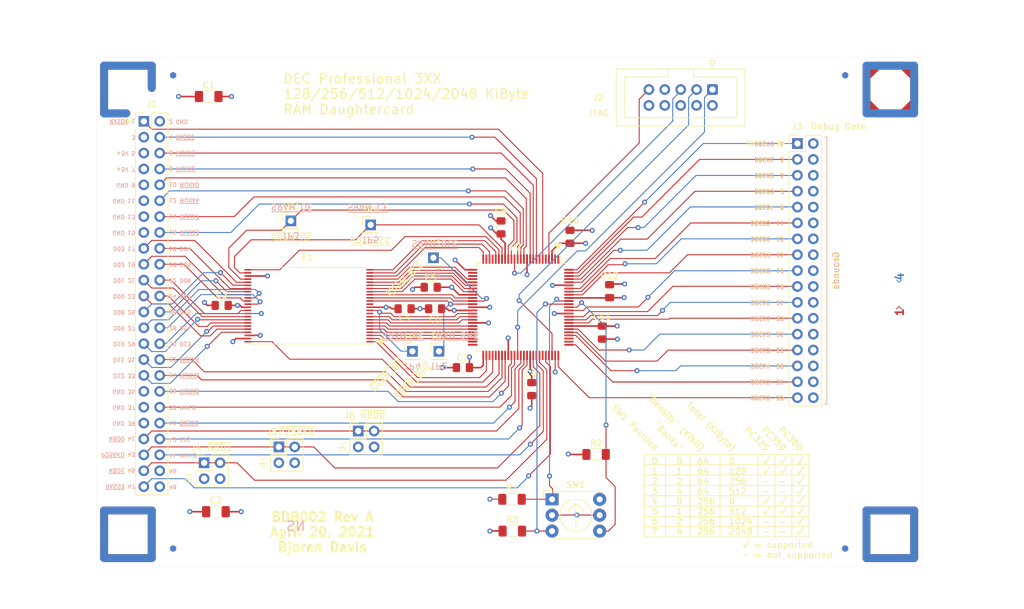
<source format=kicad_pcb>
(kicad_pcb (version 20171130) (host pcbnew "(5.1.9)-1")

  (general
    (thickness 1.6)
    (drawings 181)
    (tracks 646)
    (zones 0)
    (modules 45)
    (nets 87)
  )

  (page USLetter)
  (title_block
    (title "BDB002: DEC Professional 3XX RAM Daughterboard")
    (date 2021-04-21)
    (rev "Revision A")
    (company "Bjoren Davis")
    (comment 1 "RAM daughterboard.")
    (comment 2 "it can be swich-selected to emulate any possible configuration of")
    (comment 3 "personal computers.  It is designed with modern components and")
    (comment 4 "This is a design for a RAM board for the DEC Professional 325/350/380")
  )

  (layers
    (0 F.Cu signal)
    (1 In1.Cu power)
    (2 In2.Cu power)
    (31 B.Cu signal)
    (32 B.Adhes user)
    (33 F.Adhes user)
    (34 B.Paste user)
    (35 F.Paste user)
    (36 B.SilkS user)
    (37 F.SilkS user)
    (38 B.Mask user)
    (39 F.Mask user)
    (40 Dwgs.User user)
    (41 Cmts.User user)
    (42 Eco1.User user)
    (43 Eco2.User user)
    (44 Edge.Cuts user)
    (45 Margin user)
    (46 B.CrtYd user)
    (47 F.CrtYd user)
    (48 B.Fab user)
    (49 F.Fab user)
  )

  (setup
    (last_trace_width 0.1524)
    (trace_clearance 0.19812)
    (zone_clearance 0.508)
    (zone_45_only no)
    (trace_min 0.1524)
    (via_size 0.8)
    (via_drill 0.4)
    (via_min_size 0.4)
    (via_min_drill 0.3)
    (uvia_size 0.3)
    (uvia_drill 0.1)
    (uvias_allowed no)
    (uvia_min_size 0.2)
    (uvia_min_drill 0.1)
    (edge_width 0.05)
    (segment_width 0.2)
    (pcb_text_width 0.3)
    (pcb_text_size 1.5 1.5)
    (mod_edge_width 0.12)
    (mod_text_size 1 1)
    (mod_text_width 0.15)
    (pad_size 1.524 1.524)
    (pad_drill 1.524)
    (pad_to_mask_clearance 0.0508)
    (aux_axis_origin 0 0)
    (grid_origin 76.2 76.2)
    (visible_elements 7FFFFF7F)
    (pcbplotparams
      (layerselection 0x010fc_ffffffff)
      (usegerberextensions false)
      (usegerberattributes true)
      (usegerberadvancedattributes true)
      (creategerberjobfile true)
      (excludeedgelayer true)
      (linewidth 0.100000)
      (plotframeref false)
      (viasonmask false)
      (mode 1)
      (useauxorigin false)
      (hpglpennumber 1)
      (hpglpenspeed 20)
      (hpglpendiameter 15.000000)
      (psnegative false)
      (psa4output false)
      (plotreference true)
      (plotvalue true)
      (plotinvisibletext false)
      (padsonsilk false)
      (subtractmaskfromsilk false)
      (outputformat 1)
      (mirror false)
      (drillshape 0)
      (scaleselection 1)
      (outputdirectory "../fab/"))
  )

  (net 0 "")
  (net 1 GND)
  (net 2 +5V)
  (net 3 /D03)
  (net 4 /D04)
  (net 5 /D02)
  (net 6 /D05)
  (net 7 /D01)
  (net 8 /D06)
  (net 9 /D00)
  (net 10 /D07)
  (net 11 /D08)
  (net 12 /D15)
  (net 13 /D09)
  (net 14 /D14)
  (net 15 /D10)
  (net 16 /D13)
  (net 17 /D11)
  (net 18 /D12)
  (net 19 /~RASD1)
  (net 20 /~RASD2)
  (net 21 /~MUXA1)
  (net 22 /~MUXA2)
  (net 23 /~MUXA0)
  (net 24 /~MUXA4)
  (net 25 /~MUXA7)
  (net 26 /~MUXA3)
  (net 27 /~MUXA6)
  (net 28 /~MUXA5)
  (net 29 /~MUXA8)
  (net 30 /MWLB)
  (net 31 /~RASD0)
  (net 32 /~NBD0)
  (net 33 /CAS)
  (net 34 /~P256KD)
  (net 35 /MWHB)
  (net 36 /~NBD1)
  (net 37 /~RASD3)
  (net 38 /TDO)
  (net 39 /TCK)
  (net 40 /TMS)
  (net 41 /TDI)
  (net 42 /SRAM_A16)
  (net 43 /~SRAM_OE)
  (net 44 /~SRAM_CE)
  (net 45 /SRAM_A1)
  (net 46 /SRAM_A2)
  (net 47 /SRAM_A3)
  (net 48 /SRAM_A4)
  (net 49 /SRAM_A5)
  (net 50 /SRAM_A6)
  (net 51 /SRAM_A7)
  (net 52 /SRAM_A17)
  (net 53 /SRAM_A18)
  (net 54 /~SRAM_BLE)
  (net 55 /~SRAM_BHE)
  (net 56 /~SRAM_WE)
  (net 57 /SRAM_A19)
  (net 58 /SRAM_A8)
  (net 59 /SRAM_A9)
  (net 60 /SRAM_A10)
  (net 61 /SRAM_A11)
  (net 62 /SRAM_A12)
  (net 63 /SRAM_A13)
  (net 64 /SRAM_A14)
  (net 65 /SRAM_A0)
  (net 66 /SRAM_A15)
  (net 67 /DBG00)
  (net 68 /DBG01)
  (net 69 /DBG02)
  (net 70 /DBG03)
  (net 71 /DBG04)
  (net 72 /DBG05)
  (net 73 /DBG06)
  (net 74 /DBG07)
  (net 75 /~OPSW0)
  (net 76 /~OPSW2)
  (net 77 /~OPSW1)
  (net 78 /DBG08)
  (net 79 /DBG09)
  (net 80 /DBG10)
  (net 81 /DBG11)
  (net 82 /DBG12)
  (net 83 /DBG13)
  (net 84 /DBG14)
  (net 85 /DBG15)
  (net 86 /DBG16)

  (net_class Default "This is the default net class."
    (clearance 0.19812)
    (trace_width 0.1524)
    (via_dia 0.8)
    (via_drill 0.4)
    (uvia_dia 0.3)
    (uvia_drill 0.1)
    (add_net /CAS)
    (add_net /D00)
    (add_net /D01)
    (add_net /D02)
    (add_net /D03)
    (add_net /D04)
    (add_net /D05)
    (add_net /D06)
    (add_net /D07)
    (add_net /D08)
    (add_net /D09)
    (add_net /D10)
    (add_net /D11)
    (add_net /D12)
    (add_net /D13)
    (add_net /D14)
    (add_net /D15)
    (add_net /DBG00)
    (add_net /DBG01)
    (add_net /DBG02)
    (add_net /DBG03)
    (add_net /DBG04)
    (add_net /DBG05)
    (add_net /DBG06)
    (add_net /DBG07)
    (add_net /DBG08)
    (add_net /DBG09)
    (add_net /DBG10)
    (add_net /DBG11)
    (add_net /DBG12)
    (add_net /DBG13)
    (add_net /DBG14)
    (add_net /DBG15)
    (add_net /DBG16)
    (add_net /MWHB)
    (add_net /MWLB)
    (add_net /SRAM_A0)
    (add_net /SRAM_A1)
    (add_net /SRAM_A10)
    (add_net /SRAM_A11)
    (add_net /SRAM_A12)
    (add_net /SRAM_A13)
    (add_net /SRAM_A14)
    (add_net /SRAM_A15)
    (add_net /SRAM_A16)
    (add_net /SRAM_A17)
    (add_net /SRAM_A18)
    (add_net /SRAM_A19)
    (add_net /SRAM_A2)
    (add_net /SRAM_A3)
    (add_net /SRAM_A4)
    (add_net /SRAM_A5)
    (add_net /SRAM_A6)
    (add_net /SRAM_A7)
    (add_net /SRAM_A8)
    (add_net /SRAM_A9)
    (add_net /TCK)
    (add_net /TDI)
    (add_net /TDO)
    (add_net /TMS)
    (add_net /~MUXA0)
    (add_net /~MUXA1)
    (add_net /~MUXA2)
    (add_net /~MUXA3)
    (add_net /~MUXA4)
    (add_net /~MUXA5)
    (add_net /~MUXA6)
    (add_net /~MUXA7)
    (add_net /~MUXA8)
    (add_net /~NBD0)
    (add_net /~NBD1)
    (add_net /~OPSW0)
    (add_net /~OPSW1)
    (add_net /~OPSW2)
    (add_net /~P256KD)
    (add_net /~RASD0)
    (add_net /~RASD1)
    (add_net /~RASD2)
    (add_net /~RASD3)
    (add_net /~SRAM_BHE)
    (add_net /~SRAM_BLE)
    (add_net /~SRAM_CE)
    (add_net /~SRAM_OE)
    (add_net /~SRAM_WE)
  )

  (net_class PowerTrace ""
    (clearance 0.19812)
    (trace_width 0.254)
    (via_dia 0.8)
    (via_drill 0.4)
    (uvia_dia 0.3)
    (uvia_drill 0.1)
    (add_net +5V)
    (add_net GND)
  )

  (module bdb002:MountingHole_OctagonalOutline (layer F.Cu) (tedit 608767D5) (tstamp 6080A423)
    (at 203.2 81.28)
    (fp_text reference REF** (at 0 0.5) (layer F.SilkS) hide
      (effects (font (size 1 1) (thickness 0.15)))
    )
    (fp_text value MountingHole_SquareOutline (at 0 -0.5) (layer F.Fab)
      (effects (font (size 1 1) (thickness 0.15)))
    )
    (fp_line (start -2.032 -3.81) (end 2.032 -3.81) (layer F.Cu) (width 1.27))
    (fp_line (start 3.81 -2.032) (end 3.81 2.032) (layer F.Cu) (width 1.27))
    (fp_line (start 2.032 3.81) (end -2.032 3.81) (layer F.Cu) (width 1.27))
    (fp_line (start -3.81 2.032) (end -3.81 -2.032) (layer F.Cu) (width 1.27))
    (fp_line (start -4.572 -4.572) (end 4.572 -4.572) (layer F.CrtYd) (width 0.127))
    (fp_line (start 4.572 -4.572) (end 4.572 4.572) (layer F.CrtYd) (width 0.127))
    (fp_line (start 4.572 4.572) (end -4.572 4.572) (layer F.CrtYd) (width 0.127))
    (fp_line (start -4.572 4.572) (end -4.572 -4.572) (layer F.CrtYd) (width 0.127))
    (fp_line (start -3.81 3.81) (end -3.81 -3.81) (layer B.Cu) (width 1.27))
    (fp_line (start -3.81 -3.81) (end 3.81 -3.81) (layer B.Cu) (width 1.27))
    (fp_line (start 3.81 3.81) (end -3.81 3.81) (layer B.Cu) (width 1.27))
    (fp_line (start 3.81 -3.81) (end 3.81 3.81) (layer B.Cu) (width 1.27))
    (fp_line (start 2.032 -3.81) (end 3.81 -2.032) (layer F.Cu) (width 1.27))
    (fp_line (start 3.81 2.032) (end 2.032 3.81) (layer F.Cu) (width 1.27))
    (fp_line (start -2.032 -3.81) (end -3.81 -2.032) (layer F.Cu) (width 1.27))
    (fp_line (start -3.81 2.032) (end -2.032 3.81) (layer F.Cu) (width 1.27))
    (pad "" np_thru_hole circle (at 0 0) (size 3.81 3.81) (drill 3.81) (layers *.Cu *.Mask)
      (solder_mask_margin 0.508))
  )

  (module bdb002:MountingHole_SquareOutline (layer F.Cu) (tedit 608767B7) (tstamp 6080A4E6)
    (at 203.2 152.4)
    (fp_text reference REF** (at 0 0.5) (layer F.SilkS) hide
      (effects (font (size 1 1) (thickness 0.15)))
    )
    (fp_text value MountingHole_SquareOutline (at 0 -0.5) (layer F.Fab)
      (effects (font (size 1 1) (thickness 0.15)))
    )
    (fp_line (start -3.81 -3.81) (end 3.81 -3.81) (layer F.Cu) (width 1.27))
    (fp_line (start 3.81 -3.81) (end 3.81 3.81) (layer F.Cu) (width 1.27))
    (fp_line (start 3.81 3.81) (end -3.81 3.81) (layer F.Cu) (width 1.27))
    (fp_line (start -3.81 3.81) (end -3.81 -3.81) (layer F.Cu) (width 1.27))
    (fp_line (start -4.572 -4.572) (end 4.572 -4.572) (layer F.CrtYd) (width 0.127))
    (fp_line (start 4.572 -4.572) (end 4.572 4.572) (layer F.CrtYd) (width 0.127))
    (fp_line (start 4.572 4.572) (end -4.572 4.572) (layer F.CrtYd) (width 0.127))
    (fp_line (start -4.572 4.572) (end -4.572 -4.572) (layer F.CrtYd) (width 0.127))
    (fp_line (start -3.81 3.81) (end -3.81 -3.81) (layer B.Cu) (width 1.27))
    (fp_line (start -3.81 -3.81) (end 3.81 -3.81) (layer B.Cu) (width 1.27))
    (fp_line (start 3.81 3.81) (end -3.81 3.81) (layer B.Cu) (width 1.27))
    (fp_line (start 3.81 -3.81) (end 3.81 3.81) (layer B.Cu) (width 1.27))
    (pad "" np_thru_hole circle (at 0 0) (size 3.81 3.81) (drill 3.81) (layers *.Cu *.Mask)
      (solder_mask_margin 0.508))
  )

  (module bdb002:MountingHole_SquareOutline (layer F.Cu) (tedit 608767B7) (tstamp 6080A2B0)
    (at 81.28 152.4)
    (fp_text reference REF** (at 0 0.5) (layer F.SilkS) hide
      (effects (font (size 1 1) (thickness 0.15)))
    )
    (fp_text value MountingHole_SquareOutline (at 0 -0.5) (layer F.Fab)
      (effects (font (size 1 1) (thickness 0.15)))
    )
    (fp_line (start -3.81 -3.81) (end 3.81 -3.81) (layer F.Cu) (width 1.27))
    (fp_line (start 3.81 -3.81) (end 3.81 3.81) (layer F.Cu) (width 1.27))
    (fp_line (start 3.81 3.81) (end -3.81 3.81) (layer F.Cu) (width 1.27))
    (fp_line (start -3.81 3.81) (end -3.81 -3.81) (layer F.Cu) (width 1.27))
    (fp_line (start -4.572 -4.572) (end 4.572 -4.572) (layer F.CrtYd) (width 0.127))
    (fp_line (start 4.572 -4.572) (end 4.572 4.572) (layer F.CrtYd) (width 0.127))
    (fp_line (start 4.572 4.572) (end -4.572 4.572) (layer F.CrtYd) (width 0.127))
    (fp_line (start -4.572 4.572) (end -4.572 -4.572) (layer F.CrtYd) (width 0.127))
    (fp_line (start -3.81 3.81) (end -3.81 -3.81) (layer B.Cu) (width 1.27))
    (fp_line (start -3.81 -3.81) (end 3.81 -3.81) (layer B.Cu) (width 1.27))
    (fp_line (start 3.81 3.81) (end -3.81 3.81) (layer B.Cu) (width 1.27))
    (fp_line (start 3.81 -3.81) (end 3.81 3.81) (layer B.Cu) (width 1.27))
    (pad "" np_thru_hole circle (at 0 0) (size 3.81 3.81) (drill 3.81) (layers *.Cu *.Mask)
      (solder_mask_margin 0.508))
  )

  (module bdb002:MountingHole_SquareClippedOutline (layer F.Cu) (tedit 608767C8) (tstamp 6080A1F0)
    (at 81.28 81.28)
    (fp_text reference REF** (at 0 0.5) (layer F.SilkS) hide
      (effects (font (size 1 1) (thickness 0.15)))
    )
    (fp_text value MountingHole_SquareClippedOutline (at 0 -0.5) (layer F.Fab)
      (effects (font (size 1 1) (thickness 0.15)))
    )
    (fp_line (start 3.048 2.032) (end 3.048 0.508) (layer F.CrtYd) (width 0.127))
    (fp_line (start 3.048 0.508) (end 4.572 0.508) (layer F.CrtYd) (width 0.127))
    (fp_line (start 0.508 3.048) (end 2.032 3.048) (layer F.CrtYd) (width 0.127))
    (fp_line (start 0.508 3.048) (end 0.508 4.572) (layer F.CrtYd) (width 0.127))
    (fp_line (start 3.048 2.032) (end 2.032 3.048) (layer F.CrtYd) (width 0.127))
    (fp_line (start -3.81 -3.81) (end 3.81 -3.81) (layer F.Cu) (width 1.27))
    (fp_line (start 3.81 -3.81) (end 3.81 -0.254) (layer F.Cu) (width 1.27))
    (fp_line (start -0.254 3.81) (end -3.81 3.81) (layer F.Cu) (width 1.27))
    (fp_line (start -3.81 3.81) (end -3.81 -3.81) (layer F.Cu) (width 1.27))
    (fp_line (start -4.572 -4.572) (end 4.572 -4.572) (layer F.CrtYd) (width 0.127))
    (fp_line (start 4.572 -4.572) (end 4.572 0.508) (layer F.CrtYd) (width 0.127))
    (fp_line (start 0.508 4.572) (end -4.572 4.572) (layer F.CrtYd) (width 0.127))
    (fp_line (start -4.572 4.572) (end -4.572 -4.572) (layer F.CrtYd) (width 0.127))
    (fp_line (start -3.81 3.81) (end -3.81 -3.81) (layer B.Cu) (width 1.27))
    (fp_line (start -3.81 -3.81) (end 3.81 -3.81) (layer B.Cu) (width 1.27))
    (fp_line (start -0.254 3.81) (end -3.81 3.81) (layer B.Cu) (width 1.27))
    (fp_line (start 3.81 -3.81) (end 3.81 -0.254) (layer B.Cu) (width 1.27))
    (pad "" np_thru_hole circle (at 0 0) (size 3.81 3.81) (drill 3.81) (layers *.Cu *.Mask)
      (solder_mask_margin 0.508))
  )

  (module Fiducial:Fiducial_1mm_Mask3mm (layer B.Cu) (tedit 5C18D119) (tstamp 60898B2B)
    (at 88.5 79)
    (descr "Circular Fiducial, 1mm bare copper, 3mm soldermask opening (recommended)")
    (tags fiducial)
    (attr smd)
    (fp_text reference REF** (at 0 2.54) (layer B.SilkS) hide
      (effects (font (size 1 1) (thickness 0.15)) (justify mirror))
    )
    (fp_text value Fiducial_1mm_Mask3mm (at 0 -2.286) (layer B.Fab)
      (effects (font (size 1 1) (thickness 0.15)) (justify mirror))
    )
    (fp_circle (center 0 0) (end 1.75 0) (layer B.CrtYd) (width 0.05))
    (fp_circle (center 0 0) (end 1.5 0) (layer B.Fab) (width 0.1))
    (fp_text user %R (at 0 0) (layer B.Fab)
      (effects (font (size 0.4 0.4) (thickness 0.06)) (justify mirror))
    )
    (pad "" smd circle (at 0 0) (size 1 1) (layers B.Cu B.Mask)
      (solder_mask_margin 1) (clearance 1))
  )

  (module Fiducial:Fiducial_1mm_Mask3mm (layer B.Cu) (tedit 5C18D119) (tstamp 60898AD8)
    (at 88.5 154.68)
    (descr "Circular Fiducial, 1mm bare copper, 3mm soldermask opening (recommended)")
    (tags fiducial)
    (attr smd)
    (fp_text reference REF** (at 0 2.54) (layer B.SilkS) hide
      (effects (font (size 1 1) (thickness 0.15)) (justify mirror))
    )
    (fp_text value Fiducial_1mm_Mask3mm (at 0 -2.286) (layer B.Fab)
      (effects (font (size 1 1) (thickness 0.15)) (justify mirror))
    )
    (fp_circle (center 0 0) (end 1.75 0) (layer B.CrtYd) (width 0.05))
    (fp_circle (center 0 0) (end 1.5 0) (layer B.Fab) (width 0.1))
    (fp_text user %R (at 0 0) (layer B.Fab)
      (effects (font (size 0.4 0.4) (thickness 0.06)) (justify mirror))
    )
    (pad "" smd circle (at 0 0) (size 1 1) (layers B.Cu B.Mask)
      (solder_mask_margin 1) (clearance 1))
  )

  (module Fiducial:Fiducial_1mm_Mask3mm (layer B.Cu) (tedit 5C18D119) (tstamp 60898A8E)
    (at 195.98 154.68)
    (descr "Circular Fiducial, 1mm bare copper, 3mm soldermask opening (recommended)")
    (tags fiducial)
    (attr smd)
    (fp_text reference REF** (at 0 2.54) (layer B.SilkS) hide
      (effects (font (size 1 1) (thickness 0.15)) (justify mirror))
    )
    (fp_text value Fiducial_1mm_Mask3mm (at 0 -2.286) (layer B.Fab)
      (effects (font (size 1 1) (thickness 0.15)) (justify mirror))
    )
    (fp_circle (center 0 0) (end 1.75 0) (layer B.CrtYd) (width 0.05))
    (fp_circle (center 0 0) (end 1.5 0) (layer B.Fab) (width 0.1))
    (fp_text user %R (at 0 0) (layer B.Fab)
      (effects (font (size 0.4 0.4) (thickness 0.06)) (justify mirror))
    )
    (pad "" smd circle (at 0 0) (size 1 1) (layers B.Cu B.Mask)
      (solder_mask_margin 1) (clearance 1))
  )

  (module Fiducial:Fiducial_1mm_Mask3mm (layer B.Cu) (tedit 5C18D119) (tstamp 60898A13)
    (at 195.98 79)
    (descr "Circular Fiducial, 1mm bare copper, 3mm soldermask opening (recommended)")
    (tags fiducial)
    (attr smd)
    (fp_text reference REF** (at 0 2.54) (layer B.SilkS) hide
      (effects (font (size 1 1) (thickness 0.15)) (justify mirror))
    )
    (fp_text value Fiducial_1mm_Mask3mm (at 0 -2.286) (layer B.Fab)
      (effects (font (size 1 1) (thickness 0.15)) (justify mirror))
    )
    (fp_circle (center 0 0) (end 1.75 0) (layer B.CrtYd) (width 0.05))
    (fp_circle (center 0 0) (end 1.5 0) (layer B.Fab) (width 0.1))
    (fp_text user %R (at 0 0) (layer B.Fab)
      (effects (font (size 0.4 0.4) (thickness 0.06)) (justify mirror))
    )
    (pad "" smd circle (at 0 0) (size 1 1) (layers B.Cu B.Mask)
      (solder_mask_margin 1) (clearance 1))
  )

  (module Fiducial:Fiducial_1mm_Mask3mm (layer F.Cu) (tedit 5C18D119) (tstamp 60897252)
    (at 195.98 154.68)
    (descr "Circular Fiducial, 1mm bare copper, 3mm soldermask opening (recommended)")
    (tags fiducial)
    (attr smd)
    (fp_text reference REF** (at 0 -2.54) (layer F.SilkS) hide
      (effects (font (size 1 1) (thickness 0.15)))
    )
    (fp_text value Fiducial_1mm_Mask3mm (at 0 2.286) (layer F.Fab)
      (effects (font (size 1 1) (thickness 0.15)))
    )
    (fp_circle (center 0 0) (end 1.75 0) (layer F.CrtYd) (width 0.05))
    (fp_circle (center 0 0) (end 1.5 0) (layer F.Fab) (width 0.1))
    (fp_text user %R (at 0 0) (layer F.Fab)
      (effects (font (size 0.4 0.4) (thickness 0.06)))
    )
    (pad "" smd circle (at 0 0) (size 1 1) (layers F.Cu F.Mask)
      (solder_mask_margin 1) (clearance 1))
  )

  (module Fiducial:Fiducial_1mm_Mask3mm (layer F.Cu) (tedit 5C18D119) (tstamp 60897252)
    (at 88.5 154.68)
    (descr "Circular Fiducial, 1mm bare copper, 3mm soldermask opening (recommended)")
    (tags fiducial)
    (attr smd)
    (fp_text reference REF** (at 0 -2.54) (layer F.SilkS) hide
      (effects (font (size 1 1) (thickness 0.15)))
    )
    (fp_text value Fiducial_1mm_Mask3mm (at 0 2.286) (layer F.Fab)
      (effects (font (size 1 1) (thickness 0.15)))
    )
    (fp_circle (center 0 0) (end 1.75 0) (layer F.CrtYd) (width 0.05))
    (fp_circle (center 0 0) (end 1.5 0) (layer F.Fab) (width 0.1))
    (fp_text user %R (at 0 0) (layer F.Fab)
      (effects (font (size 0.4 0.4) (thickness 0.06)))
    )
    (pad "" smd circle (at 0 0) (size 1 1) (layers F.Cu F.Mask)
      (solder_mask_margin 1) (clearance 1))
  )

  (module Fiducial:Fiducial_1mm_Mask3mm (layer F.Cu) (tedit 5C18D119) (tstamp 6089715E)
    (at 88.5 79)
    (descr "Circular Fiducial, 1mm bare copper, 3mm soldermask opening (recommended)")
    (tags fiducial)
    (attr smd)
    (fp_text reference REF** (at 0 -2.54) (layer F.SilkS) hide
      (effects (font (size 1 1) (thickness 0.15)))
    )
    (fp_text value Fiducial_1mm_Mask3mm (at 0 2.286) (layer F.Fab)
      (effects (font (size 1 1) (thickness 0.15)))
    )
    (fp_circle (center 0 0) (end 1.75 0) (layer F.CrtYd) (width 0.05))
    (fp_circle (center 0 0) (end 1.5 0) (layer F.Fab) (width 0.1))
    (fp_text user %R (at 0 0) (layer F.Fab)
      (effects (font (size 0.4 0.4) (thickness 0.06)))
    )
    (pad "" smd circle (at 0 0) (size 1 1) (layers F.Cu F.Mask)
      (solder_mask_margin 1) (clearance 1))
  )

  (module Fiducial:Fiducial_1mm_Mask3mm (layer F.Cu) (tedit 5C18D119) (tstamp 6089713A)
    (at 195.98 79)
    (descr "Circular Fiducial, 1mm bare copper, 3mm soldermask opening (recommended)")
    (tags fiducial)
    (attr smd)
    (fp_text reference REF** (at 0 -2.54) (layer F.SilkS) hide
      (effects (font (size 1 1) (thickness 0.15)))
    )
    (fp_text value Fiducial_1mm_Mask3mm (at 0 2.286) (layer F.Fab)
      (effects (font (size 1 1) (thickness 0.15)))
    )
    (fp_circle (center 0 0) (end 1.75 0) (layer F.CrtYd) (width 0.05))
    (fp_circle (center 0 0) (end 1.5 0) (layer F.Fab) (width 0.1))
    (fp_text user %R (at 0 0) (layer F.Fab)
      (effects (font (size 0.4 0.4) (thickness 0.06)))
    )
    (pad "" smd circle (at 0 0) (size 1 1) (layers F.Cu F.Mask)
      (solder_mask_margin 1) (clearance 1))
  )

  (module bdb002:BoardID_4Layer (layer F.Cu) (tedit 608392C6) (tstamp 6089575F)
    (at 204.597 114.046 90)
    (fp_text reference REF** (at -0.2032 -2.7258 90) (layer F.SilkS) hide
      (effects (font (size 1 1) (thickness 0.15)))
    )
    (fp_text value BoardID_4Layer (at -0.2032 -3.7258 90) (layer F.Fab) hide
      (effects (font (size 1 1) (thickness 0.15)))
    )
    (fp_line (start -4.064 1.7907) (end -4.064 -1.7907) (layer B.CrtYd) (width 0.12))
    (fp_line (start 4.064 1.7907) (end -4.064 1.7907) (layer B.CrtYd) (width 0.12))
    (fp_line (start 4.064 -1.7907) (end 4.064 1.7907) (layer B.CrtYd) (width 0.12))
    (fp_line (start -4.064 -1.7907) (end 4.064 -1.7907) (layer B.CrtYd) (width 0.12))
    (fp_line (start -1.9304 -1.5875) (end -1.9304 1.5875) (layer Dwgs.User) (width 0.12))
    (fp_line (start -1.9304 1.5875) (end 0 1.5875) (layer Dwgs.User) (width 0.12))
    (fp_line (start 0 1.5875) (end 0 -1.5875) (layer Dwgs.User) (width 0.12))
    (fp_line (start 0 -1.5875) (end -1.9304 -1.5875) (layer Dwgs.User) (width 0.12))
    (fp_line (start -1.9304 -1.5875) (end -3.8608 -1.5875) (layer Dwgs.User) (width 0.12))
    (fp_line (start -3.8608 -1.5875) (end -3.8608 1.5875) (layer Dwgs.User) (width 0.12))
    (fp_line (start -1.9304 1.5875) (end -3.8608 1.5875) (layer Dwgs.User) (width 0.12))
    (fp_line (start 1.9304 -1.5875) (end 0 -1.5875) (layer Dwgs.User) (width 0.12))
    (fp_line (start 1.9304 1.5875) (end 1.9304 -1.5875) (layer Dwgs.User) (width 0.12))
    (fp_line (start 0 1.5875) (end 1.9304 1.5875) (layer Dwgs.User) (width 0.12))
    (fp_line (start 1.9304 1.5875) (end 3.8608 1.5875) (layer Dwgs.User) (width 0.12))
    (fp_line (start 1.9304 -1.5875) (end 3.8608 -1.5875) (layer Dwgs.User) (width 0.12))
    (fp_line (start 3.8608 1.5875) (end 3.8608 -1.5875) (layer Dwgs.User) (width 0.12))
    (fp_line (start -4.064 1.7907) (end 4.064 1.7907) (layer F.CrtYd) (width 0.12))
    (fp_line (start 4.064 1.7907) (end 4.064 -1.7907) (layer F.CrtYd) (width 0.12))
    (fp_line (start 4.064 -1.7907) (end -4.064 -1.7907) (layer F.CrtYd) (width 0.12))
    (fp_line (start -4.064 -1.7907) (end -4.064 1.7907) (layer F.CrtYd) (width 0.12))
    (fp_poly (pts (xy 3.8608 1.6002) (xy -3.8608 1.6002) (xy -3.8608 -1.6002) (xy 3.8608 -1.6002)) (layer F.Mask) (width 0.1))
    (fp_poly (pts (xy 3.8608 1.6002) (xy -3.8608 1.6002) (xy -3.8608 -1.6002) (xy 3.8608 -1.6002)) (layer B.Mask) (width 0.1))
    (fp_text user 4 (at 2.8448 0.1016 90) (layer B.Cu)
      (effects (font (size 1.27 1.27) (thickness 0.254)))
    )
    (fp_text user 1 (at -2.8448 0.0762 90) (layer F.Cu)
      (effects (font (size 1.27 1.27) (thickness 0.254)))
    )
  )

  (module bdb002:GroundSymbol_Silkscreen (layer F.Cu) (tedit 60834174) (tstamp 6088174D)
    (at 115.5192 138.1506)
    (fp_text reference REF** (at 0.1778 -3.302) (layer F.SilkS) hide
      (effects (font (size 1 1) (thickness 0.15)))
    )
    (fp_text value GroundSymbol_Silkscreen (at 0.4318 -2.2606) (layer F.Fab) hide
      (effects (font (size 1 1) (thickness 0.15)))
    )
    (fp_line (start 0 -0.381) (end 0.5842 -0.381) (layer F.SilkS) (width 0.12))
    (fp_line (start 0 0.381) (end 0 -0.381) (layer F.SilkS) (width 0.12))
    (fp_line (start 0 0.9398) (end 0.5842 0.381) (layer F.SilkS) (width 0.12))
    (fp_line (start -0.5842 0.381) (end 0 0.9398) (layer F.SilkS) (width 0.12))
    (fp_line (start -0.5842 0.381) (end 0.5842 0.381) (layer F.SilkS) (width 0.12))
  )

  (module bdb002:GroundSymbol_Silkscreen (layer F.Cu) (tedit 60834174) (tstamp 6088174D)
    (at 102.7684 140.6906)
    (fp_text reference REF** (at 0.1778 -3.302) (layer F.SilkS) hide
      (effects (font (size 1 1) (thickness 0.15)))
    )
    (fp_text value GroundSymbol_Silkscreen (at 0.4318 -2.2606) (layer F.Fab) hide
      (effects (font (size 1 1) (thickness 0.15)))
    )
    (fp_line (start 0 -0.381) (end 0.5842 -0.381) (layer F.SilkS) (width 0.12))
    (fp_line (start 0 0.381) (end 0 -0.381) (layer F.SilkS) (width 0.12))
    (fp_line (start 0 0.9398) (end 0.5842 0.381) (layer F.SilkS) (width 0.12))
    (fp_line (start -0.5842 0.381) (end 0 0.9398) (layer F.SilkS) (width 0.12))
    (fp_line (start -0.5842 0.381) (end 0.5842 0.381) (layer F.SilkS) (width 0.12))
  )

  (module bdb002:GroundSymbol_Silkscreen (layer F.Cu) (tedit 60834174) (tstamp 6088152A)
    (at 90.8812 143.2306)
    (fp_text reference REF** (at 0.1778 -3.302) (layer F.SilkS) hide
      (effects (font (size 1 1) (thickness 0.15)))
    )
    (fp_text value GroundSymbol_Silkscreen (at 0.4318 -2.2606) (layer F.Fab) hide
      (effects (font (size 1 1) (thickness 0.15)))
    )
    (fp_line (start 0 -0.381) (end 0.5842 -0.381) (layer F.SilkS) (width 0.12))
    (fp_line (start 0 0.381) (end 0 -0.381) (layer F.SilkS) (width 0.12))
    (fp_line (start 0 0.9398) (end 0.5842 0.381) (layer F.SilkS) (width 0.12))
    (fp_line (start -0.5842 0.381) (end 0 0.9398) (layer F.SilkS) (width 0.12))
    (fp_line (start -0.5842 0.381) (end 0.5842 0.381) (layer F.SilkS) (width 0.12))
  )

  (module bdb002:TQFP-100_14x14mm_P0.5mm_Atmel (layer F.Cu) (tedit 6081F2C0) (tstamp 607F8835)
    (at 144.1 116.1 270)
    (descr "TQFP, 100 Pin (http://ww1.microchip.com/downloads/en/DeviceDoc/100L_TQFP_14x14_PF_C04-0110B.pdf)")
    (tags "TQFP QFP")
    (path /6071A998)
    (attr smd)
    (fp_text reference E2 (at -9.6 0.8 180) (layer F.SilkS)
      (effects (font (size 1 1) (thickness 0.15)))
    )
    (fp_text value ATF1504AS-10AU100_prog_BDB002_E2 (at 0 9.35 90) (layer F.Fab)
      (effects (font (size 1 1) (thickness 0.15)))
    )
    (fp_line (start -6 7.7) (end 7 7.7) (layer F.Fab) (width 0.05))
    (fp_line (start 8.65 6.4) (end 8.65 0) (layer F.CrtYd) (width 0.05))
    (fp_line (start 7.25 6.4) (end 8.65 6.4) (layer F.CrtYd) (width 0.05))
    (fp_line (start 7.25 7.25) (end 7.25 6.4) (layer F.CrtYd) (width 0.05))
    (fp_line (start 6.4 7.25) (end 7.25 7.25) (layer F.CrtYd) (width 0.05))
    (fp_line (start 6.4 8.65) (end 6.4 7.25) (layer F.CrtYd) (width 0.05))
    (fp_line (start 0 8.65) (end 6.4 8.65) (layer F.CrtYd) (width 0.05))
    (fp_line (start -8.65 6.4) (end -8.65 0) (layer F.CrtYd) (width 0.05))
    (fp_line (start -7.25 6.4) (end -8.65 6.4) (layer F.CrtYd) (width 0.05))
    (fp_line (start -7.25 7.25) (end -7.25 6.4) (layer F.CrtYd) (width 0.05))
    (fp_line (start -6.4 7.25) (end -7.25 7.25) (layer F.CrtYd) (width 0.05))
    (fp_line (start -6.4 8.65) (end -6.4 7.25) (layer F.CrtYd) (width 0.05))
    (fp_line (start 0 8.65) (end -6.4 8.65) (layer F.CrtYd) (width 0.05))
    (fp_line (start 8.65 -6.4) (end 8.65 0) (layer F.CrtYd) (width 0.05))
    (fp_line (start 7.25 -6.4) (end 8.65 -6.4) (layer F.CrtYd) (width 0.05))
    (fp_line (start 7.25 -7.25) (end 7.25 -6.4) (layer F.CrtYd) (width 0.05))
    (fp_line (start 6.4 -7.25) (end 7.25 -7.25) (layer F.CrtYd) (width 0.05))
    (fp_line (start 6.4 -8.65) (end 6.4 -7.25) (layer F.CrtYd) (width 0.05))
    (fp_line (start 0 -8.65) (end 6.4 -8.65) (layer F.CrtYd) (width 0.05))
    (fp_line (start -8.65 -6.4) (end -8.65 0) (layer F.CrtYd) (width 0.05))
    (fp_line (start -7.25 -6.4) (end -8.65 -6.4) (layer F.CrtYd) (width 0.05))
    (fp_line (start -7.25 -7.25) (end -7.25 -6.4) (layer F.CrtYd) (width 0.05))
    (fp_line (start -6.4 -7.25) (end -7.25 -7.25) (layer F.CrtYd) (width 0.05))
    (fp_line (start -6.4 -8.65) (end -6.4 -7.25) (layer F.CrtYd) (width 0.05))
    (fp_line (start 0 -8.65) (end -6.4 -8.65) (layer F.CrtYd) (width 0.05))
    (fp_line (start -7 -6) (end -6 -7) (layer F.Fab) (width 0.1))
    (fp_line (start -7.7 7) (end -7.7 -6) (layer F.Fab) (width 0.05))
    (fp_line (start 7 7) (end -7 7) (layer F.Fab) (width 0.1))
    (fp_line (start 7.7 -7) (end 7.7 7) (layer F.Fab) (width 0.05))
    (fp_line (start -6 -7.7) (end 7 -7.7) (layer F.Fab) (width 0.05))
    (fp_line (start -7.11 -6.41) (end -8.4 -6.41) (layer F.SilkS) (width 0.12))
    (fp_line (start -7.11 -7.11) (end -7.11 -6.41) (layer F.SilkS) (width 0.12))
    (fp_line (start -6.41 -7.11) (end -7.11 -7.11) (layer F.SilkS) (width 0.12))
    (fp_line (start 7.11 -7.11) (end 7.11 -6.41) (layer F.SilkS) (width 0.12))
    (fp_line (start 6.41 -7.11) (end 7.11 -7.11) (layer F.SilkS) (width 0.12))
    (fp_line (start -7.11 7.11) (end -7.11 6.41) (layer F.SilkS) (width 0.12))
    (fp_line (start -6.41 7.11) (end -7.11 7.11) (layer F.SilkS) (width 0.12))
    (fp_line (start 7.11 7.11) (end 7.11 6.41) (layer F.SilkS) (width 0.12))
    (fp_line (start 6.41 7.11) (end 7.11 7.11) (layer F.SilkS) (width 0.12))
    (fp_text user %R (at 0 0 90) (layer F.Fab)
      (effects (font (size 1 1) (thickness 0.15)))
    )
    (pad 100 smd roundrect (at -6 -7.7 270) (size 0.3 1.5) (layers F.Cu F.Paste F.Mask) (roundrect_rratio 0.25)
      (net 67 /DBG00))
    (pad 99 smd roundrect (at -5.5 -7.7 270) (size 0.3 1.5) (layers F.Cu F.Paste F.Mask) (roundrect_rratio 0.25)
      (net 68 /DBG01))
    (pad 98 smd roundrect (at -5 -7.7 270) (size 0.3 1.5) (layers F.Cu F.Paste F.Mask) (roundrect_rratio 0.25)
      (net 69 /DBG02))
    (pad 97 smd roundrect (at -4.5 -7.7 270) (size 0.3 1.5) (layers F.Cu F.Paste F.Mask) (roundrect_rratio 0.25)
      (net 70 /DBG03))
    (pad 96 smd roundrect (at -4 -7.7 270) (size 0.3 1.5) (layers F.Cu F.Paste F.Mask) (roundrect_rratio 0.25)
      (net 71 /DBG04))
    (pad 95 smd roundrect (at -3.5 -7.7 270) (size 0.3 1.5) (layers F.Cu F.Paste F.Mask) (roundrect_rratio 0.25)
      (net 1 GND))
    (pad 94 smd roundrect (at -3 -7.7 270) (size 0.3 1.5) (layers F.Cu F.Paste F.Mask) (roundrect_rratio 0.25)
      (net 72 /DBG05))
    (pad 93 smd roundrect (at -2.5 -7.7 270) (size 0.3 1.5) (layers F.Cu F.Paste F.Mask) (roundrect_rratio 0.25)
      (net 73 /DBG06))
    (pad 92 smd roundrect (at -2 -7.7 270) (size 0.3 1.5) (layers F.Cu F.Paste F.Mask) (roundrect_rratio 0.25)
      (net 74 /DBG07))
    (pad 91 smd roundrect (at -1.5 -7.7 270) (size 0.3 1.5) (layers F.Cu F.Paste F.Mask) (roundrect_rratio 0.25)
      (net 2 +5V))
    (pad 90 smd roundrect (at -1 -7.7 270) (size 0.3 1.5) (layers F.Cu F.Paste F.Mask) (roundrect_rratio 0.25)
      (net 75 /~OPSW0))
    (pad 89 smd roundrect (at -0.5 -7.7 270) (size 0.3 1.5) (layers F.Cu F.Paste F.Mask) (roundrect_rratio 0.25)
      (net 76 /~OPSW2))
    (pad 88 smd roundrect (at 0 -7.7 270) (size 0.3 1.5) (layers F.Cu F.Paste F.Mask) (roundrect_rratio 0.25)
      (net 77 /~OPSW1))
    (pad 87 smd roundrect (at 0.5 -7.7 270) (size 0.3 1.5) (layers F.Cu F.Paste F.Mask) (roundrect_rratio 0.25)
      (net 78 /DBG08))
    (pad 86 smd roundrect (at 1 -7.7 270) (size 0.3 1.5) (layers F.Cu F.Paste F.Mask) (roundrect_rratio 0.25)
      (net 1 GND))
    (pad 85 smd roundrect (at 1.5 -7.7 270) (size 0.3 1.5) (layers F.Cu F.Paste F.Mask) (roundrect_rratio 0.25)
      (net 79 /DBG09))
    (pad 84 smd roundrect (at 2 -7.7 270) (size 0.3 1.5) (layers F.Cu F.Paste F.Mask) (roundrect_rratio 0.25)
      (net 80 /DBG10))
    (pad 83 smd roundrect (at 2.5 -7.7 270) (size 0.3 1.5) (layers F.Cu F.Paste F.Mask) (roundrect_rratio 0.25)
      (net 81 /DBG11))
    (pad 82 smd roundrect (at 3 -7.7 270) (size 0.3 1.5) (layers F.Cu F.Paste F.Mask) (roundrect_rratio 0.25)
      (net 2 +5V))
    (pad 81 smd roundrect (at 3.5 -7.7 270) (size 0.3 1.5) (layers F.Cu F.Paste F.Mask) (roundrect_rratio 0.25)
      (net 82 /DBG12))
    (pad 80 smd roundrect (at 4 -7.7 270) (size 0.3 1.5) (layers F.Cu F.Paste F.Mask) (roundrect_rratio 0.25)
      (net 83 /DBG13))
    (pad 79 smd roundrect (at 4.5 -7.7 270) (size 0.3 1.5) (layers F.Cu F.Paste F.Mask) (roundrect_rratio 0.25)
      (net 84 /DBG14))
    (pad 78 smd roundrect (at 5 -7.7 270) (size 0.3 1.5) (layers F.Cu F.Paste F.Mask) (roundrect_rratio 0.25))
    (pad 77 smd roundrect (at 5.5 -7.7 270) (size 0.3 1.5) (layers F.Cu F.Paste F.Mask) (roundrect_rratio 0.25))
    (pad 75 smd roundrect (at 7.7 -6 270) (size 1.5 0.3) (layers F.Cu F.Paste F.Mask) (roundrect_rratio 0.25)
      (net 86 /DBG16))
    (pad 74 smd roundrect (at 7.7 -5.5 270) (size 1.5 0.3) (layers F.Cu F.Paste F.Mask) (roundrect_rratio 0.25)
      (net 1 GND))
    (pad 73 smd roundrect (at 7.7 -5 270) (size 1.5 0.3) (layers F.Cu F.Paste F.Mask) (roundrect_rratio 0.25)
      (net 38 /TDO))
    (pad 72 smd roundrect (at 7.7 -4.5 270) (size 1.5 0.3) (layers F.Cu F.Paste F.Mask) (roundrect_rratio 0.25))
    (pad 71 smd roundrect (at 7.7 -4 270) (size 1.5 0.3) (layers F.Cu F.Paste F.Mask) (roundrect_rratio 0.25)
      (net 37 /~RASD3))
    (pad 70 smd roundrect (at 7.7 -3.5 270) (size 1.5 0.3) (layers F.Cu F.Paste F.Mask) (roundrect_rratio 0.25))
    (pad 69 smd roundrect (at 7.7 -3 270) (size 1.5 0.3) (layers F.Cu F.Paste F.Mask) (roundrect_rratio 0.25)
      (net 36 /~NBD1))
    (pad 68 smd roundrect (at 7.7 -2.5 270) (size 1.5 0.3) (layers F.Cu F.Paste F.Mask) (roundrect_rratio 0.25)
      (net 35 /MWHB))
    (pad 67 smd roundrect (at 7.7 -2 270) (size 1.5 0.3) (layers F.Cu F.Paste F.Mask) (roundrect_rratio 0.25)
      (net 34 /~P256KD))
    (pad 66 smd roundrect (at 7.7 -1.5 270) (size 1.5 0.3) (layers F.Cu F.Paste F.Mask) (roundrect_rratio 0.25)
      (net 2 +5V))
    (pad 65 smd roundrect (at 7.7 -1 270) (size 1.5 0.3) (layers F.Cu F.Paste F.Mask) (roundrect_rratio 0.25)
      (net 33 /CAS))
    (pad 64 smd roundrect (at 7.7 -0.5 270) (size 1.5 0.3) (layers F.Cu F.Paste F.Mask) (roundrect_rratio 0.25)
      (net 32 /~NBD0))
    (pad 63 smd roundrect (at 7.7 0 270) (size 1.5 0.3) (layers F.Cu F.Paste F.Mask) (roundrect_rratio 0.25)
      (net 31 /~RASD0))
    (pad 62 smd roundrect (at 7.7 0.5 270) (size 1.5 0.3) (layers F.Cu F.Paste F.Mask) (roundrect_rratio 0.25)
      (net 39 /TCK))
    (pad 61 smd roundrect (at 7.7 1 270) (size 1.5 0.3) (layers F.Cu F.Paste F.Mask) (roundrect_rratio 0.25)
      (net 30 /MWLB))
    (pad 60 smd roundrect (at 7.7 1.5 270) (size 1.5 0.3) (layers F.Cu F.Paste F.Mask) (roundrect_rratio 0.25)
      (net 29 /~MUXA8))
    (pad 59 smd roundrect (at 7.7 2 270) (size 1.5 0.3) (layers F.Cu F.Paste F.Mask) (roundrect_rratio 0.25)
      (net 1 GND))
    (pad 58 smd roundrect (at 7.7 2.5 270) (size 1.5 0.3) (layers F.Cu F.Paste F.Mask) (roundrect_rratio 0.25)
      (net 28 /~MUXA5))
    (pad 57 smd roundrect (at 7.7 3 270) (size 1.5 0.3) (layers F.Cu F.Paste F.Mask) (roundrect_rratio 0.25)
      (net 27 /~MUXA6))
    (pad 56 smd roundrect (at 7.7 3.5 270) (size 1.5 0.3) (layers F.Cu F.Paste F.Mask) (roundrect_rratio 0.25)
      (net 42 /SRAM_A16))
    (pad 55 smd roundrect (at 7.7 4 270) (size 1.5 0.3) (layers F.Cu F.Paste F.Mask) (roundrect_rratio 0.25))
    (pad 54 smd roundrect (at 7.7 4.5 270) (size 1.5 0.3) (layers F.Cu F.Paste F.Mask) (roundrect_rratio 0.25)
      (net 66 /SRAM_A15))
    (pad 53 smd roundrect (at 7.7 5 270) (size 1.5 0.3) (layers F.Cu F.Paste F.Mask) (roundrect_rratio 0.25))
    (pad 52 smd roundrect (at 7.7 5.5 270) (size 1.5 0.3) (layers F.Cu F.Paste F.Mask) (roundrect_rratio 0.25)
      (net 64 /SRAM_A14))
    (pad 50 smd roundrect (at 6 7.7 270) (size 0.3 1.5) (layers F.Cu F.Paste F.Mask) (roundrect_rratio 0.25))
    (pad 49 smd roundrect (at 5.5 7.7 270) (size 0.3 1.5) (layers F.Cu F.Paste F.Mask) (roundrect_rratio 0.25))
    (pad 48 smd roundrect (at 5 7.7 270) (size 0.3 1.5) (layers F.Cu F.Paste F.Mask) (roundrect_rratio 0.25)
      (net 63 /SRAM_A13))
    (pad 47 smd roundrect (at 4.5 7.7 270) (size 0.3 1.5) (layers F.Cu F.Paste F.Mask) (roundrect_rratio 0.25)
      (net 62 /SRAM_A12))
    (pad 46 smd roundrect (at 4 7.7 270) (size 0.3 1.5) (layers F.Cu F.Paste F.Mask) (roundrect_rratio 0.25)
      (net 61 /SRAM_A11))
    (pad 45 smd roundrect (at 3.5 7.7 270) (size 0.3 1.5) (layers F.Cu F.Paste F.Mask) (roundrect_rratio 0.25)
      (net 60 /SRAM_A10))
    (pad 44 smd roundrect (at 3 7.7 270) (size 0.3 1.5) (layers F.Cu F.Paste F.Mask) (roundrect_rratio 0.25)
      (net 59 /SRAM_A9))
    (pad 43 smd roundrect (at 2.5 7.7 270) (size 0.3 1.5) (layers F.Cu F.Paste F.Mask) (roundrect_rratio 0.25)
      (net 1 GND))
    (pad 42 smd roundrect (at 2 7.7 270) (size 0.3 1.5) (layers F.Cu F.Paste F.Mask) (roundrect_rratio 0.25)
      (net 58 /SRAM_A8))
    (pad 41 smd roundrect (at 1.5 7.7 270) (size 0.3 1.5) (layers F.Cu F.Paste F.Mask) (roundrect_rratio 0.25)
      (net 57 /SRAM_A19))
    (pad 40 smd roundrect (at 1 7.7 270) (size 0.3 1.5) (layers F.Cu F.Paste F.Mask) (roundrect_rratio 0.25)
      (net 56 /~SRAM_WE))
    (pad 39 smd roundrect (at 0.5 7.7 270) (size 0.3 1.5) (layers F.Cu F.Paste F.Mask) (roundrect_rratio 0.25)
      (net 2 +5V))
    (pad 38 smd roundrect (at 0 7.7 270) (size 0.3 1.5) (layers F.Cu F.Paste F.Mask) (roundrect_rratio 0.25)
      (net 1 GND))
    (pad 37 smd roundrect (at -0.5 7.7 270) (size 0.3 1.5) (layers F.Cu F.Paste F.Mask) (roundrect_rratio 0.25)
      (net 55 /~SRAM_BHE))
    (pad 36 smd roundrect (at -1 7.7 270) (size 0.3 1.5) (layers F.Cu F.Paste F.Mask) (roundrect_rratio 0.25)
      (net 54 /~SRAM_BLE))
    (pad 35 smd roundrect (at -1.5 7.7 270) (size 0.3 1.5) (layers F.Cu F.Paste F.Mask) (roundrect_rratio 0.25)
      (net 53 /SRAM_A18))
    (pad 34 smd roundrect (at -2 7.7 270) (size 0.3 1.5) (layers F.Cu F.Paste F.Mask) (roundrect_rratio 0.25)
      (net 2 +5V))
    (pad 33 smd roundrect (at -2.5 7.7 270) (size 0.3 1.5) (layers F.Cu F.Paste F.Mask) (roundrect_rratio 0.25)
      (net 52 /SRAM_A17))
    (pad 32 smd roundrect (at -3 7.7 270) (size 0.3 1.5) (layers F.Cu F.Paste F.Mask) (roundrect_rratio 0.25)
      (net 51 /SRAM_A7))
    (pad 31 smd roundrect (at -3.5 7.7 270) (size 0.3 1.5) (layers F.Cu F.Paste F.Mask) (roundrect_rratio 0.25)
      (net 50 /SRAM_A6))
    (pad 30 smd roundrect (at -4 7.7 270) (size 0.3 1.5) (layers F.Cu F.Paste F.Mask) (roundrect_rratio 0.25)
      (net 49 /SRAM_A5))
    (pad 29 smd roundrect (at -4.5 7.7 270) (size 0.3 1.5) (layers F.Cu F.Paste F.Mask) (roundrect_rratio 0.25)
      (net 48 /SRAM_A4))
    (pad 28 smd roundrect (at -5 7.7 270) (size 0.3 1.5) (layers F.Cu F.Paste F.Mask) (roundrect_rratio 0.25))
    (pad 27 smd roundrect (at -5.5 7.7 270) (size 0.3 1.5) (layers F.Cu F.Paste F.Mask) (roundrect_rratio 0.25))
    (pad 25 smd roundrect (at -7.7 6 270) (size 1.5 0.3) (layers F.Cu F.Paste F.Mask) (roundrect_rratio 0.25)
      (net 47 /SRAM_A3))
    (pad 24 smd roundrect (at -7.7 5.5 270) (size 1.5 0.3) (layers F.Cu F.Paste F.Mask) (roundrect_rratio 0.25))
    (pad 23 smd roundrect (at -7.7 5 270) (size 1.5 0.3) (layers F.Cu F.Paste F.Mask) (roundrect_rratio 0.25)
      (net 46 /SRAM_A2))
    (pad 22 smd roundrect (at -7.7 4.5 270) (size 1.5 0.3) (layers F.Cu F.Paste F.Mask) (roundrect_rratio 0.25))
    (pad 21 smd roundrect (at -7.7 4 270) (size 1.5 0.3) (layers F.Cu F.Paste F.Mask) (roundrect_rratio 0.25)
      (net 45 /SRAM_A1))
    (pad 20 smd roundrect (at -7.7 3.5 270) (size 1.5 0.3) (layers F.Cu F.Paste F.Mask) (roundrect_rratio 0.25)
      (net 65 /SRAM_A0))
    (pad 19 smd roundrect (at -7.7 3 270) (size 1.5 0.3) (layers F.Cu F.Paste F.Mask) (roundrect_rratio 0.25)
      (net 44 /~SRAM_CE))
    (pad 18 smd roundrect (at -7.7 2.5 270) (size 1.5 0.3) (layers F.Cu F.Paste F.Mask) (roundrect_rratio 0.25)
      (net 2 +5V))
    (pad 17 smd roundrect (at -7.7 2 270) (size 1.5 0.3) (layers F.Cu F.Paste F.Mask) (roundrect_rratio 0.25)
      (net 43 /~SRAM_OE))
    (pad 16 smd roundrect (at -7.7 1.5 270) (size 1.5 0.3) (layers F.Cu F.Paste F.Mask) (roundrect_rratio 0.25)
      (net 26 /~MUXA3))
    (pad 15 smd roundrect (at -7.7 1 270) (size 1.5 0.3) (layers F.Cu F.Paste F.Mask) (roundrect_rratio 0.25)
      (net 40 /TMS))
    (pad 14 smd roundrect (at -7.7 0.5 270) (size 1.5 0.3) (layers F.Cu F.Paste F.Mask) (roundrect_rratio 0.25)
      (net 25 /~MUXA7))
    (pad 13 smd roundrect (at -7.7 0 270) (size 1.5 0.3) (layers F.Cu F.Paste F.Mask) (roundrect_rratio 0.25)
      (net 24 /~MUXA4))
    (pad 12 smd roundrect (at -7.7 -0.5 270) (size 1.5 0.3) (layers F.Cu F.Paste F.Mask) (roundrect_rratio 0.25)
      (net 23 /~MUXA0))
    (pad 11 smd roundrect (at -7.7 -1 270) (size 1.5 0.3) (layers F.Cu F.Paste F.Mask) (roundrect_rratio 0.25)
      (net 1 GND))
    (pad 10 smd roundrect (at -7.7 -1.5 270) (size 1.5 0.3) (layers F.Cu F.Paste F.Mask) (roundrect_rratio 0.25)
      (net 22 /~MUXA2))
    (pad 9 smd roundrect (at -7.7 -2 270) (size 1.5 0.3) (layers F.Cu F.Paste F.Mask) (roundrect_rratio 0.25)
      (net 21 /~MUXA1))
    (pad 8 smd roundrect (at -7.7 -2.5 270) (size 1.5 0.3) (layers F.Cu F.Paste F.Mask) (roundrect_rratio 0.25)
      (net 20 /~RASD2))
    (pad 7 smd roundrect (at -7.7 -3 270) (size 1.5 0.3) (layers F.Cu F.Paste F.Mask) (roundrect_rratio 0.25))
    (pad 6 smd roundrect (at -7.7 -3.5 270) (size 1.5 0.3) (layers F.Cu F.Paste F.Mask) (roundrect_rratio 0.25)
      (net 19 /~RASD1))
    (pad 5 smd roundrect (at -7.7 -4 270) (size 1.5 0.3) (layers F.Cu F.Paste F.Mask) (roundrect_rratio 0.25))
    (pad 4 smd roundrect (at -7.7 -4.5 270) (size 1.5 0.3) (layers F.Cu F.Paste F.Mask) (roundrect_rratio 0.25)
      (net 41 /TDI))
    (pad 3 smd roundrect (at -7.7 -5 270) (size 1.5 0.3) (layers F.Cu F.Paste F.Mask) (roundrect_rratio 0.25)
      (net 2 +5V))
    (pad 2 smd roundrect (at -7.7 -5.5 270) (size 1.5 0.3) (layers F.Cu F.Paste F.Mask) (roundrect_rratio 0.25))
    (pad 76 smd roundrect (at 6 -7.7 270) (size 0.3 1.5) (layers F.Cu F.Paste F.Mask) (roundrect_rratio 0.25)
      (net 85 /DBG15))
    (pad 51 smd roundrect (at 7.7 6 270) (size 1.5 0.3) (layers F.Cu F.Paste F.Mask) (roundrect_rratio 0.25)
      (net 2 +5V))
    (pad 26 smd roundrect (at -6 7.7 270) (size 0.3 1.5) (layers F.Cu F.Paste F.Mask) (roundrect_rratio 0.25)
      (net 1 GND))
    (pad 1 smd roundrect (at -7.7 -6 270) (size 1.5 0.3) (layers F.Cu F.Paste F.Mask) (roundrect_rratio 0.25))
    (model ${KISYS3DMOD}/Package_QFP.3dshapes/TQFP-100_14x14mm_P0.5mm.wrl
      (at (xyz 0 0 0))
      (scale (xyz 1 1 1))
      (rotate (xyz 0 0 0))
    )
  )

  (module bdb002:C_0805_2012Metric_Pad1.18x1.45mm_HandSolder (layer F.Cu) (tedit 5F68FEEF) (tstamp 608918B7)
    (at 96.275 115.8 180)
    (descr "Capacitor SMD 0805 (2012 Metric), square (rectangular) end terminal, IPC_7351 nominal with elongated pad for handsoldering. (Body size source: IPC-SM-782 page 76, https://www.pcb-3d.com/wordpress/wp-content/uploads/ipc-sm-782a_amendment_1_and_2.pdf, https://docs.google.com/spreadsheets/d/1BsfQQcO9C6DZCsRaXUlFlo91Tg2WpOkGARC1WS5S8t0/edit?usp=sharing), generated with kicad-footprint-generator")
    (tags "capacitor handsolder")
    (path /627A869B)
    (attr smd)
    (fp_text reference C3 (at 0.025 1.675) (layer F.SilkS)
      (effects (font (size 1 1) (thickness 0.15)))
    )
    (fp_text value "0.1 μF" (at 0 1.68) (layer F.Fab)
      (effects (font (size 1 1) (thickness 0.15)))
    )
    (fp_line (start -1 0.625) (end -1 -0.625) (layer F.Fab) (width 0.1))
    (fp_line (start -1 -0.625) (end 1 -0.625) (layer F.Fab) (width 0.1))
    (fp_line (start 1 -0.625) (end 1 0.625) (layer F.Fab) (width 0.1))
    (fp_line (start 1 0.625) (end -1 0.625) (layer F.Fab) (width 0.1))
    (fp_line (start -0.261252 -0.735) (end 0.261252 -0.735) (layer F.SilkS) (width 0.12))
    (fp_line (start -0.261252 0.735) (end 0.261252 0.735) (layer F.SilkS) (width 0.12))
    (fp_line (start -1.88 0.98) (end -1.88 -0.98) (layer F.CrtYd) (width 0.05))
    (fp_line (start -1.88 -0.98) (end 1.88 -0.98) (layer F.CrtYd) (width 0.05))
    (fp_line (start 1.88 -0.98) (end 1.88 0.98) (layer F.CrtYd) (width 0.05))
    (fp_line (start 1.88 0.98) (end -1.88 0.98) (layer F.CrtYd) (width 0.05))
    (fp_text user %R (at 0 0) (layer F.Fab)
      (effects (font (size 0.5 0.5) (thickness 0.08)))
    )
    (pad 2 smd roundrect (at 1.0375 0 180) (size 1.175 1.45) (layers F.Cu F.Paste F.Mask) (roundrect_rratio 0.2127659574468085)
      (net 1 GND))
    (pad 1 smd roundrect (at -1.0375 0 180) (size 1.175 1.45) (layers F.Cu F.Paste F.Mask) (roundrect_rratio 0.2127659574468085)
      (net 2 +5V))
    (model ${KISYS3DMOD}/Capacitor_SMD.3dshapes/C_0805_2012Metric.wrl
      (at (xyz 0 0 0))
      (scale (xyz 1 1 1))
      (rotate (xyz 0 0 0))
    )
  )

  (module bdb002:PinHeader_1x01_P2.54mm_Vertical (layer F.Cu) (tedit 59FED5CC) (tstamp 6087346F)
    (at 120.1 102.92)
    (descr "Through hole straight pin header, 1x01, 2.54mm pitch, single row")
    (tags "Through hole pin header THT 1x01 2.54mm single row")
    (path /6110691B)
    (fp_text reference TP5 (at 0 -2.33) (layer F.SilkS)
      (effects (font (size 1 1) (thickness 0.15)))
    )
    (fp_text value TestPoint (at 0 2.33) (layer F.Fab)
      (effects (font (size 1 1) (thickness 0.15)))
    )
    (fp_line (start 1.8 -1.8) (end -1.8 -1.8) (layer F.CrtYd) (width 0.05))
    (fp_line (start 1.8 1.8) (end 1.8 -1.8) (layer F.CrtYd) (width 0.05))
    (fp_line (start -1.8 1.8) (end 1.8 1.8) (layer F.CrtYd) (width 0.05))
    (fp_line (start -1.8 -1.8) (end -1.8 1.8) (layer F.CrtYd) (width 0.05))
    (fp_line (start -1.33 -1.33) (end 0 -1.33) (layer F.SilkS) (width 0.12))
    (fp_line (start -1.33 0) (end -1.33 -1.33) (layer F.SilkS) (width 0.12))
    (fp_line (start -1.33 1.27) (end 1.33 1.27) (layer F.SilkS) (width 0.12))
    (fp_line (start 1.33 1.27) (end 1.33 1.33) (layer F.SilkS) (width 0.12))
    (fp_line (start -1.33 1.27) (end -1.33 1.33) (layer F.SilkS) (width 0.12))
    (fp_line (start -1.33 1.33) (end 1.33 1.33) (layer F.SilkS) (width 0.12))
    (fp_line (start -1.27 -0.635) (end -0.635 -1.27) (layer F.Fab) (width 0.1))
    (fp_line (start -1.27 1.27) (end -1.27 -0.635) (layer F.Fab) (width 0.1))
    (fp_line (start 1.27 1.27) (end -1.27 1.27) (layer F.Fab) (width 0.1))
    (fp_line (start 1.27 -1.27) (end 1.27 1.27) (layer F.Fab) (width 0.1))
    (fp_line (start -0.635 -1.27) (end 1.27 -1.27) (layer F.Fab) (width 0.1))
    (fp_text user %R (at 0 0 90) (layer F.Fab)
      (effects (font (size 1 1) (thickness 0.15)))
    )
    (pad 1 thru_hole rect (at 0 0) (size 1.7 1.7) (drill 1) (layers *.Cu *.Mask)
      (net 44 /~SRAM_CE))
    (model ${KISYS3DMOD}/Connector_PinHeader_2.54mm.3dshapes/PinHeader_1x01_P2.54mm_Vertical.wrl
      (at (xyz 0 0 0))
      (scale (xyz 1 1 1))
      (rotate (xyz 0 0 0))
    )
  )

  (module bdb002:PinHeader_1x01_P2.54mm_Vertical (layer F.Cu) (tedit 59FED5CC) (tstamp 60876882)
    (at 126.77 123.14)
    (descr "Through hole straight pin header, 1x01, 2.54mm pitch, single row")
    (tags "Through hole pin header THT 1x01 2.54mm single row")
    (path /61107EC7)
    (fp_text reference TP4 (at 0 -2.33) (layer F.SilkS)
      (effects (font (size 1 1) (thickness 0.15)))
    )
    (fp_text value TestPoint (at 0 2.33) (layer F.Fab)
      (effects (font (size 1 1) (thickness 0.15)))
    )
    (fp_line (start 1.8 -1.8) (end -1.8 -1.8) (layer F.CrtYd) (width 0.05))
    (fp_line (start 1.8 1.8) (end 1.8 -1.8) (layer F.CrtYd) (width 0.05))
    (fp_line (start -1.8 1.8) (end 1.8 1.8) (layer F.CrtYd) (width 0.05))
    (fp_line (start -1.8 -1.8) (end -1.8 1.8) (layer F.CrtYd) (width 0.05))
    (fp_line (start -1.33 -1.33) (end 0 -1.33) (layer F.SilkS) (width 0.12))
    (fp_line (start -1.33 0) (end -1.33 -1.33) (layer F.SilkS) (width 0.12))
    (fp_line (start -1.33 1.27) (end 1.33 1.27) (layer F.SilkS) (width 0.12))
    (fp_line (start 1.33 1.27) (end 1.33 1.33) (layer F.SilkS) (width 0.12))
    (fp_line (start -1.33 1.27) (end -1.33 1.33) (layer F.SilkS) (width 0.12))
    (fp_line (start -1.33 1.33) (end 1.33 1.33) (layer F.SilkS) (width 0.12))
    (fp_line (start -1.27 -0.635) (end -0.635 -1.27) (layer F.Fab) (width 0.1))
    (fp_line (start -1.27 1.27) (end -1.27 -0.635) (layer F.Fab) (width 0.1))
    (fp_line (start 1.27 1.27) (end -1.27 1.27) (layer F.Fab) (width 0.1))
    (fp_line (start 1.27 -1.27) (end 1.27 1.27) (layer F.Fab) (width 0.1))
    (fp_line (start -0.635 -1.27) (end 1.27 -1.27) (layer F.Fab) (width 0.1))
    (fp_text user %R (at 0 0 90) (layer F.Fab)
      (effects (font (size 1 1) (thickness 0.15)))
    )
    (pad 1 thru_hole rect (at 0 0) (size 1.7 1.7) (drill 1) (layers *.Cu *.Mask)
      (net 56 /~SRAM_WE))
    (model ${KISYS3DMOD}/Connector_PinHeader_2.54mm.3dshapes/PinHeader_1x01_P2.54mm_Vertical.wrl
      (at (xyz 0 0 0))
      (scale (xyz 1 1 1))
      (rotate (xyz 0 0 0))
    )
  )

  (module bdb002:PinHeader_1x01_P2.54mm_Vertical (layer F.Cu) (tedit 59FED5CC) (tstamp 60873807)
    (at 107.33 102.28)
    (descr "Through hole straight pin header, 1x01, 2.54mm pitch, single row")
    (tags "Through hole pin header THT 1x01 2.54mm single row")
    (path /613D7FC8)
    (fp_text reference TP3 (at 0 -2.33) (layer F.SilkS)
      (effects (font (size 1 1) (thickness 0.15)))
    )
    (fp_text value TestPoint (at 0 2.33) (layer F.Fab)
      (effects (font (size 1 1) (thickness 0.15)))
    )
    (fp_line (start 1.8 -1.8) (end -1.8 -1.8) (layer F.CrtYd) (width 0.05))
    (fp_line (start 1.8 1.8) (end 1.8 -1.8) (layer F.CrtYd) (width 0.05))
    (fp_line (start -1.8 1.8) (end 1.8 1.8) (layer F.CrtYd) (width 0.05))
    (fp_line (start -1.8 -1.8) (end -1.8 1.8) (layer F.CrtYd) (width 0.05))
    (fp_line (start -1.33 -1.33) (end 0 -1.33) (layer F.SilkS) (width 0.12))
    (fp_line (start -1.33 0) (end -1.33 -1.33) (layer F.SilkS) (width 0.12))
    (fp_line (start -1.33 1.27) (end 1.33 1.27) (layer F.SilkS) (width 0.12))
    (fp_line (start 1.33 1.27) (end 1.33 1.33) (layer F.SilkS) (width 0.12))
    (fp_line (start -1.33 1.27) (end -1.33 1.33) (layer F.SilkS) (width 0.12))
    (fp_line (start -1.33 1.33) (end 1.33 1.33) (layer F.SilkS) (width 0.12))
    (fp_line (start -1.27 -0.635) (end -0.635 -1.27) (layer F.Fab) (width 0.1))
    (fp_line (start -1.27 1.27) (end -1.27 -0.635) (layer F.Fab) (width 0.1))
    (fp_line (start 1.27 1.27) (end -1.27 1.27) (layer F.Fab) (width 0.1))
    (fp_line (start 1.27 -1.27) (end 1.27 1.27) (layer F.Fab) (width 0.1))
    (fp_line (start -0.635 -1.27) (end 1.27 -1.27) (layer F.Fab) (width 0.1))
    (fp_text user %R (at 0 0 90) (layer F.Fab)
      (effects (font (size 1 1) (thickness 0.15)))
    )
    (pad 1 thru_hole rect (at 0 0) (size 1.7 1.7) (drill 1) (layers *.Cu *.Mask)
      (net 43 /~SRAM_OE))
    (model ${KISYS3DMOD}/Connector_PinHeader_2.54mm.3dshapes/PinHeader_1x01_P2.54mm_Vertical.wrl
      (at (xyz 0 0 0))
      (scale (xyz 1 1 1))
      (rotate (xyz 0 0 0))
    )
  )

  (module bdb002:PinHeader_1x01_P2.54mm_Vertical (layer F.Cu) (tedit 59FED5CC) (tstamp 6087713A)
    (at 131.02 123.14)
    (descr "Through hole straight pin header, 1x01, 2.54mm pitch, single row")
    (tags "Through hole pin header THT 1x01 2.54mm single row")
    (path /6139F171)
    (fp_text reference TP2 (at 0 -2.33) (layer F.SilkS)
      (effects (font (size 1 1) (thickness 0.15)))
    )
    (fp_text value TestPoint (at 0 2.33) (layer F.Fab)
      (effects (font (size 1 1) (thickness 0.15)))
    )
    (fp_line (start 1.8 -1.8) (end -1.8 -1.8) (layer F.CrtYd) (width 0.05))
    (fp_line (start 1.8 1.8) (end 1.8 -1.8) (layer F.CrtYd) (width 0.05))
    (fp_line (start -1.8 1.8) (end 1.8 1.8) (layer F.CrtYd) (width 0.05))
    (fp_line (start -1.8 -1.8) (end -1.8 1.8) (layer F.CrtYd) (width 0.05))
    (fp_line (start -1.33 -1.33) (end 0 -1.33) (layer F.SilkS) (width 0.12))
    (fp_line (start -1.33 0) (end -1.33 -1.33) (layer F.SilkS) (width 0.12))
    (fp_line (start -1.33 1.27) (end 1.33 1.27) (layer F.SilkS) (width 0.12))
    (fp_line (start 1.33 1.27) (end 1.33 1.33) (layer F.SilkS) (width 0.12))
    (fp_line (start -1.33 1.27) (end -1.33 1.33) (layer F.SilkS) (width 0.12))
    (fp_line (start -1.33 1.33) (end 1.33 1.33) (layer F.SilkS) (width 0.12))
    (fp_line (start -1.27 -0.635) (end -0.635 -1.27) (layer F.Fab) (width 0.1))
    (fp_line (start -1.27 1.27) (end -1.27 -0.635) (layer F.Fab) (width 0.1))
    (fp_line (start 1.27 1.27) (end -1.27 1.27) (layer F.Fab) (width 0.1))
    (fp_line (start 1.27 -1.27) (end 1.27 1.27) (layer F.Fab) (width 0.1))
    (fp_line (start -0.635 -1.27) (end 1.27 -1.27) (layer F.Fab) (width 0.1))
    (fp_text user %R (at 0 0 90) (layer F.Fab)
      (effects (font (size 1 1) (thickness 0.15)))
    )
    (pad 1 thru_hole rect (at 0 0) (size 1.7 1.7) (drill 1) (layers *.Cu *.Mask)
      (net 55 /~SRAM_BHE))
    (model ${KISYS3DMOD}/Connector_PinHeader_2.54mm.3dshapes/PinHeader_1x01_P2.54mm_Vertical.wrl
      (at (xyz 0 0 0))
      (scale (xyz 1 1 1))
      (rotate (xyz 0 0 0))
    )
  )

  (module bdb002:PinHeader_1x01_P2.54mm_Vertical (layer F.Cu) (tedit 59FED5CC) (tstamp 6087332D)
    (at 130.13 108.18)
    (descr "Through hole straight pin header, 1x01, 2.54mm pitch, single row")
    (tags "Through hole pin header THT 1x01 2.54mm single row")
    (path /6155140F)
    (fp_text reference TP1 (at 0 -2.33) (layer F.SilkS)
      (effects (font (size 1 1) (thickness 0.15)))
    )
    (fp_text value TestPoint (at 0 2.33) (layer F.Fab)
      (effects (font (size 1 1) (thickness 0.15)))
    )
    (fp_line (start 1.8 -1.8) (end -1.8 -1.8) (layer F.CrtYd) (width 0.05))
    (fp_line (start 1.8 1.8) (end 1.8 -1.8) (layer F.CrtYd) (width 0.05))
    (fp_line (start -1.8 1.8) (end 1.8 1.8) (layer F.CrtYd) (width 0.05))
    (fp_line (start -1.8 -1.8) (end -1.8 1.8) (layer F.CrtYd) (width 0.05))
    (fp_line (start -1.33 -1.33) (end 0 -1.33) (layer F.SilkS) (width 0.12))
    (fp_line (start -1.33 0) (end -1.33 -1.33) (layer F.SilkS) (width 0.12))
    (fp_line (start -1.33 1.27) (end 1.33 1.27) (layer F.SilkS) (width 0.12))
    (fp_line (start 1.33 1.27) (end 1.33 1.33) (layer F.SilkS) (width 0.12))
    (fp_line (start -1.33 1.27) (end -1.33 1.33) (layer F.SilkS) (width 0.12))
    (fp_line (start -1.33 1.33) (end 1.33 1.33) (layer F.SilkS) (width 0.12))
    (fp_line (start -1.27 -0.635) (end -0.635 -1.27) (layer F.Fab) (width 0.1))
    (fp_line (start -1.27 1.27) (end -1.27 -0.635) (layer F.Fab) (width 0.1))
    (fp_line (start 1.27 1.27) (end -1.27 1.27) (layer F.Fab) (width 0.1))
    (fp_line (start 1.27 -1.27) (end 1.27 1.27) (layer F.Fab) (width 0.1))
    (fp_line (start -0.635 -1.27) (end 1.27 -1.27) (layer F.Fab) (width 0.1))
    (fp_text user %R (at 0 0 90) (layer F.Fab)
      (effects (font (size 1 1) (thickness 0.15)))
    )
    (pad 1 thru_hole rect (at 0 0) (size 1.7 1.7) (drill 1) (layers *.Cu *.Mask)
      (net 54 /~SRAM_BLE))
    (model ${KISYS3DMOD}/Connector_PinHeader_2.54mm.3dshapes/PinHeader_1x01_P2.54mm_Vertical.wrl
      (at (xyz 0 0 0))
      (scale (xyz 1 1 1))
      (rotate (xyz 0 0 0))
    )
  )

  (module bdb002:PinHeader_2x02_P2.54mm_Vertical (layer F.Cu) (tedit 59FED5CC) (tstamp 60873272)
    (at 105.41 138.43)
    (descr "Through hole straight pin header, 2x02, 2.54mm pitch, double rows")
    (tags "Through hole pin header THT 2x02 2.54mm double row")
    (path /61969E0D)
    (fp_text reference J5 (at -1.0795 -2.3876) (layer F.SilkS)
      (effects (font (size 1 1) (thickness 0.15)))
    )
    (fp_text value Conn_02x02_Odd_Even (at 1.27 4.87) (layer F.Fab)
      (effects (font (size 1 1) (thickness 0.15)))
    )
    (fp_line (start 0 -1.27) (end 3.81 -1.27) (layer F.Fab) (width 0.1))
    (fp_line (start 3.81 -1.27) (end 3.81 3.81) (layer F.Fab) (width 0.1))
    (fp_line (start 3.81 3.81) (end -1.27 3.81) (layer F.Fab) (width 0.1))
    (fp_line (start -1.27 3.81) (end -1.27 0) (layer F.Fab) (width 0.1))
    (fp_line (start -1.27 0) (end 0 -1.27) (layer F.Fab) (width 0.1))
    (fp_line (start -1.33 3.87) (end 3.87 3.87) (layer F.SilkS) (width 0.12))
    (fp_line (start -1.33 1.27) (end -1.33 3.87) (layer F.SilkS) (width 0.12))
    (fp_line (start 3.87 -1.33) (end 3.87 3.87) (layer F.SilkS) (width 0.12))
    (fp_line (start -1.33 1.27) (end 1.27 1.27) (layer F.SilkS) (width 0.12))
    (fp_line (start 1.27 1.27) (end 1.27 -1.33) (layer F.SilkS) (width 0.12))
    (fp_line (start 1.27 -1.33) (end 3.87 -1.33) (layer F.SilkS) (width 0.12))
    (fp_line (start -1.33 0) (end -1.33 -1.33) (layer F.SilkS) (width 0.12))
    (fp_line (start -1.33 -1.33) (end 0 -1.33) (layer F.SilkS) (width 0.12))
    (fp_line (start -1.8 -1.8) (end -1.8 4.35) (layer F.CrtYd) (width 0.05))
    (fp_line (start -1.8 4.35) (end 4.35 4.35) (layer F.CrtYd) (width 0.05))
    (fp_line (start 4.35 4.35) (end 4.35 -1.8) (layer F.CrtYd) (width 0.05))
    (fp_line (start 4.35 -1.8) (end -1.8 -1.8) (layer F.CrtYd) (width 0.05))
    (fp_text user %R (at 1.27 1.27 90) (layer F.Fab)
      (effects (font (size 1 1) (thickness 0.15)))
    )
    (pad 4 thru_hole oval (at 2.54 2.54) (size 1.7 1.7) (drill 1) (layers *.Cu *.Mask))
    (pad 3 thru_hole oval (at 0 2.54) (size 1.7 1.7) (drill 1) (layers *.Cu *.Mask)
      (net 1 GND))
    (pad 2 thru_hole oval (at 2.54 0) (size 1.7 1.7) (drill 1) (layers *.Cu *.Mask)
      (net 34 /~P256KD))
    (pad 1 thru_hole rect (at 0 0) (size 1.7 1.7) (drill 1) (layers *.Cu *.Mask)
      (net 34 /~P256KD))
    (model ${KISYS3DMOD}/Connector_PinHeader_2.54mm.3dshapes/PinHeader_2x02_P2.54mm_Vertical.wrl
      (at (xyz 0 0 0))
      (scale (xyz 1 1 1))
      (rotate (xyz 0 0 0))
    )
  )

  (module bdb002:PinHeader_2x02_P2.54mm_Vertical (layer F.Cu) (tedit 59FED5CC) (tstamp 60873258)
    (at 118.11 135.89)
    (descr "Through hole straight pin header, 2x02, 2.54mm pitch, double rows")
    (tags "Through hole pin header THT 2x02 2.54mm double row")
    (path /61B0FFCF)
    (fp_text reference J6 (at -1.3716 -2.4892) (layer F.SilkS)
      (effects (font (size 1 1) (thickness 0.15)))
    )
    (fp_text value Conn_02x02_Odd_Even (at 1.27 4.87) (layer F.Fab)
      (effects (font (size 1 1) (thickness 0.15)))
    )
    (fp_line (start 0 -1.27) (end 3.81 -1.27) (layer F.Fab) (width 0.1))
    (fp_line (start 3.81 -1.27) (end 3.81 3.81) (layer F.Fab) (width 0.1))
    (fp_line (start 3.81 3.81) (end -1.27 3.81) (layer F.Fab) (width 0.1))
    (fp_line (start -1.27 3.81) (end -1.27 0) (layer F.Fab) (width 0.1))
    (fp_line (start -1.27 0) (end 0 -1.27) (layer F.Fab) (width 0.1))
    (fp_line (start -1.33 3.87) (end 3.87 3.87) (layer F.SilkS) (width 0.12))
    (fp_line (start -1.33 1.27) (end -1.33 3.87) (layer F.SilkS) (width 0.12))
    (fp_line (start 3.87 -1.33) (end 3.87 3.87) (layer F.SilkS) (width 0.12))
    (fp_line (start -1.33 1.27) (end 1.27 1.27) (layer F.SilkS) (width 0.12))
    (fp_line (start 1.27 1.27) (end 1.27 -1.33) (layer F.SilkS) (width 0.12))
    (fp_line (start 1.27 -1.33) (end 3.87 -1.33) (layer F.SilkS) (width 0.12))
    (fp_line (start -1.33 0) (end -1.33 -1.33) (layer F.SilkS) (width 0.12))
    (fp_line (start -1.33 -1.33) (end 0 -1.33) (layer F.SilkS) (width 0.12))
    (fp_line (start -1.8 -1.8) (end -1.8 4.35) (layer F.CrtYd) (width 0.05))
    (fp_line (start -1.8 4.35) (end 4.35 4.35) (layer F.CrtYd) (width 0.05))
    (fp_line (start 4.35 4.35) (end 4.35 -1.8) (layer F.CrtYd) (width 0.05))
    (fp_line (start 4.35 -1.8) (end -1.8 -1.8) (layer F.CrtYd) (width 0.05))
    (fp_text user %R (at 1.27 1.27 90) (layer F.Fab)
      (effects (font (size 1 1) (thickness 0.15)))
    )
    (pad 4 thru_hole oval (at 2.54 2.54) (size 1.7 1.7) (drill 1) (layers *.Cu *.Mask))
    (pad 3 thru_hole oval (at 0 2.54) (size 1.7 1.7) (drill 1) (layers *.Cu *.Mask)
      (net 1 GND))
    (pad 2 thru_hole oval (at 2.54 0) (size 1.7 1.7) (drill 1) (layers *.Cu *.Mask)
      (net 32 /~NBD0))
    (pad 1 thru_hole rect (at 0 0) (size 1.7 1.7) (drill 1) (layers *.Cu *.Mask)
      (net 32 /~NBD0))
    (model ${KISYS3DMOD}/Connector_PinHeader_2.54mm.3dshapes/PinHeader_2x02_P2.54mm_Vertical.wrl
      (at (xyz 0 0 0))
      (scale (xyz 1 1 1))
      (rotate (xyz 0 0 0))
    )
  )

  (module bdb002:PinHeader_2x02_P2.54mm_Vertical (layer F.Cu) (tedit 59FED5CC) (tstamp 60873F0C)
    (at 93.472 140.97)
    (descr "Through hole straight pin header, 2x02, 2.54mm pitch, double rows")
    (tags "Through hole pin header THT 2x02 2.54mm double row")
    (path /616D614A)
    (fp_text reference J4 (at -1.2954 -2.3622) (layer F.SilkS)
      (effects (font (size 1 1) (thickness 0.15)))
    )
    (fp_text value Conn_02x02_Odd_Even (at 1.27 4.87) (layer F.Fab)
      (effects (font (size 1 1) (thickness 0.15)))
    )
    (fp_line (start 0 -1.27) (end 3.81 -1.27) (layer F.Fab) (width 0.1))
    (fp_line (start 3.81 -1.27) (end 3.81 3.81) (layer F.Fab) (width 0.1))
    (fp_line (start 3.81 3.81) (end -1.27 3.81) (layer F.Fab) (width 0.1))
    (fp_line (start -1.27 3.81) (end -1.27 0) (layer F.Fab) (width 0.1))
    (fp_line (start -1.27 0) (end 0 -1.27) (layer F.Fab) (width 0.1))
    (fp_line (start -1.33 3.87) (end 3.87 3.87) (layer F.SilkS) (width 0.12))
    (fp_line (start -1.33 1.27) (end -1.33 3.87) (layer F.SilkS) (width 0.12))
    (fp_line (start 3.87 -1.33) (end 3.87 3.87) (layer F.SilkS) (width 0.12))
    (fp_line (start -1.33 1.27) (end 1.27 1.27) (layer F.SilkS) (width 0.12))
    (fp_line (start 1.27 1.27) (end 1.27 -1.33) (layer F.SilkS) (width 0.12))
    (fp_line (start 1.27 -1.33) (end 3.87 -1.33) (layer F.SilkS) (width 0.12))
    (fp_line (start -1.33 0) (end -1.33 -1.33) (layer F.SilkS) (width 0.12))
    (fp_line (start -1.33 -1.33) (end 0 -1.33) (layer F.SilkS) (width 0.12))
    (fp_line (start -1.8 -1.8) (end -1.8 4.35) (layer F.CrtYd) (width 0.05))
    (fp_line (start -1.8 4.35) (end 4.35 4.35) (layer F.CrtYd) (width 0.05))
    (fp_line (start 4.35 4.35) (end 4.35 -1.8) (layer F.CrtYd) (width 0.05))
    (fp_line (start 4.35 -1.8) (end -1.8 -1.8) (layer F.CrtYd) (width 0.05))
    (fp_text user %R (at 1.27 1.27 90) (layer F.Fab)
      (effects (font (size 1 1) (thickness 0.15)))
    )
    (pad 4 thru_hole oval (at 2.54 2.54) (size 1.7 1.7) (drill 1) (layers *.Cu *.Mask))
    (pad 3 thru_hole oval (at 0 2.54) (size 1.7 1.7) (drill 1) (layers *.Cu *.Mask)
      (net 1 GND))
    (pad 2 thru_hole oval (at 2.54 0) (size 1.7 1.7) (drill 1) (layers *.Cu *.Mask)
      (net 36 /~NBD1))
    (pad 1 thru_hole rect (at 0 0) (size 1.7 1.7) (drill 1) (layers *.Cu *.Mask)
      (net 36 /~NBD1))
    (model ${KISYS3DMOD}/Connector_PinHeader_2.54mm.3dshapes/PinHeader_2x02_P2.54mm_Vertical.wrl
      (at (xyz 0 0 0))
      (scale (xyz 1 1 1))
      (rotate (xyz 0 0 0))
    )
  )

  (module bdb002:IDC-Header_2x05_P2.54mm_Vertical (layer F.Cu) (tedit 5EAC9A07) (tstamp 607EEC0D)
    (at 174.752 81.28 270)
    (descr "Through hole IDC box header, 2x05, 2.54mm pitch, DIN 41651 / IEC 60603-13, double rows, https://docs.google.com/spreadsheets/d/16SsEcesNF15N3Lb4niX7dcUr-NY5_MFPQhobNuNppn4/edit#gid=0")
    (tags "Through hole vertical IDC box header THT 2x05 2.54mm double row")
    (path /60D3C772)
    (fp_text reference J2 (at 1.2954 18.25752 180) (layer F.SilkS)
      (effects (font (size 1 1) (thickness 0.15)))
    )
    (fp_text value Conn_02x05_Odd_Even (at 1.27 16.26 90) (layer F.Fab)
      (effects (font (size 1 1) (thickness 0.15)))
    )
    (fp_line (start 6.22 -5.6) (end -3.68 -5.6) (layer F.CrtYd) (width 0.05))
    (fp_line (start 6.22 15.76) (end 6.22 -5.6) (layer F.CrtYd) (width 0.05))
    (fp_line (start -3.68 15.76) (end 6.22 15.76) (layer F.CrtYd) (width 0.05))
    (fp_line (start -3.68 -5.6) (end -3.68 15.76) (layer F.CrtYd) (width 0.05))
    (fp_line (start -4.68 0.5) (end -3.68 0) (layer F.SilkS) (width 0.12))
    (fp_line (start -4.68 -0.5) (end -4.68 0.5) (layer F.SilkS) (width 0.12))
    (fp_line (start -3.68 0) (end -4.68 -0.5) (layer F.SilkS) (width 0.12))
    (fp_line (start -1.98 7.13) (end -3.29 7.13) (layer F.SilkS) (width 0.12))
    (fp_line (start -1.98 7.13) (end -1.98 7.13) (layer F.SilkS) (width 0.12))
    (fp_line (start -1.98 14.07) (end -1.98 7.13) (layer F.SilkS) (width 0.12))
    (fp_line (start 4.52 14.07) (end -1.98 14.07) (layer F.SilkS) (width 0.12))
    (fp_line (start 4.52 -3.91) (end 4.52 14.07) (layer F.SilkS) (width 0.12))
    (fp_line (start -1.98 -3.91) (end 4.52 -3.91) (layer F.SilkS) (width 0.12))
    (fp_line (start -1.98 3.03) (end -1.98 -3.91) (layer F.SilkS) (width 0.12))
    (fp_line (start -3.29 3.03) (end -1.98 3.03) (layer F.SilkS) (width 0.12))
    (fp_line (start -3.29 15.37) (end -3.29 -5.21) (layer F.SilkS) (width 0.12))
    (fp_line (start 5.83 15.37) (end -3.29 15.37) (layer F.SilkS) (width 0.12))
    (fp_line (start 5.83 -5.21) (end 5.83 15.37) (layer F.SilkS) (width 0.12))
    (fp_line (start -3.29 -5.21) (end 5.83 -5.21) (layer F.SilkS) (width 0.12))
    (fp_line (start -1.98 7.13) (end -3.18 7.13) (layer F.Fab) (width 0.1))
    (fp_line (start -1.98 7.13) (end -1.98 7.13) (layer F.Fab) (width 0.1))
    (fp_line (start -1.98 14.07) (end -1.98 7.13) (layer F.Fab) (width 0.1))
    (fp_line (start 4.52 14.07) (end -1.98 14.07) (layer F.Fab) (width 0.1))
    (fp_line (start 4.52 -3.91) (end 4.52 14.07) (layer F.Fab) (width 0.1))
    (fp_line (start -1.98 -3.91) (end 4.52 -3.91) (layer F.Fab) (width 0.1))
    (fp_line (start -1.98 3.03) (end -1.98 -3.91) (layer F.Fab) (width 0.1))
    (fp_line (start -3.18 3.03) (end -1.98 3.03) (layer F.Fab) (width 0.1))
    (fp_line (start -3.18 15.26) (end -3.18 -4.1) (layer F.Fab) (width 0.1))
    (fp_line (start 5.72 15.26) (end -3.18 15.26) (layer F.Fab) (width 0.1))
    (fp_line (start 5.72 -5.1) (end 5.72 15.26) (layer F.Fab) (width 0.1))
    (fp_line (start -2.18 -5.1) (end 5.72 -5.1) (layer F.Fab) (width 0.1))
    (fp_line (start -3.18 -4.1) (end -2.18 -5.1) (layer F.Fab) (width 0.1))
    (fp_text user %R (at 1.27 5.08) (layer F.Fab)
      (effects (font (size 1 1) (thickness 0.15)))
    )
    (pad 1 thru_hole roundrect (at 0 0 270) (size 1.7 1.7) (drill 1) (layers *.Cu *.Mask) (roundrect_rratio 0.1470588235294118)
      (net 39 /TCK))
    (pad 3 thru_hole circle (at 0 2.54 270) (size 1.7 1.7) (drill 1) (layers *.Cu *.Mask)
      (net 38 /TDO))
    (pad 5 thru_hole circle (at 0 5.08 270) (size 1.7 1.7) (drill 1) (layers *.Cu *.Mask)
      (net 40 /TMS))
    (pad 7 thru_hole circle (at 0 7.62 270) (size 1.7 1.7) (drill 1) (layers *.Cu *.Mask))
    (pad 9 thru_hole circle (at 0 10.16 270) (size 1.7 1.7) (drill 1) (layers *.Cu *.Mask)
      (net 41 /TDI))
    (pad 2 thru_hole circle (at 2.54 0 270) (size 1.7 1.7) (drill 1) (layers *.Cu *.Mask)
      (net 1 GND))
    (pad 4 thru_hole circle (at 2.54 2.54 270) (size 1.7 1.7) (drill 1) (layers *.Cu *.Mask)
      (net 2 +5V))
    (pad 6 thru_hole circle (at 2.54 5.08 270) (size 1.7 1.7) (drill 1) (layers *.Cu *.Mask))
    (pad 8 thru_hole circle (at 2.54 7.62 270) (size 1.7 1.7) (drill 1) (layers *.Cu *.Mask))
    (pad 10 thru_hole circle (at 2.54 10.16 270) (size 1.7 1.7) (drill 1) (layers *.Cu *.Mask)
      (net 1 GND))
    (model ${KISYS3DMOD}/Connector_IDC.3dshapes/IDC-Header_2x05_P2.54mm_Vertical.wrl
      (at (xyz 0 0 0))
      (scale (xyz 1 1 1))
      (rotate (xyz 0 0 0))
    )
  )

  (module bdb002:PinSocket_2x24_P2.54mm_Vertical_TopMount (layer F.Cu) (tedit 608226B6) (tstamp 6088631E)
    (at 83.82 86.36)
    (descr "Through hole straight socket strip, 2x24, 2.54mm pitch, double cols (from Kicad 4.0.7), script generated, for top mounting (pins flipped)")
    (tags "Through hole socket strip THT 2x24 2.54mm double row")
    (path /6087AB5E)
    (fp_text reference J1 (at 1.27 -2.77) (layer F.SilkS)
      (effects (font (size 1 1) (thickness 0.15)))
    )
    (fp_text value Conn_02x24_Odd_Even (at 2.27 61.19) (layer F.Fab)
      (effects (font (size 1 1) (thickness 0.15)))
    )
    (fp_line (start 4.34 60.2) (end 4.34 -1.8) (layer F.CrtYd) (width 0.05))
    (fp_line (start -1.76 60.2) (end 4.34 60.2) (layer F.CrtYd) (width 0.05))
    (fp_line (start -1.76 -1.8) (end -1.76 60.2) (layer F.CrtYd) (width 0.05))
    (fp_line (start 4.34 -1.8) (end -1.76 -1.8) (layer F.CrtYd) (width 0.05))
    (fp_line (start 0 -1.33) (end -1.33 -1.33) (layer F.SilkS) (width 0.12))
    (fp_line (start -1.33 -1.33) (end -1.33 0) (layer F.SilkS) (width 0.12))
    (fp_line (start 1.27 -1.33) (end 1.27 1.27) (layer F.SilkS) (width 0.12))
    (fp_line (start 1.27 1.27) (end -1.33 1.27) (layer F.SilkS) (width 0.12))
    (fp_line (start -1.33 1.27) (end -1.33 59.75) (layer F.SilkS) (width 0.12))
    (fp_line (start 3.87 59.75) (end -1.33 59.75) (layer F.SilkS) (width 0.12))
    (fp_line (start 3.87 -1.33) (end 3.87 59.75) (layer F.SilkS) (width 0.12))
    (fp_line (start 3.87 -1.33) (end 1.27 -1.33) (layer F.SilkS) (width 0.12))
    (fp_line (start 3.81 59.69) (end 3.81 -1.27) (layer F.Fab) (width 0.1))
    (fp_line (start -1.27 59.69) (end 3.81 59.69) (layer F.Fab) (width 0.1))
    (fp_line (start -1.27 -0.27) (end -1.27 59.69) (layer F.Fab) (width 0.1))
    (fp_line (start -0.27 -1.27) (end -1.27 -0.27) (layer F.Fab) (width 0.1))
    (fp_line (start 3.81 -1.27) (end -0.27 -1.27) (layer F.Fab) (width 0.1))
    (fp_text user %R (at 1.27 29.21 90) (layer F.Fab)
      (effects (font (size 1 1) (thickness 0.15)))
    )
    (pad 48 thru_hole oval (at 2.54 58.42) (size 1.7 1.7) (drill 1) (layers *.Cu *.Mask))
    (pad 47 thru_hole oval (at 0 58.42) (size 1.7 1.7) (drill 1) (layers *.Cu *.Mask)
      (net 37 /~RASD3))
    (pad 46 thru_hole oval (at 2.54 55.88) (size 1.7 1.7) (drill 1) (layers *.Cu *.Mask))
    (pad 45 thru_hole oval (at 0 55.88) (size 1.7 1.7) (drill 1) (layers *.Cu *.Mask)
      (net 36 /~NBD1))
    (pad 44 thru_hole oval (at 2.54 53.34) (size 1.7 1.7) (drill 1) (layers *.Cu *.Mask)
      (net 35 /MWHB))
    (pad 43 thru_hole oval (at 0 53.34) (size 1.7 1.7) (drill 1) (layers *.Cu *.Mask)
      (net 34 /~P256KD))
    (pad 42 thru_hole oval (at 2.54 50.8) (size 1.7 1.7) (drill 1) (layers *.Cu *.Mask)
      (net 33 /CAS))
    (pad 41 thru_hole oval (at 0 50.8) (size 1.7 1.7) (drill 1) (layers *.Cu *.Mask)
      (net 32 /~NBD0))
    (pad 40 thru_hole oval (at 2.54 48.26) (size 1.7 1.7) (drill 1) (layers *.Cu *.Mask)
      (net 31 /~RASD0))
    (pad 39 thru_hole oval (at 0 48.26) (size 1.7 1.7) (drill 1) (layers *.Cu *.Mask)
      (net 1 GND))
    (pad 38 thru_hole oval (at 2.54 45.72) (size 1.7 1.7) (drill 1) (layers *.Cu *.Mask)
      (net 30 /MWLB))
    (pad 37 thru_hole oval (at 0 45.72) (size 1.7 1.7) (drill 1) (layers *.Cu *.Mask)
      (net 1 GND))
    (pad 36 thru_hole oval (at 2.54 43.18) (size 1.7 1.7) (drill 1) (layers *.Cu *.Mask)
      (net 29 /~MUXA8))
    (pad 35 thru_hole oval (at 0 43.18) (size 1.7 1.7) (drill 1) (layers *.Cu *.Mask)
      (net 1 GND))
    (pad 34 thru_hole oval (at 2.54 40.64) (size 1.7 1.7) (drill 1) (layers *.Cu *.Mask)
      (net 28 /~MUXA5))
    (pad 33 thru_hole oval (at 0 40.64) (size 1.7 1.7) (drill 1) (layers *.Cu *.Mask)
      (net 18 /D12))
    (pad 32 thru_hole oval (at 2.54 38.1) (size 1.7 1.7) (drill 1) (layers *.Cu *.Mask)
      (net 27 /~MUXA6))
    (pad 31 thru_hole oval (at 0 38.1) (size 1.7 1.7) (drill 1) (layers *.Cu *.Mask)
      (net 17 /D11))
    (pad 30 thru_hole oval (at 2.54 35.56) (size 1.7 1.7) (drill 1) (layers *.Cu *.Mask)
      (net 16 /D13))
    (pad 29 thru_hole oval (at 0 35.56) (size 1.7 1.7) (drill 1) (layers *.Cu *.Mask)
      (net 15 /D10))
    (pad 28 thru_hole oval (at 2.54 33.02) (size 1.7 1.7) (drill 1) (layers *.Cu *.Mask)
      (net 14 /D14))
    (pad 27 thru_hole oval (at 0 33.02) (size 1.7 1.7) (drill 1) (layers *.Cu *.Mask)
      (net 13 /D09))
    (pad 26 thru_hole oval (at 2.54 30.48) (size 1.7 1.7) (drill 1) (layers *.Cu *.Mask)
      (net 12 /D15))
    (pad 25 thru_hole oval (at 0 30.48) (size 1.7 1.7) (drill 1) (layers *.Cu *.Mask)
      (net 11 /D08))
    (pad 24 thru_hole oval (at 2.54 27.94) (size 1.7 1.7) (drill 1) (layers *.Cu *.Mask)
      (net 10 /D07))
    (pad 23 thru_hole oval (at 0 27.94) (size 1.7 1.7) (drill 1) (layers *.Cu *.Mask)
      (net 9 /D00))
    (pad 22 thru_hole oval (at 2.54 25.4) (size 1.7 1.7) (drill 1) (layers *.Cu *.Mask)
      (net 8 /D06))
    (pad 21 thru_hole oval (at 0 25.4) (size 1.7 1.7) (drill 1) (layers *.Cu *.Mask)
      (net 7 /D01))
    (pad 20 thru_hole oval (at 2.54 22.86) (size 1.7 1.7) (drill 1) (layers *.Cu *.Mask)
      (net 6 /D05))
    (pad 19 thru_hole oval (at 0 22.86) (size 1.7 1.7) (drill 1) (layers *.Cu *.Mask)
      (net 5 /D02))
    (pad 18 thru_hole oval (at 2.54 20.32) (size 1.7 1.7) (drill 1) (layers *.Cu *.Mask)
      (net 4 /D04))
    (pad 17 thru_hole oval (at 0 20.32) (size 1.7 1.7) (drill 1) (layers *.Cu *.Mask)
      (net 3 /D03))
    (pad 16 thru_hole oval (at 2.54 17.78) (size 1.7 1.7) (drill 1) (layers *.Cu *.Mask)
      (net 26 /~MUXA3))
    (pad 15 thru_hole oval (at 0 17.78) (size 1.7 1.7) (drill 1) (layers *.Cu *.Mask)
      (net 1 GND))
    (pad 14 thru_hole oval (at 2.54 15.24) (size 1.7 1.7) (drill 1) (layers *.Cu *.Mask)
      (net 25 /~MUXA7))
    (pad 13 thru_hole oval (at 0 15.24) (size 1.7 1.7) (drill 1) (layers *.Cu *.Mask)
      (net 1 GND))
    (pad 12 thru_hole oval (at 2.54 12.7) (size 1.7 1.7) (drill 1) (layers *.Cu *.Mask)
      (net 24 /~MUXA4))
    (pad 11 thru_hole oval (at 0 12.7) (size 1.7 1.7) (drill 1) (layers *.Cu *.Mask)
      (net 1 GND))
    (pad 10 thru_hole oval (at 2.54 10.16) (size 1.7 1.7) (drill 1) (layers *.Cu *.Mask)
      (net 23 /~MUXA0))
    (pad 9 thru_hole oval (at 0 10.16) (size 1.7 1.7) (drill 1) (layers *.Cu *.Mask)
      (net 1 GND))
    (pad 8 thru_hole oval (at 2.54 7.62) (size 1.7 1.7) (drill 1) (layers *.Cu *.Mask)
      (net 22 /~MUXA2))
    (pad 7 thru_hole oval (at 0 7.62) (size 1.7 1.7) (drill 1) (layers *.Cu *.Mask)
      (net 2 +5V))
    (pad 6 thru_hole oval (at 2.54 5.08) (size 1.7 1.7) (drill 1) (layers *.Cu *.Mask)
      (net 21 /~MUXA1))
    (pad 5 thru_hole oval (at 0 5.08) (size 1.7 1.7) (drill 1) (layers *.Cu *.Mask)
      (net 2 +5V))
    (pad 4 thru_hole oval (at 2.54 2.54) (size 1.7 1.7) (drill 1) (layers *.Cu *.Mask)
      (net 20 /~RASD2))
    (pad 3 thru_hole oval (at 0 2.54) (size 1.7 1.7) (drill 1) (layers *.Cu *.Mask))
    (pad 2 thru_hole oval (at 2.54 0) (size 1.7 1.7) (drill 1) (layers *.Cu *.Mask)
      (net 1 GND))
    (pad 1 thru_hole rect (at 0 0) (size 1.7 1.7) (drill 1) (layers *.Cu *.Mask)
      (net 19 /~RASD1))
    (model ${KISYS3DMOD}/Connector_PinSocket_2.54mm.3dshapes/PinSocket_2x24_P2.54mm_Vertical.wrl
      (offset (xyz 2.54 0 0))
      (scale (xyz 1 1 1))
      (rotate (xyz 0 0 0))
    )
  )

  (module bdb002:Grayhill_94HAB08T (layer F.Cu) (tedit 6082246E) (tstamp 6081B800)
    (at 149.098 146.812)
    (descr "Grayhill 94HAB08T 8 Position Coded Switch, through-hole, https://www.grayhill.com/productattributesdipswitches/94HAB08T")
    (tags "rotary switch ")
    (path /60BE5B1C)
    (fp_text reference SW1 (at 3.81 -2.36) (layer F.SilkS)
      (effects (font (size 1 1) (thickness 0.15)))
    )
    (fp_text value "94HAB08T 8 Position Coded Switch" (at 3.81 7.44) (layer F.Fab)
      (effects (font (size 1 1) (thickness 0.15)))
    )
    (fp_line (start 8.92 -1.36) (end -1.3 -1.36) (layer F.CrtYd) (width 0.05))
    (fp_line (start 8.92 6.44) (end 8.92 -1.36) (layer F.CrtYd) (width 0.05))
    (fp_line (start -1.3 6.44) (end 8.92 6.44) (layer F.CrtYd) (width 0.05))
    (fp_line (start -1.3 -1.36) (end -1.3 6.44) (layer F.CrtYd) (width 0.05))
    (fp_line (start 3.81 0.62) (end 5.09 1.9) (layer F.SilkS) (width 0.12))
    (fp_line (start 2.53 1.9) (end 3.81 0.62) (layer F.SilkS) (width 0.12))
    (fp_line (start 3.81 0.62) (end 3.81 4.46) (layer F.SilkS) (width 0.12))
    (fp_line (start -1.42 -1.48) (end -0.05 -1.48) (layer F.SilkS) (width 0.12))
    (fp_line (start -1.42 -0.11) (end -1.42 -1.48) (layer F.SilkS) (width 0.12))
    (fp_line (start 7.48 3.69) (end 7.48 3.93) (layer F.SilkS) (width 0.12))
    (fp_line (start 7.48 1.15) (end 7.48 1.39) (layer F.SilkS) (width 0.12))
    (fp_line (start 0.14 3.69) (end 0.14 3.93) (layer F.SilkS) (width 0.12))
    (fp_line (start 0.14 1.15) (end 0.14 1.39) (layer F.SilkS) (width 0.12))
    (fp_line (start 7.48 6.31) (end 7.48 6.23) (layer F.SilkS) (width 0.12))
    (fp_line (start 0.14 6.31) (end 7.48 6.31) (layer F.SilkS) (width 0.12))
    (fp_line (start 0.14 6.23) (end 0.14 6.31) (layer F.SilkS) (width 0.12))
    (fp_line (start 7.48 -1.23) (end 7.48 -1.15) (layer F.SilkS) (width 0.12))
    (fp_line (start 0.14 -1.23) (end 7.48 -1.23) (layer F.SilkS) (width 0.12))
    (fp_line (start 0.14 -1.15) (end 0.14 -1.23) (layer F.SilkS) (width 0.12))
    (fp_line (start 0.26 -0.11) (end 1.26 -1.11) (layer F.Fab) (width 0.1))
    (fp_line (start 0.26 6.19) (end 0.26 -0.11) (layer F.Fab) (width 0.1))
    (fp_line (start 7.36 6.19) (end 0.26 6.19) (layer F.Fab) (width 0.1))
    (fp_line (start 7.36 -1.11) (end 7.36 6.19) (layer F.Fab) (width 0.1))
    (fp_line (start 1.26 -1.11) (end 7.36 -1.11) (layer F.Fab) (width 0.1))
    (fp_circle (center 3.81 2.54) (end 6.37 2.54) (layer F.SilkS) (width 0.12))
    (fp_text user %R (at 3.81 2.54) (layer F.Fab)
      (effects (font (size 1 1) (thickness 0.15)))
    )
    (pad 1 thru_hole rect (at 0 0) (size 2.1 1.9) (drill 0.9652) (layers *.Cu *.Mask)
      (net 75 /~OPSW0))
    (pad 8 thru_hole circle (at 7.62 0) (size 2.1 2.1) (drill 0.9652) (layers *.Cu *.Mask))
    (pad C thru_hole circle (at 0 2.54) (size 2.1 2.1) (drill 0.9652) (layers *.Cu *.Mask)
      (net 1 GND))
    (pad C thru_hole circle (at 7.62 2.54) (size 2.1 2.1) (drill 0.9652) (layers *.Cu *.Mask)
      (net 1 GND))
    (pad 4 thru_hole circle (at 0 5.08) (size 2.1 2.1) (drill 0.9652) (layers *.Cu *.Mask)
      (net 76 /~OPSW2))
    (pad 2 thru_hole circle (at 7.62 5.08) (size 2.1 2.1) (drill 0.9652) (layers *.Cu *.Mask)
      (net 77 /~OPSW1))
    (model Grayhill_94HAB08T.wrl
      (at (xyz 0 0 0))
      (scale (xyz 1 1 1))
      (rotate (xyz 0 0 0))
    )
  )

  (module bdb002:TSOP-I-48_18.4x12mm_P0.5mm_Cypress (layer F.Cu) (tedit 6081F224) (tstamp 607EE141)
    (at 110.2 115.85 180)
    (descr "TSOP I, 32 pins, 18.4x8mm body (Cypress)")
    (tags "TSOP I 32")
    (path /607358AA)
    (attr smd)
    (fp_text reference E1 (at 0.2434 7.7222) (layer F.SilkS)
      (effects (font (size 1 1) (thickness 0.15)))
    )
    (fp_text value CY62167G-45ZXI (at 0 7) (layer F.Fab)
      (effects (font (size 1 1) (thickness 0.15)))
    )
    (fp_line (start 9.75 6) (end 9.75 -6) (layer F.Fab) (width 0.05))
    (fp_line (start -9.75 6) (end -9.75 -6) (layer F.Fab) (width 0.05))
    (fp_line (start -8.2 -6) (end 9.2 -6) (layer F.Fab) (width 0.1))
    (fp_line (start -9.2 6) (end -9.2 -5) (layer F.Fab) (width 0.1))
    (fp_line (start 9.2 6) (end -9.2 6) (layer F.Fab) (width 0.1))
    (fp_line (start 9.2 -6) (end 9.2 6) (layer F.Fab) (width 0.1))
    (fp_line (start -8.2 -6) (end -9.2 -5) (layer F.Fab) (width 0.1))
    (fp_line (start 9.2 -6.12) (end -10.2 -6.12) (layer F.SilkS) (width 0.1))
    (fp_line (start -9.2 6.12) (end 9.2 6.12) (layer F.SilkS) (width 0.12))
    (fp_line (start -10.55 -6.25) (end 10.55 -6.25) (layer F.CrtYd) (width 0.05))
    (fp_line (start 10.55 -6.25) (end 10.55 6.25) (layer F.CrtYd) (width 0.05))
    (fp_line (start 10.55 6.25) (end -10.55 6.25) (layer F.CrtYd) (width 0.05))
    (fp_line (start -10.55 6.25) (end -10.55 -6.25) (layer F.CrtYd) (width 0.05))
    (fp_text user %R (at 0 0) (layer F.Fab)
      (effects (font (size 1 1) (thickness 0.15)))
    )
    (pad 48 smd roundrect (at 9.75 -5.75 180) (size 1.1 0.25) (layers F.Cu F.Paste F.Mask) (roundrect_rratio 0.3)
      (net 42 /SRAM_A16))
    (pad 47 smd roundrect (at 9.75 -5.25 180) (size 1.1 0.25) (layers F.Cu F.Paste F.Mask) (roundrect_rratio 0.3)
      (net 2 +5V))
    (pad 46 smd roundrect (at 9.75 -4.75 180) (size 1.1 0.25) (layers F.Cu F.Paste F.Mask) (roundrect_rratio 0.3)
      (net 1 GND))
    (pad 45 smd roundrect (at 9.75 -4.25 180) (size 1.1 0.25) (layers F.Cu F.Paste F.Mask) (roundrect_rratio 0.3)
      (net 18 /D12))
    (pad 44 smd roundrect (at 9.75 -3.75 180) (size 1.1 0.25) (layers F.Cu F.Paste F.Mask) (roundrect_rratio 0.3)
      (net 9 /D00))
    (pad 43 smd roundrect (at 9.75 -3.25 180) (size 1.1 0.25) (layers F.Cu F.Paste F.Mask) (roundrect_rratio 0.3)
      (net 17 /D11))
    (pad 42 smd roundrect (at 9.75 -2.75 180) (size 1.1 0.25) (layers F.Cu F.Paste F.Mask) (roundrect_rratio 0.3)
      (net 10 /D07))
    (pad 41 smd roundrect (at 9.75 -2.25 180) (size 1.1 0.25) (layers F.Cu F.Paste F.Mask) (roundrect_rratio 0.3)
      (net 15 /D10))
    (pad 40 smd roundrect (at 9.75 -1.75 180) (size 1.1 0.25) (layers F.Cu F.Paste F.Mask) (roundrect_rratio 0.3)
      (net 7 /D01))
    (pad 39 smd roundrect (at 9.75 -1.25 180) (size 1.1 0.25) (layers F.Cu F.Paste F.Mask) (roundrect_rratio 0.3)
      (net 16 /D13))
    (pad 38 smd roundrect (at 9.75 -0.75 180) (size 1.1 0.25) (layers F.Cu F.Paste F.Mask) (roundrect_rratio 0.3)
      (net 8 /D06))
    (pad 37 smd roundrect (at 9.75 -0.25 180) (size 1.1 0.25) (layers F.Cu F.Paste F.Mask) (roundrect_rratio 0.3)
      (net 2 +5V))
    (pad 36 smd roundrect (at 9.75 0.25 180) (size 1.1 0.25) (layers F.Cu F.Paste F.Mask) (roundrect_rratio 0.3)
      (net 14 /D14))
    (pad 35 smd roundrect (at 9.75 0.75 180) (size 1.1 0.25) (layers F.Cu F.Paste F.Mask) (roundrect_rratio 0.3)
      (net 6 /D05))
    (pad 34 smd roundrect (at 9.75 1.25 180) (size 1.1 0.25) (layers F.Cu F.Paste F.Mask) (roundrect_rratio 0.3)
      (net 13 /D09))
    (pad 33 smd roundrect (at 9.75 1.75 180) (size 1.1 0.25) (layers F.Cu F.Paste F.Mask) (roundrect_rratio 0.3)
      (net 5 /D02))
    (pad 32 smd roundrect (at 9.75 2.25 180) (size 1.1 0.25) (layers F.Cu F.Paste F.Mask) (roundrect_rratio 0.3)
      (net 12 /D15))
    (pad 31 smd roundrect (at 9.75 2.75 180) (size 1.1 0.25) (layers F.Cu F.Paste F.Mask) (roundrect_rratio 0.3)
      (net 4 /D04))
    (pad 30 smd roundrect (at 9.75 3.25 180) (size 1.1 0.25) (layers F.Cu F.Paste F.Mask) (roundrect_rratio 0.3)
      (net 11 /D08))
    (pad 29 smd roundrect (at 9.75 3.75 180) (size 1.1 0.25) (layers F.Cu F.Paste F.Mask) (roundrect_rratio 0.3)
      (net 3 /D03))
    (pad 28 smd roundrect (at 9.75 4.25 180) (size 1.1 0.25) (layers F.Cu F.Paste F.Mask) (roundrect_rratio 0.3)
      (net 43 /~SRAM_OE))
    (pad 27 smd roundrect (at 9.75 4.75 180) (size 1.1 0.25) (layers F.Cu F.Paste F.Mask) (roundrect_rratio 0.3)
      (net 1 GND))
    (pad 26 smd roundrect (at 9.75 5.25 180) (size 1.1 0.25) (layers F.Cu F.Paste F.Mask) (roundrect_rratio 0.3)
      (net 44 /~SRAM_CE))
    (pad 24 smd roundrect (at -9.75 5.75 180) (size 1.1 0.25) (layers F.Cu F.Paste F.Mask) (roundrect_rratio 0.3)
      (net 45 /SRAM_A1))
    (pad 23 smd roundrect (at -9.75 5.25 180) (size 1.1 0.25) (layers F.Cu F.Paste F.Mask) (roundrect_rratio 0.3)
      (net 46 /SRAM_A2))
    (pad 22 smd roundrect (at -9.75 4.75 180) (size 1.1 0.25) (layers F.Cu F.Paste F.Mask) (roundrect_rratio 0.3)
      (net 47 /SRAM_A3))
    (pad 21 smd roundrect (at -9.75 4.25 180) (size 1.1 0.25) (layers F.Cu F.Paste F.Mask) (roundrect_rratio 0.3)
      (net 48 /SRAM_A4))
    (pad 20 smd roundrect (at -9.75 3.75 180) (size 1.1 0.25) (layers F.Cu F.Paste F.Mask) (roundrect_rratio 0.3)
      (net 49 /SRAM_A5))
    (pad 19 smd roundrect (at -9.75 3.25 180) (size 1.1 0.25) (layers F.Cu F.Paste F.Mask) (roundrect_rratio 0.3)
      (net 50 /SRAM_A6))
    (pad 18 smd roundrect (at -9.75 2.75 180) (size 1.1 0.25) (layers F.Cu F.Paste F.Mask) (roundrect_rratio 0.3)
      (net 51 /SRAM_A7))
    (pad 17 smd roundrect (at -9.75 2.25 180) (size 1.1 0.25) (layers F.Cu F.Paste F.Mask) (roundrect_rratio 0.3)
      (net 52 /SRAM_A17))
    (pad 16 smd roundrect (at -9.75 1.75 180) (size 1.1 0.25) (layers F.Cu F.Paste F.Mask) (roundrect_rratio 0.3)
      (net 53 /SRAM_A18))
    (pad 15 smd roundrect (at -9.75 1.25 180) (size 1.1 0.25) (layers F.Cu F.Paste F.Mask) (roundrect_rratio 0.3)
      (net 54 /~SRAM_BLE))
    (pad 14 smd roundrect (at -9.75 0.75 180) (size 1.1 0.25) (layers F.Cu F.Paste F.Mask) (roundrect_rratio 0.3)
      (net 55 /~SRAM_BHE))
    (pad 13 smd roundrect (at -9.75 0.25 180) (size 1.1 0.25) (layers F.Cu F.Paste F.Mask) (roundrect_rratio 0.3))
    (pad 12 smd roundrect (at -9.75 -0.25 180) (size 1.1 0.25) (layers F.Cu F.Paste F.Mask) (roundrect_rratio 0.3)
      (net 2 +5V))
    (pad 11 smd roundrect (at -9.75 -0.75 180) (size 1.1 0.25) (layers F.Cu F.Paste F.Mask) (roundrect_rratio 0.3)
      (net 56 /~SRAM_WE))
    (pad 10 smd roundrect (at -9.75 -1.25 180) (size 1.1 0.25) (layers F.Cu F.Paste F.Mask) (roundrect_rratio 0.3))
    (pad 9 smd roundrect (at -9.75 -1.75 180) (size 1.1 0.25) (layers F.Cu F.Paste F.Mask) (roundrect_rratio 0.3)
      (net 57 /SRAM_A19))
    (pad 8 smd roundrect (at -9.75 -2.25 180) (size 1.1 0.25) (layers F.Cu F.Paste F.Mask) (roundrect_rratio 0.3)
      (net 58 /SRAM_A8))
    (pad 7 smd roundrect (at -9.75 -2.75 180) (size 1.1 0.25) (layers F.Cu F.Paste F.Mask) (roundrect_rratio 0.3)
      (net 59 /SRAM_A9))
    (pad 6 smd roundrect (at -9.75 -3.25 180) (size 1.1 0.25) (layers F.Cu F.Paste F.Mask) (roundrect_rratio 0.3)
      (net 60 /SRAM_A10))
    (pad 5 smd roundrect (at -9.75 -3.75 180) (size 1.1 0.25) (layers F.Cu F.Paste F.Mask) (roundrect_rratio 0.3)
      (net 61 /SRAM_A11))
    (pad 4 smd roundrect (at -9.75 -4.25 180) (size 1.1 0.25) (layers F.Cu F.Paste F.Mask) (roundrect_rratio 0.3)
      (net 62 /SRAM_A12))
    (pad 3 smd roundrect (at -9.75 -4.75 180) (size 1.1 0.25) (layers F.Cu F.Paste F.Mask) (roundrect_rratio 0.3)
      (net 63 /SRAM_A13))
    (pad 2 smd roundrect (at -9.75 -5.25 180) (size 1.1 0.25) (layers F.Cu F.Paste F.Mask) (roundrect_rratio 0.3)
      (net 64 /SRAM_A14))
    (pad 25 smd roundrect (at 9.75 5.75 180) (size 1.1 0.25) (layers F.Cu F.Paste F.Mask) (roundrect_rratio 0.3)
      (net 65 /SRAM_A0))
    (pad 1 smd roundrect (at -9.75 -5.75 180) (size 1.1 0.25) (layers F.Cu F.Paste F.Mask) (roundrect_rratio 0.3)
      (net 66 /SRAM_A15))
    (model ${KISYS3DMOD}/Package_SO.3dshapes/TSOP-I-48_18.4x12mm_P0.5mm.wrl
      (at (xyz 0 0 0))
      (scale (xyz 1 1 1))
      (rotate (xyz 0 0 0))
    )
  )

  (module bdb002:R_1206_3216Metric_Pad1.30x1.75mm_HandSolder (layer F.Cu) (tedit 5F68FEEE) (tstamp 608103C8)
    (at 142.748 151.892)
    (descr "Resistor SMD 1206 (3216 Metric), square (rectangular) end terminal, IPC_7351 nominal with elongated pad for handsoldering. (Body size source: IPC-SM-782 page 72, https://www.pcb-3d.com/wordpress/wp-content/uploads/ipc-sm-782a_amendment_1_and_2.pdf), generated with kicad-footprint-generator")
    (tags "resistor handsolder")
    (path /60D101C0)
    (attr smd)
    (fp_text reference R3 (at 0 -1.82) (layer F.SilkS)
      (effects (font (size 1 1) (thickness 0.15)))
    )
    (fp_text value "20 kΩ" (at 0 1.82) (layer F.Fab)
      (effects (font (size 1 1) (thickness 0.15)))
    )
    (fp_line (start -1.6 0.8) (end -1.6 -0.8) (layer F.Fab) (width 0.1))
    (fp_line (start -1.6 -0.8) (end 1.6 -0.8) (layer F.Fab) (width 0.1))
    (fp_line (start 1.6 -0.8) (end 1.6 0.8) (layer F.Fab) (width 0.1))
    (fp_line (start 1.6 0.8) (end -1.6 0.8) (layer F.Fab) (width 0.1))
    (fp_line (start -0.727064 -0.91) (end 0.727064 -0.91) (layer F.SilkS) (width 0.12))
    (fp_line (start -0.727064 0.91) (end 0.727064 0.91) (layer F.SilkS) (width 0.12))
    (fp_line (start -2.45 1.12) (end -2.45 -1.12) (layer F.CrtYd) (width 0.05))
    (fp_line (start -2.45 -1.12) (end 2.45 -1.12) (layer F.CrtYd) (width 0.05))
    (fp_line (start 2.45 -1.12) (end 2.45 1.12) (layer F.CrtYd) (width 0.05))
    (fp_line (start 2.45 1.12) (end -2.45 1.12) (layer F.CrtYd) (width 0.05))
    (fp_text user %R (at 0 0) (layer F.Fab)
      (effects (font (size 0.8 0.8) (thickness 0.12)))
    )
    (pad 2 smd roundrect (at 1.55 0) (size 1.3 1.75) (layers F.Cu F.Paste F.Mask) (roundrect_rratio 0.1923076923076923)
      (net 76 /~OPSW2))
    (pad 1 smd roundrect (at -1.55 0) (size 1.3 1.75) (layers F.Cu F.Paste F.Mask) (roundrect_rratio 0.1923076923076923)
      (net 2 +5V))
    (model ${KISYS3DMOD}/Resistor_SMD.3dshapes/R_1206_3216Metric.wrl
      (at (xyz 0 0 0))
      (scale (xyz 1 1 1))
      (rotate (xyz 0 0 0))
    )
  )

  (module bdb002:R_1206_3216Metric_Pad1.30x1.75mm_HandSolder (layer F.Cu) (tedit 5F68FEEE) (tstamp 6086A140)
    (at 156.1465 139.6365)
    (descr "Resistor SMD 1206 (3216 Metric), square (rectangular) end terminal, IPC_7351 nominal with elongated pad for handsoldering. (Body size source: IPC-SM-782 page 72, https://www.pcb-3d.com/wordpress/wp-content/uploads/ipc-sm-782a_amendment_1_and_2.pdf), generated with kicad-footprint-generator")
    (tags "resistor handsolder")
    (path /60D0E0AF)
    (attr smd)
    (fp_text reference R2 (at 0 -1.82) (layer F.SilkS)
      (effects (font (size 1 1) (thickness 0.15)))
    )
    (fp_text value "20 kΩ" (at 0 1.82) (layer F.Fab)
      (effects (font (size 1 1) (thickness 0.15)))
    )
    (fp_line (start -1.6 0.8) (end -1.6 -0.8) (layer F.Fab) (width 0.1))
    (fp_line (start -1.6 -0.8) (end 1.6 -0.8) (layer F.Fab) (width 0.1))
    (fp_line (start 1.6 -0.8) (end 1.6 0.8) (layer F.Fab) (width 0.1))
    (fp_line (start 1.6 0.8) (end -1.6 0.8) (layer F.Fab) (width 0.1))
    (fp_line (start -0.727064 -0.91) (end 0.727064 -0.91) (layer F.SilkS) (width 0.12))
    (fp_line (start -0.727064 0.91) (end 0.727064 0.91) (layer F.SilkS) (width 0.12))
    (fp_line (start -2.45 1.12) (end -2.45 -1.12) (layer F.CrtYd) (width 0.05))
    (fp_line (start -2.45 -1.12) (end 2.45 -1.12) (layer F.CrtYd) (width 0.05))
    (fp_line (start 2.45 -1.12) (end 2.45 1.12) (layer F.CrtYd) (width 0.05))
    (fp_line (start 2.45 1.12) (end -2.45 1.12) (layer F.CrtYd) (width 0.05))
    (fp_text user %R (at 0 0) (layer F.Fab)
      (effects (font (size 0.8 0.8) (thickness 0.12)))
    )
    (pad 2 smd roundrect (at 1.55 0) (size 1.3 1.75) (layers F.Cu F.Paste F.Mask) (roundrect_rratio 0.1923076923076923)
      (net 77 /~OPSW1))
    (pad 1 smd roundrect (at -1.55 0) (size 1.3 1.75) (layers F.Cu F.Paste F.Mask) (roundrect_rratio 0.1923076923076923)
      (net 2 +5V))
    (model ${KISYS3DMOD}/Resistor_SMD.3dshapes/R_1206_3216Metric.wrl
      (at (xyz 0 0 0))
      (scale (xyz 1 1 1))
      (rotate (xyz 0 0 0))
    )
  )

  (module bdb002:R_1206_3216Metric_Pad1.30x1.75mm_HandSolder (layer F.Cu) (tedit 5F68FEEE) (tstamp 6081B874)
    (at 142.6972 146.812)
    (descr "Resistor SMD 1206 (3216 Metric), square (rectangular) end terminal, IPC_7351 nominal with elongated pad for handsoldering. (Body size source: IPC-SM-782 page 72, https://www.pcb-3d.com/wordpress/wp-content/uploads/ipc-sm-782a_amendment_1_and_2.pdf), generated with kicad-footprint-generator")
    (tags "resistor handsolder")
    (path /60D0EF92)
    (attr smd)
    (fp_text reference R1 (at 0 -1.82) (layer F.SilkS)
      (effects (font (size 1 1) (thickness 0.15)))
    )
    (fp_text value "20 kΩ" (at 0 1.82) (layer F.Fab)
      (effects (font (size 1 1) (thickness 0.15)))
    )
    (fp_line (start -1.6 0.8) (end -1.6 -0.8) (layer F.Fab) (width 0.1))
    (fp_line (start -1.6 -0.8) (end 1.6 -0.8) (layer F.Fab) (width 0.1))
    (fp_line (start 1.6 -0.8) (end 1.6 0.8) (layer F.Fab) (width 0.1))
    (fp_line (start 1.6 0.8) (end -1.6 0.8) (layer F.Fab) (width 0.1))
    (fp_line (start -0.727064 -0.91) (end 0.727064 -0.91) (layer F.SilkS) (width 0.12))
    (fp_line (start -0.727064 0.91) (end 0.727064 0.91) (layer F.SilkS) (width 0.12))
    (fp_line (start -2.45 1.12) (end -2.45 -1.12) (layer F.CrtYd) (width 0.05))
    (fp_line (start -2.45 -1.12) (end 2.45 -1.12) (layer F.CrtYd) (width 0.05))
    (fp_line (start 2.45 -1.12) (end 2.45 1.12) (layer F.CrtYd) (width 0.05))
    (fp_line (start 2.45 1.12) (end -2.45 1.12) (layer F.CrtYd) (width 0.05))
    (fp_text user %R (at 0 0) (layer F.Fab)
      (effects (font (size 0.8 0.8) (thickness 0.12)))
    )
    (pad 2 smd roundrect (at 1.55 0) (size 1.3 1.75) (layers F.Cu F.Paste F.Mask) (roundrect_rratio 0.1923076923076923)
      (net 75 /~OPSW0))
    (pad 1 smd roundrect (at -1.55 0) (size 1.3 1.75) (layers F.Cu F.Paste F.Mask) (roundrect_rratio 0.1923076923076923)
      (net 2 +5V))
    (model ${KISYS3DMOD}/Resistor_SMD.3dshapes/R_1206_3216Metric.wrl
      (at (xyz 0 0 0))
      (scale (xyz 1 1 1))
      (rotate (xyz 0 0 0))
    )
  )

  (module bdb002:C_0805_2012Metric_Pad1.18x1.45mm_HandSolder (layer F.Cu) (tedit 5F68FEEF) (tstamp 60824283)
    (at 145.8468 129.1844 270)
    (descr "Capacitor SMD 0805 (2012 Metric), square (rectangular) end terminal, IPC_7351 nominal with elongated pad for handsoldering. (Body size source: IPC-SM-782 page 76, https://www.pcb-3d.com/wordpress/wp-content/uploads/ipc-sm-782a_amendment_1_and_2.pdf, https://docs.google.com/spreadsheets/d/1BsfQQcO9C6DZCsRaXUlFlo91Tg2WpOkGARC1WS5S8t0/edit?usp=sharing), generated with kicad-footprint-generator")
    (tags "capacitor handsolder")
    (path /60CF47D4)
    (attr smd)
    (fp_text reference C9 (at -2.4384 0.1016 180) (layer F.SilkS)
      (effects (font (size 1 1) (thickness 0.15)))
    )
    (fp_text value "0.1 μF" (at 0 1.68 90) (layer F.Fab)
      (effects (font (size 1 1) (thickness 0.15)))
    )
    (fp_line (start -1 0.625) (end -1 -0.625) (layer F.Fab) (width 0.1))
    (fp_line (start -1 -0.625) (end 1 -0.625) (layer F.Fab) (width 0.1))
    (fp_line (start 1 -0.625) (end 1 0.625) (layer F.Fab) (width 0.1))
    (fp_line (start 1 0.625) (end -1 0.625) (layer F.Fab) (width 0.1))
    (fp_line (start -0.261252 -0.735) (end 0.261252 -0.735) (layer F.SilkS) (width 0.12))
    (fp_line (start -0.261252 0.735) (end 0.261252 0.735) (layer F.SilkS) (width 0.12))
    (fp_line (start -1.88 0.98) (end -1.88 -0.98) (layer F.CrtYd) (width 0.05))
    (fp_line (start -1.88 -0.98) (end 1.88 -0.98) (layer F.CrtYd) (width 0.05))
    (fp_line (start 1.88 -0.98) (end 1.88 0.98) (layer F.CrtYd) (width 0.05))
    (fp_line (start 1.88 0.98) (end -1.88 0.98) (layer F.CrtYd) (width 0.05))
    (fp_text user %R (at 0 0 90) (layer F.Fab)
      (effects (font (size 0.5 0.5) (thickness 0.08)))
    )
    (pad 2 smd roundrect (at 1.0375 0 270) (size 1.175 1.45) (layers F.Cu F.Paste F.Mask) (roundrect_rratio 0.2127659574468085)
      (net 1 GND))
    (pad 1 smd roundrect (at -1.0375 0 270) (size 1.175 1.45) (layers F.Cu F.Paste F.Mask) (roundrect_rratio 0.2127659574468085)
      (net 2 +5V))
    (model ${KISYS3DMOD}/Capacitor_SMD.3dshapes/C_0805_2012Metric.wrl
      (at (xyz 0 0 0))
      (scale (xyz 1 1 1))
      (rotate (xyz 0 0 0))
    )
  )

  (module bdb002:C_0805_2012Metric_Pad1.18x1.45mm_HandSolder (layer F.Cu) (tedit 5F68FEEF) (tstamp 60824272)
    (at 140.9446 103.3272 90)
    (descr "Capacitor SMD 0805 (2012 Metric), square (rectangular) end terminal, IPC_7351 nominal with elongated pad for handsoldering. (Body size source: IPC-SM-782 page 76, https://www.pcb-3d.com/wordpress/wp-content/uploads/ipc-sm-782a_amendment_1_and_2.pdf, https://docs.google.com/spreadsheets/d/1BsfQQcO9C6DZCsRaXUlFlo91Tg2WpOkGARC1WS5S8t0/edit?usp=sharing), generated with kicad-footprint-generator")
    (tags "capacitor handsolder")
    (path /60C5903A)
    (attr smd)
    (fp_text reference C8 (at 2.5272 -0.0446 180) (layer F.SilkS)
      (effects (font (size 1 1) (thickness 0.15)))
    )
    (fp_text value "0.1 μF" (at 0 1.68 90) (layer F.Fab)
      (effects (font (size 1 1) (thickness 0.15)))
    )
    (fp_line (start -1 0.625) (end -1 -0.625) (layer F.Fab) (width 0.1))
    (fp_line (start -1 -0.625) (end 1 -0.625) (layer F.Fab) (width 0.1))
    (fp_line (start 1 -0.625) (end 1 0.625) (layer F.Fab) (width 0.1))
    (fp_line (start 1 0.625) (end -1 0.625) (layer F.Fab) (width 0.1))
    (fp_line (start -0.261252 -0.735) (end 0.261252 -0.735) (layer F.SilkS) (width 0.12))
    (fp_line (start -0.261252 0.735) (end 0.261252 0.735) (layer F.SilkS) (width 0.12))
    (fp_line (start -1.88 0.98) (end -1.88 -0.98) (layer F.CrtYd) (width 0.05))
    (fp_line (start -1.88 -0.98) (end 1.88 -0.98) (layer F.CrtYd) (width 0.05))
    (fp_line (start 1.88 -0.98) (end 1.88 0.98) (layer F.CrtYd) (width 0.05))
    (fp_line (start 1.88 0.98) (end -1.88 0.98) (layer F.CrtYd) (width 0.05))
    (fp_text user %R (at 0 0 90) (layer F.Fab)
      (effects (font (size 0.5 0.5) (thickness 0.08)))
    )
    (pad 2 smd roundrect (at 1.0375 0 90) (size 1.175 1.45) (layers F.Cu F.Paste F.Mask) (roundrect_rratio 0.2127659574468085)
      (net 1 GND))
    (pad 1 smd roundrect (at -1.0375 0 90) (size 1.175 1.45) (layers F.Cu F.Paste F.Mask) (roundrect_rratio 0.2127659574468085)
      (net 2 +5V))
    (model ${KISYS3DMOD}/Capacitor_SMD.3dshapes/C_0805_2012Metric.wrl
      (at (xyz 0 0 0))
      (scale (xyz 1 1 1))
      (rotate (xyz 0 0 0))
    )
  )

  (module bdb002:C_1206_3216Metric_Pad1.33x1.80mm_HandSolder (layer F.Cu) (tedit 5F68FEEF) (tstamp 60810A1F)
    (at 95.3516 148.7932)
    (descr "Capacitor SMD 1206 (3216 Metric), square (rectangular) end terminal, IPC_7351 nominal with elongated pad for handsoldering. (Body size source: IPC-SM-782 page 76, https://www.pcb-3d.com/wordpress/wp-content/uploads/ipc-sm-782a_amendment_1_and_2.pdf), generated with kicad-footprint-generator")
    (tags "capacitor handsolder")
    (path /60FC1EA6)
    (attr smd)
    (fp_text reference C2 (at 0 -1.85) (layer F.SilkS)
      (effects (font (size 1 1) (thickness 0.15)))
    )
    (fp_text value "47 μF" (at 0 1.85) (layer F.Fab)
      (effects (font (size 1 1) (thickness 0.15)))
    )
    (fp_line (start -1.6 0.8) (end -1.6 -0.8) (layer F.Fab) (width 0.1))
    (fp_line (start -1.6 -0.8) (end 1.6 -0.8) (layer F.Fab) (width 0.1))
    (fp_line (start 1.6 -0.8) (end 1.6 0.8) (layer F.Fab) (width 0.1))
    (fp_line (start 1.6 0.8) (end -1.6 0.8) (layer F.Fab) (width 0.1))
    (fp_line (start -0.711252 -0.91) (end 0.711252 -0.91) (layer F.SilkS) (width 0.12))
    (fp_line (start -0.711252 0.91) (end 0.711252 0.91) (layer F.SilkS) (width 0.12))
    (fp_line (start -2.48 1.15) (end -2.48 -1.15) (layer F.CrtYd) (width 0.05))
    (fp_line (start -2.48 -1.15) (end 2.48 -1.15) (layer F.CrtYd) (width 0.05))
    (fp_line (start 2.48 -1.15) (end 2.48 1.15) (layer F.CrtYd) (width 0.05))
    (fp_line (start 2.48 1.15) (end -2.48 1.15) (layer F.CrtYd) (width 0.05))
    (fp_text user %R (at 0 0) (layer F.Fab)
      (effects (font (size 0.8 0.8) (thickness 0.12)))
    )
    (pad 2 smd roundrect (at 1.5625 0) (size 1.325 1.8) (layers F.Cu F.Paste F.Mask) (roundrect_rratio 0.1886784905660377)
      (net 1 GND))
    (pad 1 smd roundrect (at -1.5625 0) (size 1.325 1.8) (layers F.Cu F.Paste F.Mask) (roundrect_rratio 0.1886784905660377)
      (net 2 +5V))
    (model ${KISYS3DMOD}/Capacitor_SMD.3dshapes/C_1206_3216Metric.wrl
      (at (xyz 0 0 0))
      (scale (xyz 1 1 1))
      (rotate (xyz 0 0 0))
    )
  )

  (module bdb002:C_1206_3216Metric_Pad1.33x1.80mm_HandSolder (layer F.Cu) (tedit 5F68FEEF) (tstamp 60810E23)
    (at 94.1963 82.3976)
    (descr "Capacitor SMD 1206 (3216 Metric), square (rectangular) end terminal, IPC_7351 nominal with elongated pad for handsoldering. (Body size source: IPC-SM-782 page 76, https://www.pcb-3d.com/wordpress/wp-content/uploads/ipc-sm-782a_amendment_1_and_2.pdf), generated with kicad-footprint-generator")
    (tags "capacitor handsolder")
    (path /60E7FCB1)
    (attr smd)
    (fp_text reference C1 (at 0 -1.85) (layer F.SilkS)
      (effects (font (size 1 1) (thickness 0.15)))
    )
    (fp_text value "47 μF" (at 0 1.85) (layer F.Fab)
      (effects (font (size 1 1) (thickness 0.15)))
    )
    (fp_line (start -1.6 0.8) (end -1.6 -0.8) (layer F.Fab) (width 0.1))
    (fp_line (start -1.6 -0.8) (end 1.6 -0.8) (layer F.Fab) (width 0.1))
    (fp_line (start 1.6 -0.8) (end 1.6 0.8) (layer F.Fab) (width 0.1))
    (fp_line (start 1.6 0.8) (end -1.6 0.8) (layer F.Fab) (width 0.1))
    (fp_line (start -0.711252 -0.91) (end 0.711252 -0.91) (layer F.SilkS) (width 0.12))
    (fp_line (start -0.711252 0.91) (end 0.711252 0.91) (layer F.SilkS) (width 0.12))
    (fp_line (start -2.48 1.15) (end -2.48 -1.15) (layer F.CrtYd) (width 0.05))
    (fp_line (start -2.48 -1.15) (end 2.48 -1.15) (layer F.CrtYd) (width 0.05))
    (fp_line (start 2.48 -1.15) (end 2.48 1.15) (layer F.CrtYd) (width 0.05))
    (fp_line (start 2.48 1.15) (end -2.48 1.15) (layer F.CrtYd) (width 0.05))
    (fp_text user %R (at 0 0) (layer F.Fab)
      (effects (font (size 0.8 0.8) (thickness 0.12)))
    )
    (pad 2 smd roundrect (at 1.5625 0) (size 1.325 1.8) (layers F.Cu F.Paste F.Mask) (roundrect_rratio 0.1886784905660377)
      (net 1 GND))
    (pad 1 smd roundrect (at -1.5625 0) (size 1.325 1.8) (layers F.Cu F.Paste F.Mask) (roundrect_rratio 0.1886784905660377)
      (net 2 +5V))
    (model ${KISYS3DMOD}/Capacitor_SMD.3dshapes/C_1206_3216Metric.wrl
      (at (xyz 0 0 0))
      (scale (xyz 1 1 1))
      (rotate (xyz 0 0 0))
    )
  )

  (module bdb002:C_0805_2012Metric_Pad1.18x1.45mm_HandSolder (layer F.Cu) (tedit 5F68FEEF) (tstamp 6084FA13)
    (at 158.3 113.525 90)
    (descr "Capacitor SMD 0805 (2012 Metric), square (rectangular) end terminal, IPC_7351 nominal with elongated pad for handsoldering. (Body size source: IPC-SM-782 page 76, https://www.pcb-3d.com/wordpress/wp-content/uploads/ipc-sm-782a_amendment_1_and_2.pdf, https://docs.google.com/spreadsheets/d/1BsfQQcO9C6DZCsRaXUlFlo91Tg2WpOkGARC1WS5S8t0/edit?usp=sharing), generated with kicad-footprint-generator")
    (tags "capacitor handsolder")
    (path /61155AEE)
    (attr smd)
    (fp_text reference C12 (at 2.4762 0.0182 180) (layer F.SilkS)
      (effects (font (size 1 1) (thickness 0.15)))
    )
    (fp_text value "0.1 μF" (at 0 1.68 90) (layer F.Fab)
      (effects (font (size 1 1) (thickness 0.15)))
    )
    (fp_line (start -1 0.625) (end -1 -0.625) (layer F.Fab) (width 0.1))
    (fp_line (start -1 -0.625) (end 1 -0.625) (layer F.Fab) (width 0.1))
    (fp_line (start 1 -0.625) (end 1 0.625) (layer F.Fab) (width 0.1))
    (fp_line (start 1 0.625) (end -1 0.625) (layer F.Fab) (width 0.1))
    (fp_line (start -0.261252 -0.735) (end 0.261252 -0.735) (layer F.SilkS) (width 0.12))
    (fp_line (start -0.261252 0.735) (end 0.261252 0.735) (layer F.SilkS) (width 0.12))
    (fp_line (start -1.88 0.98) (end -1.88 -0.98) (layer F.CrtYd) (width 0.05))
    (fp_line (start -1.88 -0.98) (end 1.88 -0.98) (layer F.CrtYd) (width 0.05))
    (fp_line (start 1.88 -0.98) (end 1.88 0.98) (layer F.CrtYd) (width 0.05))
    (fp_line (start 1.88 0.98) (end -1.88 0.98) (layer F.CrtYd) (width 0.05))
    (fp_text user %R (at 0 0 90) (layer F.Fab)
      (effects (font (size 0.5 0.5) (thickness 0.08)))
    )
    (pad 2 smd roundrect (at 1.0375 0 90) (size 1.175 1.45) (layers F.Cu F.Paste F.Mask) (roundrect_rratio 0.2127659574468085)
      (net 1 GND))
    (pad 1 smd roundrect (at -1.0375 0 90) (size 1.175 1.45) (layers F.Cu F.Paste F.Mask) (roundrect_rratio 0.2127659574468085)
      (net 2 +5V))
    (model ${KISYS3DMOD}/Capacitor_SMD.3dshapes/C_0805_2012Metric.wrl
      (at (xyz 0 0 0))
      (scale (xyz 1 1 1))
      (rotate (xyz 0 0 0))
    )
  )

  (module bdb002:C_0805_2012Metric_Pad1.18x1.45mm_HandSolder (layer F.Cu) (tedit 5F68FEEF) (tstamp 6084ABA0)
    (at 157.15 120.15 270)
    (descr "Capacitor SMD 0805 (2012 Metric), square (rectangular) end terminal, IPC_7351 nominal with elongated pad for handsoldering. (Body size source: IPC-SM-782 page 76, https://www.pcb-3d.com/wordpress/wp-content/uploads/ipc-sm-782a_amendment_1_and_2.pdf, https://docs.google.com/spreadsheets/d/1BsfQQcO9C6DZCsRaXUlFlo91Tg2WpOkGARC1WS5S8t0/edit?usp=sharing), generated with kicad-footprint-generator")
    (tags "capacitor handsolder")
    (path /61155AE8)
    (attr smd)
    (fp_text reference C11 (at -2.5226 0.0256 180) (layer F.SilkS)
      (effects (font (size 1 1) (thickness 0.15)))
    )
    (fp_text value "0.1 μF" (at 0 1.68 90) (layer F.Fab)
      (effects (font (size 1 1) (thickness 0.15)))
    )
    (fp_line (start -1 0.625) (end -1 -0.625) (layer F.Fab) (width 0.1))
    (fp_line (start -1 -0.625) (end 1 -0.625) (layer F.Fab) (width 0.1))
    (fp_line (start 1 -0.625) (end 1 0.625) (layer F.Fab) (width 0.1))
    (fp_line (start 1 0.625) (end -1 0.625) (layer F.Fab) (width 0.1))
    (fp_line (start -0.261252 -0.735) (end 0.261252 -0.735) (layer F.SilkS) (width 0.12))
    (fp_line (start -0.261252 0.735) (end 0.261252 0.735) (layer F.SilkS) (width 0.12))
    (fp_line (start -1.88 0.98) (end -1.88 -0.98) (layer F.CrtYd) (width 0.05))
    (fp_line (start -1.88 -0.98) (end 1.88 -0.98) (layer F.CrtYd) (width 0.05))
    (fp_line (start 1.88 -0.98) (end 1.88 0.98) (layer F.CrtYd) (width 0.05))
    (fp_line (start 1.88 0.98) (end -1.88 0.98) (layer F.CrtYd) (width 0.05))
    (fp_text user %R (at 0 0 90) (layer F.Fab)
      (effects (font (size 0.5 0.5) (thickness 0.08)))
    )
    (pad 2 smd roundrect (at 1.0375 0 270) (size 1.175 1.45) (layers F.Cu F.Paste F.Mask) (roundrect_rratio 0.2127659574468085)
      (net 1 GND))
    (pad 1 smd roundrect (at -1.0375 0 270) (size 1.175 1.45) (layers F.Cu F.Paste F.Mask) (roundrect_rratio 0.2127659574468085)
      (net 2 +5V))
    (model ${KISYS3DMOD}/Capacitor_SMD.3dshapes/C_0805_2012Metric.wrl
      (at (xyz 0 0 0))
      (scale (xyz 1 1 1))
      (rotate (xyz 0 0 0))
    )
  )

  (module bdb002:C_0805_2012Metric_Pad1.18x1.45mm_HandSolder (layer F.Cu) (tedit 5F68FEEF) (tstamp 6081A760)
    (at 125.5268 116.332)
    (descr "Capacitor SMD 0805 (2012 Metric), square (rectangular) end terminal, IPC_7351 nominal with elongated pad for handsoldering. (Body size source: IPC-SM-782 page 76, https://www.pcb-3d.com/wordpress/wp-content/uploads/ipc-sm-782a_amendment_1_and_2.pdf, https://docs.google.com/spreadsheets/d/1BsfQQcO9C6DZCsRaXUlFlo91Tg2WpOkGARC1WS5S8t0/edit?usp=sharing), generated with kicad-footprint-generator")
    (tags "capacitor handsolder")
    (path /60EEDCED)
    (attr smd)
    (fp_text reference C4 (at 0 1.4986) (layer F.SilkS)
      (effects (font (size 1 1) (thickness 0.15)))
    )
    (fp_text value "0.1 μF" (at 0 1.68) (layer F.Fab)
      (effects (font (size 1 1) (thickness 0.15)))
    )
    (fp_line (start -1 0.625) (end -1 -0.625) (layer F.Fab) (width 0.1))
    (fp_line (start -1 -0.625) (end 1 -0.625) (layer F.Fab) (width 0.1))
    (fp_line (start 1 -0.625) (end 1 0.625) (layer F.Fab) (width 0.1))
    (fp_line (start 1 0.625) (end -1 0.625) (layer F.Fab) (width 0.1))
    (fp_line (start -0.261252 -0.735) (end 0.261252 -0.735) (layer F.SilkS) (width 0.12))
    (fp_line (start -0.261252 0.735) (end 0.261252 0.735) (layer F.SilkS) (width 0.12))
    (fp_line (start -1.88 0.98) (end -1.88 -0.98) (layer F.CrtYd) (width 0.05))
    (fp_line (start -1.88 -0.98) (end 1.88 -0.98) (layer F.CrtYd) (width 0.05))
    (fp_line (start 1.88 -0.98) (end 1.88 0.98) (layer F.CrtYd) (width 0.05))
    (fp_line (start 1.88 0.98) (end -1.88 0.98) (layer F.CrtYd) (width 0.05))
    (fp_text user %R (at 0 0) (layer F.Fab)
      (effects (font (size 0.5 0.5) (thickness 0.08)))
    )
    (pad 2 smd roundrect (at 1.0375 0) (size 1.175 1.45) (layers F.Cu F.Paste F.Mask) (roundrect_rratio 0.2127659574468085)
      (net 1 GND))
    (pad 1 smd roundrect (at -1.0375 0) (size 1.175 1.45) (layers F.Cu F.Paste F.Mask) (roundrect_rratio 0.2127659574468085)
      (net 2 +5V))
    (model ${KISYS3DMOD}/Capacitor_SMD.3dshapes/C_0805_2012Metric.wrl
      (at (xyz 0 0 0))
      (scale (xyz 1 1 1))
      (rotate (xyz 0 0 0))
    )
  )

  (module bdb002:C_0805_2012Metric_Pad1.18x1.45mm_HandSolder (layer F.Cu) (tedit 5F68FEEF) (tstamp 6087AFEE)
    (at 151.9682 104.8258 90)
    (descr "Capacitor SMD 0805 (2012 Metric), square (rectangular) end terminal, IPC_7351 nominal with elongated pad for handsoldering. (Body size source: IPC-SM-782 page 76, https://www.pcb-3d.com/wordpress/wp-content/uploads/ipc-sm-782a_amendment_1_and_2.pdf, https://docs.google.com/spreadsheets/d/1BsfQQcO9C6DZCsRaXUlFlo91Tg2WpOkGARC1WS5S8t0/edit?usp=sharing), generated with kicad-footprint-generator")
    (tags "capacitor handsolder")
    (path /60ED8187)
    (attr smd)
    (fp_text reference C10 (at 2.5908 0.0254 180) (layer F.SilkS)
      (effects (font (size 1 1) (thickness 0.15)))
    )
    (fp_text value "0.1 μF" (at 0 1.68 90) (layer F.Fab)
      (effects (font (size 1 1) (thickness 0.15)))
    )
    (fp_line (start -1 0.625) (end -1 -0.625) (layer F.Fab) (width 0.1))
    (fp_line (start -1 -0.625) (end 1 -0.625) (layer F.Fab) (width 0.1))
    (fp_line (start 1 -0.625) (end 1 0.625) (layer F.Fab) (width 0.1))
    (fp_line (start 1 0.625) (end -1 0.625) (layer F.Fab) (width 0.1))
    (fp_line (start -0.261252 -0.735) (end 0.261252 -0.735) (layer F.SilkS) (width 0.12))
    (fp_line (start -0.261252 0.735) (end 0.261252 0.735) (layer F.SilkS) (width 0.12))
    (fp_line (start -1.88 0.98) (end -1.88 -0.98) (layer F.CrtYd) (width 0.05))
    (fp_line (start -1.88 -0.98) (end 1.88 -0.98) (layer F.CrtYd) (width 0.05))
    (fp_line (start 1.88 -0.98) (end 1.88 0.98) (layer F.CrtYd) (width 0.05))
    (fp_line (start 1.88 0.98) (end -1.88 0.98) (layer F.CrtYd) (width 0.05))
    (fp_text user %R (at 0 0 90) (layer F.Fab)
      (effects (font (size 0.5 0.5) (thickness 0.08)))
    )
    (pad 2 smd roundrect (at 1.0375 0 90) (size 1.175 1.45) (layers F.Cu F.Paste F.Mask) (roundrect_rratio 0.2127659574468085)
      (net 1 GND))
    (pad 1 smd roundrect (at -1.0375 0 90) (size 1.175 1.45) (layers F.Cu F.Paste F.Mask) (roundrect_rratio 0.2127659574468085)
      (net 2 +5V))
    (model ${KISYS3DMOD}/Capacitor_SMD.3dshapes/C_0805_2012Metric.wrl
      (at (xyz 0 0 0))
      (scale (xyz 1 1 1))
      (rotate (xyz 0 0 0))
    )
  )

  (module bdb002:C_0805_2012Metric_Pad1.18x1.45mm_HandSolder (layer F.Cu) (tedit 5F68FEEF) (tstamp 608100A3)
    (at 134.85 125.75 180)
    (descr "Capacitor SMD 0805 (2012 Metric), square (rectangular) end terminal, IPC_7351 nominal with elongated pad for handsoldering. (Body size source: IPC-SM-782 page 76, https://www.pcb-3d.com/wordpress/wp-content/uploads/ipc-sm-782a_amendment_1_and_2.pdf, https://docs.google.com/spreadsheets/d/1BsfQQcO9C6DZCsRaXUlFlo91Tg2WpOkGARC1WS5S8t0/edit?usp=sharing), generated with kicad-footprint-generator")
    (tags "capacitor handsolder")
    (path /60EC272A)
    (attr smd)
    (fp_text reference C7 (at 0.0776 1.5948) (layer F.SilkS)
      (effects (font (size 1 1) (thickness 0.15)))
    )
    (fp_text value "0.1 μF" (at 0 1.68) (layer F.Fab)
      (effects (font (size 1 1) (thickness 0.15)))
    )
    (fp_line (start -1 0.625) (end -1 -0.625) (layer F.Fab) (width 0.1))
    (fp_line (start -1 -0.625) (end 1 -0.625) (layer F.Fab) (width 0.1))
    (fp_line (start 1 -0.625) (end 1 0.625) (layer F.Fab) (width 0.1))
    (fp_line (start 1 0.625) (end -1 0.625) (layer F.Fab) (width 0.1))
    (fp_line (start -0.261252 -0.735) (end 0.261252 -0.735) (layer F.SilkS) (width 0.12))
    (fp_line (start -0.261252 0.735) (end 0.261252 0.735) (layer F.SilkS) (width 0.12))
    (fp_line (start -1.88 0.98) (end -1.88 -0.98) (layer F.CrtYd) (width 0.05))
    (fp_line (start -1.88 -0.98) (end 1.88 -0.98) (layer F.CrtYd) (width 0.05))
    (fp_line (start 1.88 -0.98) (end 1.88 0.98) (layer F.CrtYd) (width 0.05))
    (fp_line (start 1.88 0.98) (end -1.88 0.98) (layer F.CrtYd) (width 0.05))
    (fp_text user %R (at 0 0) (layer F.Fab)
      (effects (font (size 0.5 0.5) (thickness 0.08)))
    )
    (pad 2 smd roundrect (at 1.0375 0 180) (size 1.175 1.45) (layers F.Cu F.Paste F.Mask) (roundrect_rratio 0.2127659574468085)
      (net 1 GND))
    (pad 1 smd roundrect (at -1.0375 0 180) (size 1.175 1.45) (layers F.Cu F.Paste F.Mask) (roundrect_rratio 0.2127659574468085)
      (net 2 +5V))
    (model ${KISYS3DMOD}/Capacitor_SMD.3dshapes/C_0805_2012Metric.wrl
      (at (xyz 0 0 0))
      (scale (xyz 1 1 1))
      (rotate (xyz 0 0 0))
    )
  )

  (module bdb002:C_0805_2012Metric_Pad1.18x1.45mm_HandSolder (layer F.Cu) (tedit 5F68FEEF) (tstamp 6081B2D5)
    (at 130.4036 116.332 180)
    (descr "Capacitor SMD 0805 (2012 Metric), square (rectangular) end terminal, IPC_7351 nominal with elongated pad for handsoldering. (Body size source: IPC-SM-782 page 76, https://www.pcb-3d.com/wordpress/wp-content/uploads/ipc-sm-782a_amendment_1_and_2.pdf, https://docs.google.com/spreadsheets/d/1BsfQQcO9C6DZCsRaXUlFlo91Tg2WpOkGARC1WS5S8t0/edit?usp=sharing), generated with kicad-footprint-generator")
    (tags "capacitor handsolder")
    (path /60EACCAE)
    (attr smd)
    (fp_text reference C6 (at 0 -1.68) (layer F.SilkS)
      (effects (font (size 1 1) (thickness 0.15)))
    )
    (fp_text value "0.1 μF" (at 0 1.68) (layer F.Fab)
      (effects (font (size 1 1) (thickness 0.15)))
    )
    (fp_line (start -1 0.625) (end -1 -0.625) (layer F.Fab) (width 0.1))
    (fp_line (start -1 -0.625) (end 1 -0.625) (layer F.Fab) (width 0.1))
    (fp_line (start 1 -0.625) (end 1 0.625) (layer F.Fab) (width 0.1))
    (fp_line (start 1 0.625) (end -1 0.625) (layer F.Fab) (width 0.1))
    (fp_line (start -0.261252 -0.735) (end 0.261252 -0.735) (layer F.SilkS) (width 0.12))
    (fp_line (start -0.261252 0.735) (end 0.261252 0.735) (layer F.SilkS) (width 0.12))
    (fp_line (start -1.88 0.98) (end -1.88 -0.98) (layer F.CrtYd) (width 0.05))
    (fp_line (start -1.88 -0.98) (end 1.88 -0.98) (layer F.CrtYd) (width 0.05))
    (fp_line (start 1.88 -0.98) (end 1.88 0.98) (layer F.CrtYd) (width 0.05))
    (fp_line (start 1.88 0.98) (end -1.88 0.98) (layer F.CrtYd) (width 0.05))
    (fp_text user %R (at 0 0) (layer F.Fab)
      (effects (font (size 0.5 0.5) (thickness 0.08)))
    )
    (pad 2 smd roundrect (at 1.0375 0 180) (size 1.175 1.45) (layers F.Cu F.Paste F.Mask) (roundrect_rratio 0.2127659574468085)
      (net 1 GND))
    (pad 1 smd roundrect (at -1.0375 0 180) (size 1.175 1.45) (layers F.Cu F.Paste F.Mask) (roundrect_rratio 0.2127659574468085)
      (net 2 +5V))
    (model ${KISYS3DMOD}/Capacitor_SMD.3dshapes/C_0805_2012Metric.wrl
      (at (xyz 0 0 0))
      (scale (xyz 1 1 1))
      (rotate (xyz 0 0 0))
    )
  )

  (module bdb002:C_0805_2012Metric_Pad1.18x1.45mm_HandSolder (layer F.Cu) (tedit 5F68FEEF) (tstamp 60815FCF)
    (at 129.7 112.9 180)
    (descr "Capacitor SMD 0805 (2012 Metric), square (rectangular) end terminal, IPC_7351 nominal with elongated pad for handsoldering. (Body size source: IPC-SM-782 page 76, https://www.pcb-3d.com/wordpress/wp-content/uploads/ipc-sm-782a_amendment_1_and_2.pdf, https://docs.google.com/spreadsheets/d/1BsfQQcO9C6DZCsRaXUlFlo91Tg2WpOkGARC1WS5S8t0/edit?usp=sharing), generated with kicad-footprint-generator")
    (tags "capacitor handsolder")
    (path /60E96F2D)
    (attr smd)
    (fp_text reference C5 (at 0.0076 1.5464) (layer F.SilkS)
      (effects (font (size 1 1) (thickness 0.15)))
    )
    (fp_text value "0.1 μF" (at 0 1.68) (layer F.Fab)
      (effects (font (size 1 1) (thickness 0.15)))
    )
    (fp_line (start -1 0.625) (end -1 -0.625) (layer F.Fab) (width 0.1))
    (fp_line (start -1 -0.625) (end 1 -0.625) (layer F.Fab) (width 0.1))
    (fp_line (start 1 -0.625) (end 1 0.625) (layer F.Fab) (width 0.1))
    (fp_line (start 1 0.625) (end -1 0.625) (layer F.Fab) (width 0.1))
    (fp_line (start -0.261252 -0.735) (end 0.261252 -0.735) (layer F.SilkS) (width 0.12))
    (fp_line (start -0.261252 0.735) (end 0.261252 0.735) (layer F.SilkS) (width 0.12))
    (fp_line (start -1.88 0.98) (end -1.88 -0.98) (layer F.CrtYd) (width 0.05))
    (fp_line (start -1.88 -0.98) (end 1.88 -0.98) (layer F.CrtYd) (width 0.05))
    (fp_line (start 1.88 -0.98) (end 1.88 0.98) (layer F.CrtYd) (width 0.05))
    (fp_line (start 1.88 0.98) (end -1.88 0.98) (layer F.CrtYd) (width 0.05))
    (fp_text user %R (at 0 0) (layer F.Fab)
      (effects (font (size 0.5 0.5) (thickness 0.08)))
    )
    (pad 2 smd roundrect (at 1.0375 0 180) (size 1.175 1.45) (layers F.Cu F.Paste F.Mask) (roundrect_rratio 0.2127659574468085)
      (net 1 GND))
    (pad 1 smd roundrect (at -1.0375 0 180) (size 1.175 1.45) (layers F.Cu F.Paste F.Mask) (roundrect_rratio 0.2127659574468085)
      (net 2 +5V))
    (model ${KISYS3DMOD}/Capacitor_SMD.3dshapes/C_0805_2012Metric.wrl
      (at (xyz 0 0 0))
      (scale (xyz 1 1 1))
      (rotate (xyz 0 0 0))
    )
  )

  (module bdb002:PinHeader_2x17_P2.54mm_Vertical (layer F.Cu) (tedit 59FED5CC) (tstamp 607F0EEE)
    (at 188.341 89.916)
    (descr "Through hole straight pin header, 2x17, 2.54mm pitch, double rows")
    (tags "Through hole pin header THT 2x17 2.54mm double row")
    (path /61509BB0)
    (fp_text reference J3 (at -0.0508 -2.6924) (layer F.SilkS)
      (effects (font (size 1 1) (thickness 0.15)))
    )
    (fp_text value Conn_02x17_Odd_Even (at 1.27 42.97) (layer F.Fab)
      (effects (font (size 1 1) (thickness 0.15)))
    )
    (fp_line (start 0 -1.27) (end 3.81 -1.27) (layer F.Fab) (width 0.1))
    (fp_line (start 3.81 -1.27) (end 3.81 41.91) (layer F.Fab) (width 0.1))
    (fp_line (start 3.81 41.91) (end -1.27 41.91) (layer F.Fab) (width 0.1))
    (fp_line (start -1.27 41.91) (end -1.27 0) (layer F.Fab) (width 0.1))
    (fp_line (start -1.27 0) (end 0 -1.27) (layer F.Fab) (width 0.1))
    (fp_line (start -1.33 41.97) (end 3.87 41.97) (layer F.SilkS) (width 0.12))
    (fp_line (start -1.33 1.27) (end -1.33 41.97) (layer F.SilkS) (width 0.12))
    (fp_line (start 3.87 -1.33) (end 3.87 41.97) (layer F.SilkS) (width 0.12))
    (fp_line (start -1.33 1.27) (end 1.27 1.27) (layer F.SilkS) (width 0.12))
    (fp_line (start 1.27 1.27) (end 1.27 -1.33) (layer F.SilkS) (width 0.12))
    (fp_line (start 1.27 -1.33) (end 3.87 -1.33) (layer F.SilkS) (width 0.12))
    (fp_line (start -1.33 0) (end -1.33 -1.33) (layer F.SilkS) (width 0.12))
    (fp_line (start -1.33 -1.33) (end 0 -1.33) (layer F.SilkS) (width 0.12))
    (fp_line (start -1.8 -1.8) (end -1.8 42.45) (layer F.CrtYd) (width 0.05))
    (fp_line (start -1.8 42.45) (end 4.35 42.45) (layer F.CrtYd) (width 0.05))
    (fp_line (start 4.35 42.45) (end 4.35 -1.8) (layer F.CrtYd) (width 0.05))
    (fp_line (start 4.35 -1.8) (end -1.8 -1.8) (layer F.CrtYd) (width 0.05))
    (fp_text user %R (at 1.27 20.32 180) (layer F.Fab)
      (effects (font (size 1 1) (thickness 0.15)))
    )
    (pad 34 thru_hole oval (at 2.54 40.64) (size 1.7 1.7) (drill 1) (layers *.Cu *.Mask)
      (net 1 GND))
    (pad 33 thru_hole oval (at 0 40.64) (size 1.7 1.7) (drill 1) (layers *.Cu *.Mask)
      (net 86 /DBG16))
    (pad 32 thru_hole oval (at 2.54 38.1) (size 1.7 1.7) (drill 1) (layers *.Cu *.Mask)
      (net 1 GND))
    (pad 31 thru_hole oval (at 0 38.1) (size 1.7 1.7) (drill 1) (layers *.Cu *.Mask)
      (net 85 /DBG15))
    (pad 30 thru_hole oval (at 2.54 35.56) (size 1.7 1.7) (drill 1) (layers *.Cu *.Mask)
      (net 1 GND))
    (pad 29 thru_hole oval (at 0 35.56) (size 1.7 1.7) (drill 1) (layers *.Cu *.Mask)
      (net 84 /DBG14))
    (pad 28 thru_hole oval (at 2.54 33.02) (size 1.7 1.7) (drill 1) (layers *.Cu *.Mask)
      (net 1 GND))
    (pad 27 thru_hole oval (at 0 33.02) (size 1.7 1.7) (drill 1) (layers *.Cu *.Mask)
      (net 83 /DBG13))
    (pad 26 thru_hole oval (at 2.54 30.48) (size 1.7 1.7) (drill 1) (layers *.Cu *.Mask)
      (net 1 GND))
    (pad 25 thru_hole oval (at 0 30.48) (size 1.7 1.7) (drill 1) (layers *.Cu *.Mask)
      (net 82 /DBG12))
    (pad 24 thru_hole oval (at 2.54 27.94) (size 1.7 1.7) (drill 1) (layers *.Cu *.Mask)
      (net 1 GND))
    (pad 23 thru_hole oval (at 0 27.94) (size 1.7 1.7) (drill 1) (layers *.Cu *.Mask)
      (net 81 /DBG11))
    (pad 22 thru_hole oval (at 2.54 25.4) (size 1.7 1.7) (drill 1) (layers *.Cu *.Mask)
      (net 1 GND))
    (pad 21 thru_hole oval (at 0 25.4) (size 1.7 1.7) (drill 1) (layers *.Cu *.Mask)
      (net 80 /DBG10))
    (pad 20 thru_hole oval (at 2.54 22.86) (size 1.7 1.7) (drill 1) (layers *.Cu *.Mask)
      (net 1 GND))
    (pad 19 thru_hole oval (at 0 22.86) (size 1.7 1.7) (drill 1) (layers *.Cu *.Mask)
      (net 79 /DBG09))
    (pad 18 thru_hole oval (at 2.54 20.32) (size 1.7 1.7) (drill 1) (layers *.Cu *.Mask)
      (net 1 GND))
    (pad 17 thru_hole oval (at 0 20.32) (size 1.7 1.7) (drill 1) (layers *.Cu *.Mask)
      (net 78 /DBG08))
    (pad 16 thru_hole oval (at 2.54 17.78) (size 1.7 1.7) (drill 1) (layers *.Cu *.Mask)
      (net 1 GND))
    (pad 15 thru_hole oval (at 0 17.78) (size 1.7 1.7) (drill 1) (layers *.Cu *.Mask)
      (net 74 /DBG07))
    (pad 14 thru_hole oval (at 2.54 15.24) (size 1.7 1.7) (drill 1) (layers *.Cu *.Mask)
      (net 1 GND))
    (pad 13 thru_hole oval (at 0 15.24) (size 1.7 1.7) (drill 1) (layers *.Cu *.Mask)
      (net 73 /DBG06))
    (pad 12 thru_hole oval (at 2.54 12.7) (size 1.7 1.7) (drill 1) (layers *.Cu *.Mask)
      (net 1 GND))
    (pad 11 thru_hole oval (at 0 12.7) (size 1.7 1.7) (drill 1) (layers *.Cu *.Mask)
      (net 72 /DBG05))
    (pad 10 thru_hole oval (at 2.54 10.16) (size 1.7 1.7) (drill 1) (layers *.Cu *.Mask)
      (net 1 GND))
    (pad 9 thru_hole oval (at 0 10.16) (size 1.7 1.7) (drill 1) (layers *.Cu *.Mask)
      (net 71 /DBG04))
    (pad 8 thru_hole oval (at 2.54 7.62) (size 1.7 1.7) (drill 1) (layers *.Cu *.Mask)
      (net 1 GND))
    (pad 7 thru_hole oval (at 0 7.62) (size 1.7 1.7) (drill 1) (layers *.Cu *.Mask)
      (net 70 /DBG03))
    (pad 6 thru_hole oval (at 2.54 5.08) (size 1.7 1.7) (drill 1) (layers *.Cu *.Mask)
      (net 1 GND))
    (pad 5 thru_hole oval (at 0 5.08) (size 1.7 1.7) (drill 1) (layers *.Cu *.Mask)
      (net 69 /DBG02))
    (pad 4 thru_hole oval (at 2.54 2.54) (size 1.7 1.7) (drill 1) (layers *.Cu *.Mask)
      (net 1 GND))
    (pad 3 thru_hole oval (at 0 2.54) (size 1.7 1.7) (drill 1) (layers *.Cu *.Mask)
      (net 68 /DBG01))
    (pad 2 thru_hole oval (at 2.54 0) (size 1.7 1.7) (drill 1) (layers *.Cu *.Mask)
      (net 1 GND))
    (pad 1 thru_hole rect (at 0 0) (size 1.7 1.7) (drill 1) (layers *.Cu *.Mask)
      (net 67 /DBG00))
    (model ${KISYS3DMOD}/Connector_PinHeader_2.54mm.3dshapes/PinHeader_2x17_P2.54mm_Vertical.wrl
      (at (xyz 0 0 0))
      (scale (xyz 1 1 1))
      (rotate (xyz 0 0 0))
    )
  )

  (gr_poly (pts (xy 132.8928 153.1874) (xy 110.0582 153.1874) (xy 110.0582 149.0726) (xy 132.8928 149.0726)) (layer B.Mask) (width 0.1) (tstamp 6089F44C))
  (gr_text SN (at 108.1151 150.9776 180) (layer B.SilkS)
    (effects (font (size 1.524 1.524) (thickness 0.2032)) (justify mirror))
  )
  (gr_line (start 204.597 112.1156) (end 205.0034 111.7092) (layer B.Cu) (width 0.127) (tstamp 6089EE8B))
  (gr_line (start 204.597 112.1156) (end 204.1906 111.7092) (layer B.Cu) (width 0.127) (tstamp 6089EE8A))
  (gr_line (start 204.597 112.1156) (end 204.1906 112.522) (layer In2.Cu) (width 0.127) (tstamp 6089EE8B))
  (gr_line (start 204.597 112.1156) (end 205.0034 112.522) (layer In2.Cu) (width 0.127) (tstamp 6089EE8A))
  (gr_line (start 204.597 114.046) (end 205.0034 113.6396) (layer In2.Cu) (width 0.127) (tstamp 6089EE8B))
  (gr_line (start 204.597 114.046) (end 204.1906 113.6396) (layer In2.Cu) (width 0.127) (tstamp 6089EE8A))
  (gr_line (start 204.597 114.046) (end 204.1906 114.4524) (layer In1.Cu) (width 0.127) (tstamp 6089EE8B))
  (gr_line (start 204.597 114.046) (end 205.0034 114.4524) (layer In1.Cu) (width 0.127) (tstamp 6089EE8A))
  (gr_line (start 204.597 115.9764) (end 205.0034 115.57) (layer In1.Cu) (width 0.127) (tstamp 6089EE8B))
  (gr_line (start 204.597 115.9764) (end 204.1906 115.57) (layer In1.Cu) (width 0.127) (tstamp 6089EE8A))
  (gr_line (start 204.597 115.9764) (end 205.0034 116.3828) (layer F.Cu) (width 0.127) (tstamp 6089EE74))
  (gr_line (start 204.597 115.9764) (end 204.1906 116.3828) (layer F.Cu) (width 0.127))
  (gr_text Grounds (at 194.4878 110.236001 90) (layer B.SilkS) (tstamp 6089859E)
    (effects (font (size 1 1) (thickness 0.15)) (justify mirror))
  )
  (gr_line (start 193.04 131.572) (end 193.04 88.9) (layer B.SilkS) (width 0.12) (tstamp 60898597))
  (gr_line (start 193.04 131.572) (end 192.6971 131.572) (layer B.SilkS) (width 0.12) (tstamp 608983E5))
  (gr_line (start 193.04 88.9) (end 192.6971 88.9) (layer B.SilkS) (width 0.12) (tstamp 60898592))
  (gr_line (start 193.04 131.572) (end 192.6971 131.572) (layer F.SilkS) (width 0.12) (tstamp 60897E6A))
  (gr_line (start 193.04 88.9) (end 192.6971 88.9) (layer F.SilkS) (width 0.12))
  (gr_text 3 (at 204.6732 113.03 90) (layer In2.Cu)
    (effects (font (size 1.27 1.27) (thickness 0.254)))
  )
  (gr_text 2 (at 204.6224 114.9858 90) (layer In1.Cu)
    (effects (font (size 1.27 1.27) (thickness 0.254)))
  )
  (gr_text TP1 (at 130.13 110.5154 180) (layer B.SilkS) (tstamp 6088E063)
    (effects (font (size 1 1) (thickness 0.15)) (justify mirror))
  )
  (gr_text TP5 (at 120.1 105.2576 180) (layer B.SilkS) (tstamp 6088E063)
    (effects (font (size 1 1) (thickness 0.15)) (justify mirror))
  )
  (gr_text TP2 (at 131.02 125.476 180) (layer B.SilkS) (tstamp 6088D806)
    (effects (font (size 1 1) (thickness 0.15)) (justify mirror))
  )
  (gr_text TP4 (at 126.77 125.476 180) (layer B.SilkS)
    (effects (font (size 1 1) (thickness 0.15)) (justify mirror))
  )
  (gr_text "DBG11  23" (at 186.2582 117.9068 180) (layer B.SilkS) (tstamp 6088B7C2)
    (effects (font (size 0.635 0.635) (thickness 0.127)) (justify right mirror))
  )
  (gr_text "DBG13  27" (at 186.2582 122.9868 180) (layer B.SilkS) (tstamp 6088B7D4)
    (effects (font (size 0.635 0.635) (thickness 0.127)) (justify right mirror))
  )
  (gr_text "DBG14  29" (at 186.2582 125.5268 180) (layer B.SilkS) (tstamp 6088B7D7)
    (effects (font (size 0.635 0.635) (thickness 0.127)) (justify right mirror))
  )
  (gr_text "DBG10  21" (at 186.2582 115.3668 180) (layer B.SilkS) (tstamp 6088B7E6)
    (effects (font (size 0.635 0.635) (thickness 0.127)) (justify right mirror))
  )
  (gr_text "DBG12  25" (at 186.2582 120.4468 180) (layer B.SilkS) (tstamp 6088B7EC)
    (effects (font (size 0.635 0.635) (thickness 0.127)) (justify right mirror))
  )
  (gr_text "DBG09  19" (at 186.2582 112.8268 180) (layer B.SilkS) (tstamp 6088B7C8)
    (effects (font (size 0.635 0.635) (thickness 0.127)) (justify right mirror))
  )
  (gr_text "DBG15  33" (at 186.2582 130.6068 180) (layer B.SilkS) (tstamp 6088B7C5)
    (effects (font (size 0.635 0.635) (thickness 0.127)) (justify right mirror))
  )
  (gr_text "DBG15  31" (at 186.2582 128.0668 180) (layer B.SilkS) (tstamp 6088B7EF)
    (effects (font (size 0.635 0.635) (thickness 0.127)) (justify right mirror))
  )
  (gr_text "DBG02  5" (at 186.2582 95.0468 180) (layer B.SilkS) (tstamp 6088B7E3)
    (effects (font (size 0.635 0.635) (thickness 0.127)) (justify right mirror))
  )
  (gr_text "DBG01  3" (at 186.2582 92.5068 180) (layer B.SilkS) (tstamp 6088B7DA)
    (effects (font (size 0.635 0.635) (thickness 0.127)) (justify right mirror))
  )
  (gr_text "DBG00  1" (at 186.2582 89.9668 180) (layer B.SilkS) (tstamp 6088B7DD)
    (effects (font (size 0.635 0.635) (thickness 0.127)) (justify right mirror))
  )
  (gr_text "DBG07  15" (at 186.2582 107.7468 180) (layer B.SilkS) (tstamp 6088B7D1)
    (effects (font (size 0.635 0.635) (thickness 0.127)) (justify right mirror))
  )
  (gr_text "DBG08  17" (at 186.2582 110.2868 180) (layer B.SilkS) (tstamp 6088B7E9)
    (effects (font (size 0.635 0.635) (thickness 0.127)) (justify right mirror))
  )
  (gr_text "DBG06  13" (at 186.2582 105.2068 180) (layer B.SilkS) (tstamp 6088B7CB)
    (effects (font (size 0.635 0.635) (thickness 0.127)) (justify right mirror))
  )
  (gr_text "DBG05  11" (at 186.2582 102.6668 180) (layer B.SilkS) (tstamp 6088B7BF)
    (effects (font (size 0.635 0.635) (thickness 0.127)) (justify right mirror))
  )
  (gr_text "DBG04  9" (at 186.2582 100.1268 180) (layer B.SilkS) (tstamp 6088B7E0)
    (effects (font (size 0.635 0.635) (thickness 0.127)) (justify right mirror))
  )
  (gr_text "DBG03  7" (at 186.2582 97.5868 180) (layer B.SilkS) (tstamp 6088B7CE)
    (effects (font (size 0.635 0.635) (thickness 0.127)) (justify right mirror))
  )
  (gr_text ~SRAM_BHE (at 133.5532 120.523 180) (layer B.SilkS) (tstamp 60889827)
    (effects (font (size 1 1) (thickness 0.15)) (justify mirror))
  )
  (gr_text ~SRAM_WE (at 125.2728 120.5484 180) (layer B.SilkS) (tstamp 60889821)
    (effects (font (size 1 1) (thickness 0.15)) (justify mirror))
  )
  (gr_text ~SRAM_BLE (at 130.3274 105.8926 180) (layer B.SilkS) (tstamp 6088981B)
    (effects (font (size 1 1) (thickness 0.15)) (justify mirror))
  )
  (gr_text ~SRAM_CE (at 119.6594 100.1014 180) (layer B.SilkS) (tstamp 608896A9)
    (effects (font (size 1 1) (thickness 0.15)) (justify mirror))
  )
  (gr_text TP3 (at 107.33 104.6226 180) (layer B.SilkS)
    (effects (font (size 1 1) (thickness 0.15)) (justify mirror))
  )
  (gr_text ~SRAM_OE (at 107.4928 99.9998 180) (layer B.SilkS) (tstamp 608896A0)
    (effects (font (size 1 1) (thickness 0.15)) (justify mirror))
  )
  (gr_text "DBG15  33" (at 186.2328 130.5052) (layer F.SilkS) (tstamp 608892CF)
    (effects (font (size 0.635 0.635) (thickness 0.127)) (justify right))
  )
  (gr_text "DBG15  31" (at 186.2328 127.9652) (layer F.SilkS) (tstamp 608892CC)
    (effects (font (size 0.635 0.635) (thickness 0.127)) (justify right))
  )
  (gr_text "DBG14  29" (at 186.2328 125.4252) (layer F.SilkS) (tstamp 608892C9)
    (effects (font (size 0.635 0.635) (thickness 0.127)) (justify right))
  )
  (gr_text "DBG13  27" (at 186.2328 122.8852) (layer F.SilkS) (tstamp 608892C6)
    (effects (font (size 0.635 0.635) (thickness 0.127)) (justify right))
  )
  (gr_text "DBG12  25" (at 186.2328 120.3452) (layer F.SilkS) (tstamp 608892C3)
    (effects (font (size 0.635 0.635) (thickness 0.127)) (justify right))
  )
  (gr_text "DBG11  23" (at 186.2328 117.8052) (layer F.SilkS) (tstamp 608892C0)
    (effects (font (size 0.635 0.635) (thickness 0.127)) (justify right))
  )
  (gr_text "DBG10  21" (at 186.2328 115.2652) (layer F.SilkS) (tstamp 608892BD)
    (effects (font (size 0.635 0.635) (thickness 0.127)) (justify right))
  )
  (gr_text "DBG09  19" (at 186.2328 112.7252) (layer F.SilkS) (tstamp 608892BA)
    (effects (font (size 0.635 0.635) (thickness 0.127)) (justify right))
  )
  (gr_text "DBG08  17" (at 186.2328 110.1852) (layer F.SilkS) (tstamp 608892B7)
    (effects (font (size 0.635 0.635) (thickness 0.127)) (justify right))
  )
  (gr_text "DBG07  15" (at 186.2328 107.6452) (layer F.SilkS) (tstamp 608892B4)
    (effects (font (size 0.635 0.635) (thickness 0.127)) (justify right))
  )
  (gr_text "DBG06  13" (at 186.2328 105.1052) (layer F.SilkS) (tstamp 608892AE)
    (effects (font (size 0.635 0.635) (thickness 0.127)) (justify right))
  )
  (gr_text "DBG05  11" (at 186.2328 102.5652) (layer F.SilkS) (tstamp 608892A6)
    (effects (font (size 0.635 0.635) (thickness 0.127)) (justify right))
  )
  (gr_text "DBG04  9" (at 186.2328 100.0252) (layer F.SilkS) (tstamp 6088929B)
    (effects (font (size 0.635 0.635) (thickness 0.127)) (justify right))
  )
  (gr_text "DBG03  7" (at 186.2328 97.4852) (layer F.SilkS) (tstamp 6088928E)
    (effects (font (size 0.635 0.635) (thickness 0.127)) (justify right))
  )
  (gr_text "DBG02  5" (at 186.2328 94.9452) (layer F.SilkS) (tstamp 6088928B)
    (effects (font (size 0.635 0.635) (thickness 0.127)) (justify right))
  )
  (gr_text "DBG01  3" (at 186.2328 92.4052) (layer F.SilkS) (tstamp 60889288)
    (effects (font (size 0.635 0.635) (thickness 0.127)) (justify right))
  )
  (gr_text "DBG00  1" (at 184.912 89.8652) (layer F.SilkS)
    (effects (font (size 0.635 0.635) (thickness 0.127)) (justify right))
  )
  (gr_text Grounds (at 194.4878 110.236001 90) (layer F.SilkS)
    (effects (font (size 1 1) (thickness 0.15)))
  )
  (gr_line (start 193.04 88.9) (end 193.04 131.572) (layer F.SilkS) (width 0.12))
  (gr_text "Debug Data" (at 194.8942 87.1728) (layer F.SilkS)
    (effects (font (size 1 1) (thickness 0.15)))
  )
  (gr_text JTAG (at 156.5402 85.0646) (layer F.SilkS)
    (effects (font (size 1 1) (thickness 0.15)))
  )
  (gr_text "DEC Professional 3XX\n128/256/512/1024/2048 KiByte\nRAM Daughtercard" (at 106.0196 81.9912) (layer F.SilkS)
    (effects (font (size 1.524 1.524) (thickness 0.2032)) (justify left))
  )
  (gr_text 48 (at 87.757 144.8308 180) (layer B.SilkS) (tstamp 608863AC)
    (effects (font (size 0.635 0.635) (thickness 0.127)) (justify left mirror))
  )
  (gr_text 46 (at 87.757 142.2908 180) (layer B.SilkS) (tstamp 608863A9)
    (effects (font (size 0.635 0.635) (thickness 0.127)) (justify left mirror))
  )
  (gr_text "44 MWHB" (at 87.757 139.7508 180) (layer B.SilkS) (tstamp 608860EC)
    (effects (font (size 0.635 0.635) (thickness 0.127)) (justify left mirror))
  )
  (gr_text "42 CAS" (at 87.757 137.2108 180) (layer B.SilkS) (tstamp 608860E9)
    (effects (font (size 0.635 0.635) (thickness 0.127)) (justify left mirror))
  )
  (gr_text "40 ~RASD0" (at 87.757 134.553325 180) (layer B.SilkS) (tstamp 608860E6)
    (effects (font (size 0.635 0.635) (thickness 0.127)) (justify left mirror))
  )
  (gr_text "38 MWLB" (at 87.757 132.1308 180) (layer B.SilkS) (tstamp 608860E3)
    (effects (font (size 0.635 0.635) (thickness 0.127)) (justify left mirror))
  )
  (gr_text "36 ~MUXA8" (at 87.757 129.473325 180) (layer B.SilkS) (tstamp 608860E0)
    (effects (font (size 0.635 0.635) (thickness 0.127)) (justify left mirror))
  )
  (gr_text "34 ~MUXA5" (at 87.757 126.933325 180) (layer B.SilkS) (tstamp 608860DD)
    (effects (font (size 0.635 0.635) (thickness 0.127)) (justify left mirror))
  )
  (gr_text "32 ~MUXA6" (at 87.757 124.393325 180) (layer B.SilkS) (tstamp 608860DA)
    (effects (font (size 0.635 0.635) (thickness 0.127)) (justify left mirror))
  )
  (gr_text "30 D13" (at 87.757 121.9708 180) (layer B.SilkS) (tstamp 608860D7)
    (effects (font (size 0.635 0.635) (thickness 0.127)) (justify left mirror))
  )
  (gr_text "28 D14" (at 87.757 119.4308 180) (layer B.SilkS) (tstamp 608860D4)
    (effects (font (size 0.635 0.635) (thickness 0.127)) (justify left mirror))
  )
  (gr_text "26 D15" (at 87.757 116.8908 180) (layer B.SilkS) (tstamp 608860D1)
    (effects (font (size 0.635 0.635) (thickness 0.127)) (justify left mirror))
  )
  (gr_text "24 D07" (at 87.757 114.3508 180) (layer B.SilkS) (tstamp 608860CE)
    (effects (font (size 0.635 0.635) (thickness 0.127)) (justify left mirror))
  )
  (gr_text "22 D06" (at 87.757 111.8108 180) (layer B.SilkS) (tstamp 608860CB)
    (effects (font (size 0.635 0.635) (thickness 0.127)) (justify left mirror))
  )
  (gr_text "20 D05" (at 87.757 109.2708 180) (layer B.SilkS) (tstamp 608860C7)
    (effects (font (size 0.635 0.635) (thickness 0.127)) (justify left mirror))
  )
  (gr_text "18 D04" (at 87.757 106.7308 180) (layer B.SilkS) (tstamp 608860C4)
    (effects (font (size 0.635 0.635) (thickness 0.127)) (justify left mirror))
  )
  (gr_text "16 ~MUXA3" (at 87.757 104.073325 180) (layer B.SilkS) (tstamp 60885F64)
    (effects (font (size 0.635 0.635) (thickness 0.127)) (justify left mirror))
  )
  (gr_text "14 ~MUXA7" (at 87.757 101.533325 180) (layer B.SilkS) (tstamp 60885F61)
    (effects (font (size 0.635 0.635) (thickness 0.127)) (justify left mirror))
  )
  (gr_text "12 ~MUXA4" (at 87.757 98.993325 180) (layer B.SilkS) (tstamp 60885F5E)
    (effects (font (size 0.635 0.635) (thickness 0.127)) (justify left mirror))
  )
  (gr_text "10 ~MUXA0" (at 87.757 96.453325 180) (layer B.SilkS) (tstamp 60885F5B)
    (effects (font (size 0.635 0.635) (thickness 0.127)) (justify left mirror))
  )
  (gr_text "8 ~MUXA2" (at 87.757 93.913325 180) (layer B.SilkS) (tstamp 60885F58)
    (effects (font (size 0.635 0.635) (thickness 0.127)) (justify left mirror))
  )
  (gr_text "2 GND" (at 87.757 86.4108 180) (layer B.SilkS) (tstamp 60885F52)
    (effects (font (size 0.635 0.635) (thickness 0.127)) (justify left mirror))
  )
  (gr_text "4 ~RASD2" (at 87.757 88.833325 180) (layer B.SilkS) (tstamp 60885F50)
    (effects (font (size 0.635 0.635) (thickness 0.127)) (justify left mirror))
  )
  (gr_text "6 ~MUXA1" (at 87.757 91.373325 180) (layer B.SilkS) (tstamp 60885DA2)
    (effects (font (size 0.635 0.635) (thickness 0.127)) (justify left mirror))
  )
  (gr_text "D12 33" (at 82.5246 127.0508 180) (layer B.SilkS) (tstamp 608834BC)
    (effects (font (size 0.635 0.635) (thickness 0.127)) (justify right mirror))
  )
  (gr_text "D11 31" (at 82.5246 124.5108 180) (layer B.SilkS) (tstamp 608834B9)
    (effects (font (size 0.635 0.635) (thickness 0.127)) (justify right mirror))
  )
  (gr_text "D10 29" (at 82.5246 121.9708 180) (layer B.SilkS) (tstamp 608834B6)
    (effects (font (size 0.635 0.635) (thickness 0.127)) (justify right mirror))
  )
  (gr_text "D09 27" (at 82.5246 119.4308 180) (layer B.SilkS) (tstamp 608834B3)
    (effects (font (size 0.635 0.635) (thickness 0.127)) (justify right mirror))
  )
  (gr_text "D08 25" (at 82.5246 116.8908 180) (layer B.SilkS) (tstamp 608834B0)
    (effects (font (size 0.635 0.635) (thickness 0.127)) (justify right mirror))
  )
  (gr_text "D00 23" (at 82.5246 114.3508 180) (layer B.SilkS) (tstamp 608834AD)
    (effects (font (size 0.635 0.635) (thickness 0.127)) (justify right mirror))
  )
  (gr_text "D01 21" (at 82.5246 111.8108 180) (layer B.SilkS) (tstamp 608834AA)
    (effects (font (size 0.635 0.635) (thickness 0.127)) (justify right mirror))
  )
  (gr_text "D02 19" (at 82.5246 109.2708 180) (layer B.SilkS) (tstamp 608834A7)
    (effects (font (size 0.635 0.635) (thickness 0.127)) (justify right mirror))
  )
  (gr_text "D03 17" (at 82.5246 106.7308 180) (layer B.SilkS) (tstamp 608834A4)
    (effects (font (size 0.635 0.635) (thickness 0.127)) (justify right mirror))
  )
  (gr_text "~RASD1~ 1" (at 82.5246 86.293325 180) (layer B.SilkS) (tstamp 608832F5)
    (effects (font (size 0.635 0.635) (thickness 0.127)) (justify right mirror))
  )
  (gr_text 3 (at 82.5246 88.9508 180) (layer B.SilkS) (tstamp 608832EF)
    (effects (font (size 0.635 0.635) (thickness 0.127)) (justify right mirror))
  )
  (gr_text "+5V 5" (at 82.5246 91.4908 180) (layer B.SilkS) (tstamp 608832EA)
    (effects (font (size 0.635 0.635) (thickness 0.127)) (justify right mirror))
  )
  (gr_text "+5V 7" (at 82.5246 94.0308 180) (layer B.SilkS) (tstamp 608832E7)
    (effects (font (size 0.635 0.635) (thickness 0.127)) (justify right mirror))
  )
  (gr_text "GND 9" (at 82.5246 96.5708 180) (layer B.SilkS) (tstamp 608832D6)
    (effects (font (size 0.635 0.635) (thickness 0.127)) (justify right mirror))
  )
  (gr_text "GND 11" (at 82.5246 99.1108 180) (layer B.SilkS) (tstamp 608832D4)
    (effects (font (size 0.635 0.635) (thickness 0.127)) (justify right mirror))
  )
  (gr_text "GND 13" (at 82.5246 101.6508 180) (layer B.SilkS) (tstamp 608832D2)
    (effects (font (size 0.635 0.635) (thickness 0.127)) (justify right mirror))
  )
  (gr_text "GND 15" (at 82.5246 104.1908 180) (layer B.SilkS) (tstamp 608832D0)
    (effects (font (size 0.635 0.635) (thickness 0.127)) (justify right mirror))
  )
  (gr_text "GND 35" (at 82.5246 129.5908 180) (layer B.SilkS) (tstamp 608832CD)
    (effects (font (size 0.635 0.635) (thickness 0.127)) (justify right mirror))
  )
  (gr_text "GND 37" (at 82.5246 132.1308 180) (layer B.SilkS) (tstamp 608832CA)
    (effects (font (size 0.635 0.635) (thickness 0.127)) (justify right mirror))
  )
  (gr_text "GND 39" (at 82.5246 134.6708 180) (layer B.SilkS) (tstamp 608832C7)
    (effects (font (size 0.635 0.635) (thickness 0.127)) (justify right mirror))
  )
  (gr_text "~NBD0~ 41" (at 82.5246 137.093325 180) (layer B.SilkS) (tstamp 608832C4)
    (effects (font (size 0.635 0.635) (thickness 0.127)) (justify right mirror))
  )
  (gr_text "~RASD3~ 47" (at 82.5246 144.713325 180) (layer B.SilkS) (tstamp 608832C1)
    (effects (font (size 0.635 0.635) (thickness 0.127)) (justify right mirror))
  )
  (gr_text "~NBD1~ 45" (at 82.5246 142.173325 180) (layer B.SilkS) (tstamp 608832BE)
    (effects (font (size 0.635 0.635) (thickness 0.127)) (justify right mirror))
  )
  (gr_text "~P256KD~ 43" (at 82.5246 139.633325 180) (layer B.SilkS)
    (effects (font (size 0.635 0.635) (thickness 0.127)) (justify right mirror))
  )
  (gr_text ~NBD0 (at 120.4214 133.4262) (layer F.SilkS) (tstamp 608813DF)
    (effects (font (size 1 1) (thickness 0.15)))
  )
  (gr_text ~P256KD (at 108.2802 136.0424) (layer F.SilkS)
    (effects (font (size 1 1) (thickness 0.15)))
  )
  (gr_text ~NBD1 (at 95.9612 138.5824) (layer F.SilkS)
    (effects (font (size 1 1) (thickness 0.15)))
  )
  (gr_text "√ = supported\n- = not supported" (at 179.3367 154.8892) (layer F.SilkS)
    (effects (font (size 1 1) (thickness 0.15)) (justify left))
  )
  (gr_text ~SRAM_BHE (at 126.9746 127.9144 45) (layer F.SilkS)
    (effects (font (size 1 1) (thickness 0.15)))
  )
  (gr_text ~SRAM_WE (at 122.7582 126.9492 45) (layer F.SilkS)
    (effects (font (size 1 1) (thickness 0.15)))
  )
  (gr_text ~SRAM_BLE (at 125.6792 111.7092 45) (layer F.SilkS)
    (effects (font (size 1 1) (thickness 0.15)))
  )
  (gr_text ~SRAM_CE (at 120.0404 105.7656) (layer F.SilkS)
    (effects (font (size 1 1) (thickness 0.15)))
  )
  (gr_text ~SRAM_OE (at 107.4166 105.0798) (layer F.SilkS)
    (effects (font (size 1 1) (thickness 0.15)))
  )
  (gr_poly (pts (xy 80.7642 86.86) (xy 80.7642 85.86) (xy 81.8642 86.36)) (layer F.SilkS) (width 0.1) (tstamp 6087BFD7))
  (gr_poly (pts (xy 149.6 105.9) (xy 150.6 105.9) (xy 150.1 107)) (layer F.SilkS) (width 0.1) (tstamp 6087AA0F))
  (gr_poly (pts (xy 122 121.1) (xy 122 122.1) (xy 120.9 121.6)) (layer F.SilkS) (width 0.1) (tstamp 6087A276))
  (gr_poly (pts (xy 185.2168 90.3986) (xy 185.2168 89.3986) (xy 186.3168 89.8986)) (layer F.SilkS) (width 0.1))
  (gr_line (start 184.74436 139.63904) (end 184.74436 152.83688) (layer F.SilkS) (width 0.12) (tstamp 60879222))
  (gr_line (start 187.46216 139.63904) (end 187.46216 152.83688) (layer F.SilkS) (width 0.12) (tstamp 60879222))
  (gr_line (start 190.17996 139.63904) (end 190.17996 152.83688) (layer F.SilkS) (width 0.12) (tstamp 60879222))
  (gr_line (start 182.02656 139.63904) (end 182.02656 152.83688) (layer F.SilkS) (width 0.12) (tstamp 60879222))
  (gr_line (start 175.9585 139.63904) (end 175.9585 152.83688) (layer F.SilkS) (width 0.12) (tstamp 60879222))
  (gr_line (start 171.17314 139.63904) (end 171.17314 152.83688) (layer F.SilkS) (width 0.12) (tstamp 60879222))
  (gr_line (start 167.25646 139.63904) (end 167.25646 152.83688) (layer F.SilkS) (width 0.12) (tstamp 60879222))
  (gr_line (start 163.84016 139.63904) (end 163.84016 152.83688) (layer F.SilkS) (width 0.12) (tstamp 60879219))
  (gr_line (start 163.84016 152.83688) (end 190.17996 152.83688) (layer F.SilkS) (width 0.12) (tstamp 60879175))
  (gr_line (start 163.84016 151.18715) (end 190.17996 151.18715) (layer F.SilkS) (width 0.12) (tstamp 60879175))
  (gr_line (start 163.84016 149.53742) (end 190.17996 149.53742) (layer F.SilkS) (width 0.12) (tstamp 60879175))
  (gr_line (start 163.84016 147.88769) (end 190.17996 147.88769) (layer F.SilkS) (width 0.12) (tstamp 60879175))
  (gr_line (start 163.84016 146.23796) (end 190.17996 146.23796) (layer F.SilkS) (width 0.12) (tstamp 60879175))
  (gr_line (start 163.84016 144.58823) (end 190.17996 144.58823) (layer F.SilkS) (width 0.12) (tstamp 60879175))
  (gr_line (start 163.84016 142.9385) (end 190.17996 142.9385) (layer F.SilkS) (width 0.12) (tstamp 60879175))
  (gr_line (start 163.84016 141.28877) (end 190.17996 141.28877) (layer F.SilkS) (width 0.12) (tstamp 60879253))
  (gr_text "√\n√\n√\n√\n√\n√\n√\n√" (at 188.0362 146.3294) (layer F.SilkS) (tstamp 60879154)
    (effects (font (size 1 1) (thickness 0.15)) (justify left))
  )
  (gr_text "√\n√\n-\n-\n√\n√\n-\n-" (at 185.3184 146.3294) (layer F.SilkS) (tstamp 60879154)
    (effects (font (size 1 1) (thickness 0.15)) (justify left))
  )
  (gr_text "√\n√\n-\n-\n√\n√\n-\n-" (at 182.6006 146.3294) (layer F.SilkS)
    (effects (font (size 1 1) (thickness 0.15)) (justify left))
  )
  (gr_text "PC380\n" (at 189.0522 138.9126 -45) (layer F.SilkS) (tstamp 6087914E)
    (effects (font (size 1 1) (thickness 0.15)) (justify right))
  )
  (gr_text "PC350\n" (at 186.3344 138.9126 -45) (layer F.SilkS) (tstamp 60879147)
    (effects (font (size 1 1) (thickness 0.15)) (justify right))
  )
  (gr_text PC325 (at 183.6166 138.9126 -45) (layer F.SilkS) (tstamp 60879147)
    (effects (font (size 1 1) (thickness 0.15)) (justify right))
  )
  (gr_text "0\n128\n256\n512\n0\n512\n1024\n2048" (at 177.2666 146.3294) (layer F.SilkS)
    (effects (font (size 1 1) (thickness 0.15)) (justify left))
  )
  (gr_text "64\n64\n64\n64\n256\n256\n256\n256" (at 172.2374 146.3294) (layer F.SilkS)
    (effects (font (size 1 1) (thickness 0.15)) (justify left))
  )
  (gr_text "0\n1\n2\n4\n0\n1\n2\n4" (at 168.8846 146.3294) (layer F.SilkS)
    (effects (font (size 1 1) (thickness 0.15)) (justify left))
  )
  (gr_text "0\n1\n2\n3\n4\n5\n6\n7" (at 164.9222 146.3294) (layer F.SilkS)
    (effects (font (size 1 1) (thickness 0.15)) (justify left))
  )
  (gr_line (start 163.84016 139.63904) (end 190.17996 139.63904) (layer F.SilkS) (width 0.12))
  (gr_text "Total (KiByte)" (at 178.2826 138.9126 -45) (layer F.SilkS) (tstamp 6087910D)
    (effects (font (size 1 1) (thickness 0.15)) (justify right))
  )
  (gr_text "\"Density\" (Kibit)" (at 173.2534 138.9126 -45) (layer F.SilkS) (tstamp 6087910D)
    (effects (font (size 1 1) (thickness 0.15)) (justify right))
  )
  (gr_text "\"Banks\"" (at 169.9006 138.9126 -45) (layer F.SilkS) (tstamp 6087910D)
    (effects (font (size 1 1) (thickness 0.15)) (justify right))
  )
  (gr_text "SW1 Position" (at 165.9382 138.9126 -45) (layer F.SilkS)
    (effects (font (size 1 1) (thickness 0.15)) (justify right))
  )
  (dimension 81.28 (width 0.15) (layer Cmts.User) (tstamp 607F330F)
    (gr_text "3.2000 in" (at 223.2325 116.84 90) (layer Cmts.User) (tstamp 607F330F)
      (effects (font (size 1 1) (thickness 0.15)))
    )
    (feature1 (pts (xy 208.28 76.2) (xy 222.518921 76.2)))
    (feature2 (pts (xy 208.28 157.48) (xy 222.518921 157.48)))
    (crossbar (pts (xy 221.9325 157.48) (xy 221.9325 76.2)))
    (arrow1a (pts (xy 221.9325 76.2) (xy 222.518921 77.326504)))
    (arrow1b (pts (xy 221.9325 76.2) (xy 221.346079 77.326504)))
    (arrow2a (pts (xy 221.9325 157.48) (xy 222.518921 156.353496)))
    (arrow2b (pts (xy 221.9325 157.48) (xy 221.346079 156.353496)))
  )
  (gr_poly (pts (xy 124.1044 150.4696) (xy 120.9294 150.4696) (xy 120.9294 148.2852) (xy 124.1044 148.2852)) (layer F.Mask) (width 0.1))
  (dimension 12.7 (width 0.15) (layer Dwgs.User)
    (gr_text "0.5000 in" (at 64.486 151.13 270) (layer Dwgs.User)
      (effects (font (size 1 1) (thickness 0.15)))
    )
    (feature1 (pts (xy 83.82 157.48) (xy 65.199579 157.48)))
    (feature2 (pts (xy 83.82 144.78) (xy 65.199579 144.78)))
    (crossbar (pts (xy 65.786 144.78) (xy 65.786 157.48)))
    (arrow1a (pts (xy 65.786 157.48) (xy 65.199579 156.353496)))
    (arrow1b (pts (xy 65.786 157.48) (xy 66.372421 156.353496)))
    (arrow2a (pts (xy 65.786 144.78) (xy 65.199579 145.906504)))
    (arrow2b (pts (xy 65.786 144.78) (xy 66.372421 145.906504)))
  )
  (dimension 7.62 (width 0.15) (layer Dwgs.User)
    (gr_text "0.3000 in" (at 80.01 67.661) (layer Dwgs.User)
      (effects (font (size 1 1) (thickness 0.15)))
    )
    (feature1 (pts (xy 76.2 86.36) (xy 76.2 68.374579)))
    (feature2 (pts (xy 83.82 86.36) (xy 83.82 68.374579)))
    (crossbar (pts (xy 83.82 68.961) (xy 76.2 68.961)))
    (arrow1a (pts (xy 76.2 68.961) (xy 77.326504 68.374579)))
    (arrow1b (pts (xy 76.2 68.961) (xy 77.326504 69.547421)))
    (arrow2a (pts (xy 83.82 68.961) (xy 82.693496 68.374579)))
    (arrow2b (pts (xy 83.82 68.961) (xy 82.693496 69.547421)))
  )
  (dimension 2.54 (width 0.15) (layer Dwgs.User)
    (gr_text "0.1000 in" (at 82.55 74.138) (layer Dwgs.User)
      (effects (font (size 1 1) (thickness 0.15)))
    )
    (feature1 (pts (xy 81.28 86.36) (xy 81.28 74.851579)))
    (feature2 (pts (xy 83.82 86.36) (xy 83.82 74.851579)))
    (crossbar (pts (xy 83.82 75.438) (xy 81.28 75.438)))
    (arrow1a (pts (xy 81.28 75.438) (xy 82.406504 74.851579)))
    (arrow1b (pts (xy 81.28 75.438) (xy 82.406504 76.024421)))
    (arrow2a (pts (xy 83.82 75.438) (xy 82.693496 74.851579)))
    (arrow2b (pts (xy 83.82 75.438) (xy 82.693496 76.024421)))
  )
  (gr_text "BDB002 Rev A\nApril 20, 2021\nBjoren Davis" (at 112.3696 152.0444) (layer F.SilkS)
    (effects (font (size 1.5 1.5) (thickness 0.3)))
  )
  (dimension 132.08 (width 0.15) (layer Cmts.User) (tstamp 607F3311)
    (gr_text "5.2000 in" (at 142.24 69.2485) (layer Cmts.User) (tstamp 607F3311)
      (effects (font (size 1 1) (thickness 0.15)))
    )
    (feature1 (pts (xy 208.28 76.2) (xy 208.28 69.962079)))
    (feature2 (pts (xy 76.2 76.2) (xy 76.2 69.962079)))
    (crossbar (pts (xy 76.2 70.5485) (xy 208.28 70.5485)))
    (arrow1a (pts (xy 208.28 70.5485) (xy 207.153496 71.134921)))
    (arrow1b (pts (xy 208.28 70.5485) (xy 207.153496 69.962079)))
    (arrow2a (pts (xy 76.2 70.5485) (xy 77.326504 71.134921)))
    (arrow2b (pts (xy 76.2 70.5485) (xy 77.326504 69.962079)))
  )
  (dimension 71.12 (width 0.15) (layer Cmts.User) (tstamp 607F32F7)
    (gr_text "2.8000 in" (at 218.216 116.9162 90) (layer Cmts.User) (tstamp 607F32F7)
      (effects (font (size 1 1) (thickness 0.15)))
    )
    (feature1 (pts (xy 203.2 81.3562) (xy 217.502421 81.3562)))
    (feature2 (pts (xy 203.2 152.4762) (xy 217.502421 152.4762)))
    (crossbar (pts (xy 216.916 152.4762) (xy 216.916 81.3562)))
    (arrow1a (pts (xy 216.916 81.3562) (xy 217.502421 82.482704)))
    (arrow1b (pts (xy 216.916 81.3562) (xy 216.329579 82.482704)))
    (arrow2a (pts (xy 216.916 152.4762) (xy 217.502421 151.349696)))
    (arrow2b (pts (xy 216.916 152.4762) (xy 216.329579 151.349696)))
  )
  (dimension 81.28 (width 0.15) (layer Cmts.User) (tstamp 607F32EF)
    (gr_text "3.2000 in" (at 67.3435 116.84 270) (layer Cmts.User) (tstamp 607F32EF)
      (effects (font (size 1 1) (thickness 0.15)))
    )
    (feature1 (pts (xy 76.2 157.48) (xy 68.057079 157.48)))
    (feature2 (pts (xy 76.2 76.2) (xy 68.057079 76.2)))
    (crossbar (pts (xy 68.6435 76.2) (xy 68.6435 157.48)))
    (arrow1a (pts (xy 68.6435 157.48) (xy 68.057079 156.353496)))
    (arrow1b (pts (xy 68.6435 157.48) (xy 69.229921 156.353496)))
    (arrow2a (pts (xy 68.6435 76.2) (xy 68.057079 77.326504)))
    (arrow2b (pts (xy 68.6435 76.2) (xy 69.229921 77.326504)))
  )
  (dimension 132.08 (width 0.15) (layer Cmts.User) (tstamp 607F32DB)
    (gr_text "5.2000 in" (at 142.24 165.003) (layer Cmts.User) (tstamp 607F32DB)
      (effects (font (size 1 1) (thickness 0.15)))
    )
    (feature1 (pts (xy 208.28 157.48) (xy 208.28 164.289421)))
    (feature2 (pts (xy 76.2 157.48) (xy 76.2 164.289421)))
    (crossbar (pts (xy 76.2 163.703) (xy 208.28 163.703)))
    (arrow1a (pts (xy 208.28 163.703) (xy 207.153496 164.289421)))
    (arrow1b (pts (xy 208.28 163.703) (xy 207.153496 163.116579)))
    (arrow2a (pts (xy 76.2 163.703) (xy 77.326504 164.289421)))
    (arrow2b (pts (xy 76.2 163.703) (xy 77.326504 163.116579)))
  )
  (dimension 71.12 (width 0.15) (layer Cmts.User) (tstamp 607F32D7)
    (gr_text "2.8000 in" (at 69.82 116.84 270) (layer Cmts.User) (tstamp 607F32D7)
      (effects (font (size 1 1) (thickness 0.15)))
    )
    (feature1 (pts (xy 81.28 152.4) (xy 70.533579 152.4)))
    (feature2 (pts (xy 81.28 81.28) (xy 70.533579 81.28)))
    (crossbar (pts (xy 71.12 81.28) (xy 71.12 152.4)))
    (arrow1a (pts (xy 71.12 152.4) (xy 70.533579 151.273496)))
    (arrow1b (pts (xy 71.12 152.4) (xy 71.706421 151.273496)))
    (arrow2a (pts (xy 71.12 81.28) (xy 70.533579 82.406504)))
    (arrow2b (pts (xy 71.12 81.28) (xy 71.706421 82.406504)))
  )
  (dimension 5.08 (width 0.15) (layer Cmts.User) (tstamp 607F32D5)
    (gr_text "0.2000 in" (at 74.0745 83.82 90) (layer Cmts.User) (tstamp 607F32D5)
      (effects (font (size 1 1) (thickness 0.15)))
    )
    (feature1 (pts (xy 83.82 81.28) (xy 74.788079 81.28)))
    (feature2 (pts (xy 83.82 86.36) (xy 74.788079 86.36)))
    (crossbar (pts (xy 75.3745 86.36) (xy 75.3745 81.28)))
    (arrow1a (pts (xy 75.3745 81.28) (xy 75.960921 82.406504)))
    (arrow1b (pts (xy 75.3745 81.28) (xy 74.788079 82.406504)))
    (arrow2a (pts (xy 75.3745 86.36) (xy 75.960921 85.233496)))
    (arrow2b (pts (xy 75.3745 86.36) (xy 74.788079 85.233496)))
  )
  (dimension 121.92 (width 0.15) (layer Cmts.User) (tstamp 607F32CF)
    (gr_text "4.8000 in" (at 142.24 71.471) (layer Cmts.User) (tstamp 607F32CF)
      (effects (font (size 1 1) (thickness 0.15)))
    )
    (feature1 (pts (xy 203.2 81.28) (xy 203.2 72.184579)))
    (feature2 (pts (xy 81.28 81.28) (xy 81.28 72.184579)))
    (crossbar (pts (xy 81.28 72.771) (xy 203.2 72.771)))
    (arrow1a (pts (xy 203.2 72.771) (xy 202.073496 73.357421)))
    (arrow1b (pts (xy 203.2 72.771) (xy 202.073496 72.184579)))
    (arrow2a (pts (xy 81.28 72.771) (xy 82.406504 73.357421)))
    (arrow2b (pts (xy 81.28 72.771) (xy 82.406504 72.184579)))
  )
  (dimension 10.16 (width 0.15) (layer Cmts.User) (tstamp 607F32CD)
    (gr_text "0.4000 in" (at 65.375 81.28 90) (layer Cmts.User) (tstamp 607F32CD)
      (effects (font (size 1 1) (thickness 0.15)))
    )
    (feature1 (pts (xy 83.82 76.2) (xy 66.088579 76.2)))
    (feature2 (pts (xy 83.82 86.36) (xy 66.088579 86.36)))
    (crossbar (pts (xy 66.675 86.36) (xy 66.675 76.2)))
    (arrow1a (pts (xy 66.675 76.2) (xy 67.261421 77.326504)))
    (arrow1b (pts (xy 66.675 76.2) (xy 66.088579 77.326504)))
    (arrow2a (pts (xy 66.675 86.36) (xy 67.261421 85.233496)))
    (arrow2b (pts (xy 66.675 86.36) (xy 66.088579 85.233496)))
  )
  (gr_line (start 208.28 76.2) (end 208.28 157.48) (layer Edge.Cuts) (width 0.0254) (tstamp 60527C84))
  (gr_line (start 208.28 157.48) (end 76.2 157.48) (layer Edge.Cuts) (width 0.0254) (tstamp 60527C86))
  (gr_line (start 76.2 157.48) (end 76.2 76.2) (layer Edge.Cuts) (width 0.0254) (tstamp 60527C87))
  (gr_line (start 76.2 76.2) (end 208.28 76.2) (layer Edge.Cuts) (width 0.0254) (tstamp 60527C85))

  (via (at 97.8408 82.3976) (size 0.8) (drill 0.4) (layers F.Cu B.Cu) (net 1))
  (segment (start 95.7588 82.3976) (end 97.8408 82.3976) (width 0.254) (layer F.Cu) (net 1) (status 10))
  (via (at 99.3902 148.7932) (size 0.8) (drill 0.4) (layers F.Cu B.Cu) (net 1))
  (segment (start 96.9141 148.7932) (end 99.3902 148.7932) (width 0.254) (layer F.Cu) (net 1) (status 10))
  (segment (start 129.3368 116.332) (end 129.3622 116.3066) (width 0.254) (layer F.Cu) (net 1) (status 30))
  (via (at 127.9906 116.332) (size 0.8) (drill 0.4) (layers F.Cu B.Cu) (net 1))
  (segment (start 127.9906 116.332) (end 129.3368 116.332) (width 0.254) (layer F.Cu) (net 1) (status 20))
  (segment (start 126.5643 116.332) (end 127.9906 116.332) (width 0.254) (layer F.Cu) (net 1) (status 10))
  (via (at 153.0604 149.3266) (size 0.8) (drill 0.4) (layers F.Cu B.Cu) (net 1))
  (segment (start 153.0604 149.3266) (end 156.845 149.3266) (width 0.1524) (layer F.Cu) (net 1) (status 20))
  (segment (start 149.1742 149.3266) (end 153.0604 149.3266) (width 0.1524) (layer F.Cu) (net 1) (status 10))
  (via (at 149.1742 112.5982) (size 0.8) (drill 0.4) (layers F.Cu B.Cu) (net 1))
  (segment (start 149.1944 112.578) (end 149.1742 112.5982) (width 0.1524) (layer F.Cu) (net 1))
  (segment (start 151.7821 112.578) (end 149.1944 112.578) (width 0.254) (layer F.Cu) (net 1) (status 10))
  (via (at 160.7058 112.3696) (size 0.8) (drill 0.4) (layers F.Cu B.Cu) (net 1))
  (segment (start 160.7019 112.3735) (end 160.7058 112.3696) (width 0.254) (layer F.Cu) (net 1))
  (segment (start 158.2928 112.3735) (end 160.7019 112.3735) (width 0.254) (layer F.Cu) (net 1) (status 10))
  (via (at 155.5242 103.8098) (size 0.8) (drill 0.4) (layers F.Cu B.Cu) (net 1))
  (segment (start 155.5027 103.7883) (end 155.5242 103.8098) (width 0.254) (layer F.Cu) (net 1))
  (segment (start 151.9682 103.7883) (end 155.5027 103.7883) (width 0.254) (layer F.Cu) (net 1) (status 10))
  (via (at 139.2682 101.4476) (size 0.8) (drill 0.4) (layers F.Cu B.Cu) (net 1))
  (segment (start 140.1103 102.2897) (end 139.2682 101.4476) (width 0.254) (layer F.Cu) (net 1))
  (segment (start 140.9446 102.2897) (end 140.1103 102.2897) (width 0.254) (layer F.Cu) (net 1) (status 10))
  (via (at 145.5928 132.2324) (size 0.8) (drill 0.4) (layers F.Cu B.Cu) (net 1))
  (segment (start 145.8468 131.9784) (end 145.5928 132.2324) (width 0.254) (layer F.Cu) (net 1))
  (segment (start 145.8468 130.2219) (end 145.8468 131.9784) (width 0.254) (layer F.Cu) (net 1) (status 10))
  (segment (start 136.4 110.1) (end 135.15 110.1) (width 0.254) (layer F.Cu) (net 1) (status 10))
  (via (at 133.6 108.55) (size 0.8) (drill 0.4) (layers F.Cu B.Cu) (net 1))
  (segment (start 135.15 110.1) (end 133.6 108.55) (width 0.254) (layer F.Cu) (net 1))
  (segment (start 133.8125 125.75) (end 131.55 125.75) (width 0.254) (layer F.Cu) (net 1) (status 10))
  (via (at 131.55 125.75) (size 0.8) (drill 0.4) (layers F.Cu B.Cu) (net 1))
  (via (at 149.6 126.4606) (size 0.8) (drill 0.4) (layers F.Cu B.Cu) (net 1))
  (segment (start 139.1378 116.1) (end 136.4 116.1) (width 0.254) (layer F.Cu) (net 1) (status 20))
  (via (at 139.1378 116.1) (size 0.8) (drill 0.4) (layers F.Cu B.Cu) (net 1))
  (segment (start 136.4791 118.6) (end 136.4571 118.578) (width 0.254) (layer F.Cu) (net 1) (status 30))
  (segment (start 138.95 118.6) (end 136.4791 118.6) (width 0.254) (layer F.Cu) (net 1) (status 20))
  (via (at 138.95 118.6) (size 0.8) (drill 0.4) (layers F.Cu B.Cu) (net 1))
  (via (at 142.1 121.0064) (size 0.8) (drill 0.4) (layers F.Cu B.Cu) (net 1))
  (via (at 159.55 121.2) (size 0.8) (drill 0.4) (layers F.Cu B.Cu) (net 1))
  (segment (start 159.5375 121.1875) (end 159.55 121.2) (width 0.254) (layer F.Cu) (net 1))
  (segment (start 157.15 121.1875) (end 159.5375 121.1875) (width 0.254) (layer F.Cu) (net 1) (status 10))
  (segment (start 151.7601 117.1) (end 151.7821 117.078) (width 0.254) (layer F.Cu) (net 1) (status 30))
  (segment (start 149.45 117.1) (end 151.7601 117.1) (width 0.254) (layer F.Cu) (net 1) (status 20))
  (via (at 149.45 117.1) (size 0.8) (drill 0.4) (layers F.Cu B.Cu) (net 1))
  (segment (start 149.6 126.4606) (end 149.6 123.8) (width 0.1524) (layer F.Cu) (net 1) (status 20))
  (segment (start 142.1 123.8) (end 142.1 121.0064) (width 0.254) (layer F.Cu) (net 1) (status 10))
  (via (at 145.1 110.8804) (size 0.8) (drill 0.4) (layers F.Cu B.Cu) (net 1))
  (segment (start 145.1 108.4) (end 145.1 110.8804) (width 0.254) (layer F.Cu) (net 1) (status 10))
  (segment (start 100.45 111.1) (end 103.6062 111.1) (width 0.254) (layer F.Cu) (net 1) (status 10))
  (via (at 103.6062 111.1) (size 0.8) (drill 0.4) (layers F.Cu B.Cu) (net 1))
  (via (at 126.8 113.25) (size 0.8) (drill 0.4) (layers F.Cu B.Cu) (net 1))
  (segment (start 127.15 112.9) (end 126.8 113.25) (width 0.254) (layer F.Cu) (net 1))
  (segment (start 128.6625 112.9) (end 127.15 112.9) (width 0.254) (layer F.Cu) (net 1) (status 10))
  (via (at 93.525 115.35) (size 0.8) (drill 0.4) (layers F.Cu B.Cu) (net 1))
  (segment (start 93.975 115.8) (end 93.525 115.35) (width 0.254) (layer F.Cu) (net 1))
  (segment (start 95.2375 115.8) (end 93.975 115.8) (width 0.254) (layer F.Cu) (net 1) (status 10))
  (via (at 102.45 120.6) (size 0.8) (drill 0.4) (layers F.Cu B.Cu) (net 1))
  (segment (start 100.45 120.6) (end 102.45 120.6) (width 0.254) (layer F.Cu) (net 1) (status 10))
  (via (at 91.186 148.7678) (size 0.8) (drill 0.4) (layers F.Cu B.Cu) (net 2))
  (segment (start 91.2114 148.7932) (end 91.186 148.7678) (width 0.254) (layer F.Cu) (net 2))
  (segment (start 93.7891 148.7932) (end 91.2114 148.7932) (width 0.254) (layer F.Cu) (net 2) (status 10))
  (via (at 89.3826 82.3976) (size 0.8) (drill 0.4) (layers F.Cu B.Cu) (net 2))
  (segment (start 92.6338 82.3976) (end 89.3826 82.3976) (width 0.254) (layer F.Cu) (net 2) (status 10))
  (via (at 139.1666 151.892) (size 0.8) (drill 0.4) (layers F.Cu B.Cu) (net 2))
  (segment (start 139.192 151.8666) (end 139.1666 151.892) (width 0.254) (layer F.Cu) (net 2))
  (segment (start 141.6464 151.8666) (end 139.192 151.8666) (width 0.254) (layer F.Cu) (net 2) (status 10))
  (segment (start 139.1666 146.7866) (end 141.6398 146.7866) (width 0.1524) (layer F.Cu) (net 2) (status 20))
  (via (at 139.1666 146.7866) (size 0.8) (drill 0.4) (layers F.Cu B.Cu) (net 2))
  (via (at 154.4574 105.8672) (size 0.8) (drill 0.4) (layers F.Cu B.Cu) (net 2))
  (segment (start 154.4535 105.8633) (end 154.4574 105.8672) (width 0.254) (layer F.Cu) (net 2))
  (segment (start 151.9682 105.8633) (end 154.4535 105.8633) (width 0.254) (layer F.Cu) (net 2) (status 10))
  (via (at 133.05 112.9) (size 0.8) (drill 0.4) (layers F.Cu B.Cu) (net 2))
  (segment (start 134.25 114.1) (end 133.05 112.9) (width 0.254) (layer F.Cu) (net 2))
  (segment (start 136.4 114.1) (end 134.25 114.1) (width 0.254) (layer F.Cu) (net 2) (status 10))
  (segment (start 133.05 112.9) (end 130.75 112.9) (width 0.254) (layer F.Cu) (net 2) (status 20))
  (via (at 135.9 124.05) (size 0.8) (drill 0.4) (layers F.Cu B.Cu) (net 2))
  (segment (start 135.8875 124.0625) (end 135.9 124.05) (width 0.254) (layer F.Cu) (net 2))
  (segment (start 135.8875 125.75) (end 135.8875 124.0625) (width 0.254) (layer F.Cu) (net 2) (status 10))
  (segment (start 145.8468 127.1016) (end 145.8468 128.1938) (width 0.254) (layer F.Cu) (net 2) (status 20))
  (segment (start 145.6 126.8548) (end 145.8468 127.1016) (width 0.254) (layer F.Cu) (net 2))
  (segment (start 145.6 126.3468) (end 145.6 126.8548) (width 0.254) (layer F.Cu) (net 2))
  (via (at 145.6 126.3468) (size 0.8) (drill 0.4) (layers F.Cu B.Cu) (net 2))
  (via (at 159.5 119.1) (size 0.8) (drill 0.4) (layers F.Cu B.Cu) (net 2))
  (segment (start 159.4875 119.1125) (end 159.5 119.1) (width 0.254) (layer F.Cu) (net 2))
  (segment (start 157.15 119.1125) (end 159.4875 119.1125) (width 0.254) (layer F.Cu) (net 2) (status 10))
  (segment (start 158.275 114.6) (end 158.3 114.575) (width 0.254) (layer F.Cu) (net 2) (status 30))
  (segment (start 151.8 114.6) (end 158.275 114.6) (width 0.254) (layer F.Cu) (net 2) (status 30))
  (segment (start 160.6125 114.5625) (end 160.625 114.55) (width 0.254) (layer F.Cu) (net 2))
  (via (at 160.625 114.55) (size 0.8) (drill 0.4) (layers F.Cu B.Cu) (net 2))
  (segment (start 158.3 114.5625) (end 160.6125 114.5625) (width 0.254) (layer F.Cu) (net 2) (status 10))
  (segment (start 151.8 119.1) (end 157.15 119.1) (width 0.254) (layer F.Cu) (net 2) (status 30))
  (segment (start 145.6 123.8) (end 145.6 126.3468) (width 0.254) (layer F.Cu) (net 2) (status 10))
  (segment (start 137.7 125.75) (end 135.9 125.75) (width 0.254) (layer F.Cu) (net 2) (status 20))
  (segment (start 138.1 125.35) (end 137.7 125.75) (width 0.254) (layer F.Cu) (net 2))
  (segment (start 138.1 123.8) (end 138.1 125.35) (width 0.254) (layer F.Cu) (net 2) (status 10))
  (segment (start 141.6 105.8476) (end 141.6 108.4) (width 0.254) (layer F.Cu) (net 2) (status 20))
  (segment (start 140.9446 105.1922) (end 141.6 105.8476) (width 0.254) (layer F.Cu) (net 2))
  (segment (start 140.9446 104.3647) (end 140.9446 105.1922) (width 0.254) (layer F.Cu) (net 2) (status 10))
  (segment (start 123.4694 116.332) (end 124.5108 116.332) (width 0.254) (layer F.Cu) (net 2) (status 20))
  (segment (start 123.2374 116.1) (end 123.4694 116.332) (width 0.254) (layer F.Cu) (net 2))
  (segment (start 122.55 116.1) (end 123.2374 116.1) (width 0.254) (layer F.Cu) (net 2))
  (via (at 122.55 116.1) (size 0.8) (drill 0.4) (layers F.Cu B.Cu) (net 2))
  (segment (start 119.95 116.1) (end 122.55 116.1) (width 0.254) (layer F.Cu) (net 2) (status 10))
  (segment (start 150.2918 105.8672) (end 151.9682 105.8672) (width 0.254) (layer F.Cu) (net 2) (status 20))
  (segment (start 149.1 107.059) (end 150.2918 105.8672) (width 0.254) (layer F.Cu) (net 2))
  (segment (start 149.1 108.4) (end 149.1 107.059) (width 0.254) (layer F.Cu) (net 2) (status 10))
  (via (at 151.7015 139.573) (size 0.8) (drill 0.4) (layers F.Cu B.Cu) (net 2))
  (segment (start 151.765 139.6365) (end 151.7015 139.573) (width 0.254) (layer F.Cu) (net 2))
  (segment (start 154.5965 139.6365) (end 151.765 139.6365) (width 0.254) (layer F.Cu) (net 2) (status 10))
  (segment (start 132.5766 116.6) (end 132.3086 116.332) (width 0.254) (layer F.Cu) (net 2))
  (segment (start 132.3086 116.332) (end 131.4411 116.332) (width 0.254) (layer F.Cu) (net 2) (status 20))
  (segment (start 133.46 116.6) (end 132.5766 116.6) (width 0.254) (layer F.Cu) (net 2))
  (segment (start 136.4 116.6) (end 133.46 116.6) (width 0.254) (layer F.Cu) (net 2) (status 10))
  (via (at 133.46 116.6) (size 0.8) (drill 0.4) (layers F.Cu B.Cu) (net 2))
  (segment (start 99.2 115.8) (end 98.8 115.8) (width 0.254) (layer F.Cu) (net 2))
  (segment (start 99.5 116.1) (end 99.2 115.8) (width 0.254) (layer F.Cu) (net 2))
  (segment (start 100.45 116.1) (end 99.5 116.1) (width 0.254) (layer F.Cu) (net 2) (status 10))
  (segment (start 98.8 115.8) (end 97.325 115.8) (width 0.254) (layer F.Cu) (net 2) (tstamp 6089485F) (status 20))
  (via (at 98.8 115.8) (size 0.8) (drill 0.4) (layers F.Cu B.Cu) (net 2))
  (segment (start 140.2549 104.3647) (end 140.9446 104.3647) (width 0.254) (layer F.Cu) (net 2) (status 30))
  (segment (start 139.2809 103.3907) (end 140.2549 104.3647) (width 0.254) (layer F.Cu) (net 2) (status 20))
  (via (at 139.2809 103.3907) (size 0.8) (drill 0.4) (layers F.Cu B.Cu) (net 2))
  (via (at 98.05 121.6) (size 0.8) (drill 0.4) (layers F.Cu B.Cu) (net 2))
  (segment (start 98.55 121.1) (end 98.05 121.6) (width 0.254) (layer F.Cu) (net 2))
  (segment (start 100.45 121.1) (end 98.55 121.1) (width 0.254) (layer F.Cu) (net 2) (status 10))
  (segment (start 98.638 112.1) (end 100.45 112.1) (width 0.1524) (layer F.Cu) (net 3) (status 20))
  (segment (start 91.948 105.41) (end 98.638 112.1) (width 0.1524) (layer F.Cu) (net 3))
  (segment (start 85.09 105.41) (end 91.948 105.41) (width 0.1524) (layer F.Cu) (net 3))
  (segment (start 83.82 106.68) (end 85.09 105.41) (width 0.1524) (layer F.Cu) (net 3) (status 10))
  (segment (start 97.5806 113.1) (end 100.45 113.1) (width 0.1524) (layer F.Cu) (net 4) (status 20))
  (segment (start 91.1606 106.68) (end 97.5806 113.1) (width 0.1524) (layer F.Cu) (net 4))
  (segment (start 86.36 106.68) (end 91.1606 106.68) (width 0.1524) (layer F.Cu) (net 4) (status 10))
  (segment (start 96.574 114.1) (end 100.45 114.1) (width 0.1524) (layer F.Cu) (net 5) (status 20))
  (segment (start 90.424 107.95) (end 96.574 114.1) (width 0.1524) (layer F.Cu) (net 5))
  (segment (start 85.09 107.95) (end 90.424 107.95) (width 0.1524) (layer F.Cu) (net 5))
  (segment (start 83.82 109.22) (end 85.09 107.95) (width 0.1524) (layer F.Cu) (net 5) (status 10))
  (segment (start 99.225 114.6) (end 99.7124 115.0874) (width 0.1524) (layer F.Cu) (net 6))
  (segment (start 95.6 114.6) (end 99.225 114.6) (width 0.1524) (layer F.Cu) (net 6))
  (segment (start 90.22 109.22) (end 95.6 114.6) (width 0.1524) (layer F.Cu) (net 6))
  (segment (start 99.7124 115.0874) (end 100.457 115.0874) (width 0.1524) (layer F.Cu) (net 6) (status 20))
  (segment (start 86.36 109.22) (end 90.22 109.22) (width 0.1524) (layer F.Cu) (net 6) (status 10))
  (segment (start 93.15 117.6) (end 100.45 117.6) (width 0.1524) (layer F.Cu) (net 7) (status 20))
  (segment (start 88.58 113.03) (end 93.15 117.6) (width 0.1524) (layer F.Cu) (net 7))
  (segment (start 85.09 113.03) (end 88.58 113.03) (width 0.1524) (layer F.Cu) (net 7))
  (segment (start 83.82 111.76) (end 85.09 113.03) (width 0.1524) (layer F.Cu) (net 7) (status 10))
  (segment (start 99.35 116.6) (end 100.45 116.6) (width 0.1524) (layer F.Cu) (net 8) (status 20))
  (segment (start 93.525 117.125) (end 98.825 117.125) (width 0.1524) (layer F.Cu) (net 8))
  (segment (start 88.16 111.76) (end 93.525 117.125) (width 0.1524) (layer F.Cu) (net 8))
  (segment (start 98.825 117.125) (end 99.35 116.6) (width 0.1524) (layer F.Cu) (net 8))
  (segment (start 86.36 111.76) (end 88.16 111.76) (width 0.1524) (layer F.Cu) (net 8) (status 10))
  (segment (start 95.5 119.6) (end 100.45 119.6) (width 0.1524) (layer F.Cu) (net 9) (status 20))
  (segment (start 94.425 120.675) (end 95.5 119.6) (width 0.1524) (layer F.Cu) (net 9))
  (segment (start 92.9128 120.675) (end 94.425 120.675) (width 0.1524) (layer F.Cu) (net 9))
  (segment (start 87.8078 115.57) (end 92.9128 120.675) (width 0.1524) (layer F.Cu) (net 9))
  (segment (start 85.09 115.57) (end 87.8078 115.57) (width 0.1524) (layer F.Cu) (net 9))
  (segment (start 83.82 114.3) (end 85.09 115.57) (width 0.1524) (layer F.Cu) (net 9) (status 10))
  (segment (start 94.525 118.6) (end 100.4496 118.6) (width 0.1524) (layer F.Cu) (net 10) (status 20))
  (segment (start 93.95 119.175) (end 94.525 118.6) (width 0.1524) (layer F.Cu) (net 10))
  (segment (start 92.6 119.175) (end 93.95 119.175) (width 0.1524) (layer F.Cu) (net 10))
  (segment (start 87.725 114.3) (end 92.6 119.175) (width 0.1524) (layer F.Cu) (net 10))
  (segment (start 86.36 114.3) (end 87.725 114.3) (width 0.1524) (layer F.Cu) (net 10) (status 10))
  (segment (start 98.0948 112.5728) (end 100.4824 112.5728) (width 0.1524) (layer F.Cu) (net 11) (status 20))
  (segment (start 96.0882 110.5662) (end 98.0948 112.5728) (width 0.1524) (layer F.Cu) (net 11))
  (via (at 96.0882 110.5662) (size 0.8) (drill 0.4) (layers F.Cu B.Cu) (net 11))
  (segment (start 85.09 115.57) (end 83.82 116.84) (width 0.1524) (layer B.Cu) (net 11) (status 20))
  (segment (start 88.355 115.57) (end 85.09 115.57) (width 0.1524) (layer B.Cu) (net 11))
  (segment (start 93.3588 110.5662) (end 88.355 115.57) (width 0.1524) (layer B.Cu) (net 11))
  (segment (start 96.0882 110.5662) (end 93.3588 110.5662) (width 0.1524) (layer B.Cu) (net 11))
  (via (at 95.3516 111.8616) (size 0.8) (drill 0.4) (layers F.Cu B.Cu) (net 12))
  (segment (start 97.09 113.6) (end 100.45 113.6) (width 0.1524) (layer F.Cu) (net 12) (status 20))
  (segment (start 95.3516 111.8616) (end 97.09 113.6) (width 0.1524) (layer F.Cu) (net 12))
  (segment (start 88.06 116.84) (end 86.36 116.84) (width 0.1524) (layer B.Cu) (net 12) (status 20))
  (segment (start 93.0384 111.8616) (end 88.06 116.84) (width 0.1524) (layer B.Cu) (net 12))
  (segment (start 95.3516 111.8616) (end 93.0384 111.8616) (width 0.1524) (layer B.Cu) (net 12))
  (segment (start 101.55 114.6) (end 100.45 114.6) (width 0.1524) (layer F.Cu) (net 13) (status 20))
  (segment (start 102.275 113.875) (end 101.55 114.6) (width 0.1524) (layer F.Cu) (net 13))
  (via (at 102.275 113.875) (size 0.8) (drill 0.4) (layers F.Cu B.Cu) (net 13))
  (segment (start 85.09 118.11) (end 83.82 119.38) (width 0.1524) (layer B.Cu) (net 13) (status 20))
  (segment (start 87.765 118.11) (end 85.09 118.11) (width 0.1524) (layer B.Cu) (net 13))
  (segment (start 92.6164 113.2586) (end 87.765 118.11) (width 0.1524) (layer B.Cu) (net 13))
  (segment (start 101.6586 113.2586) (end 92.6164 113.2586) (width 0.1524) (layer B.Cu) (net 13))
  (segment (start 102.275 113.875) (end 101.6586 113.2586) (width 0.1524) (layer B.Cu) (net 13))
  (segment (start 102.05 115.6) (end 100.45 115.6) (width 0.1524) (layer F.Cu) (net 14) (status 20))
  (segment (start 102.425 115.225) (end 102.05 115.6) (width 0.1524) (layer F.Cu) (net 14))
  (via (at 102.425 115.225) (size 0.8) (drill 0.4) (layers F.Cu B.Cu) (net 14))
  (segment (start 87.645 119.38) (end 86.36 119.38) (width 0.1524) (layer B.Cu) (net 14) (status 20))
  (segment (start 92.95 114.075) (end 87.645 119.38) (width 0.1524) (layer B.Cu) (net 14))
  (segment (start 101.275 114.075) (end 92.95 114.075) (width 0.1524) (layer B.Cu) (net 14))
  (segment (start 102.425 115.225) (end 101.275 114.075) (width 0.1524) (layer B.Cu) (net 14))
  (segment (start 85.09 123.19) (end 83.82 121.92) (width 0.1524) (layer B.Cu) (net 15) (status 20))
  (segment (start 87.249 123.19) (end 85.09 123.19) (width 0.1524) (layer B.Cu) (net 15))
  (segment (start 92.414 118.025) (end 87.249 123.19) (width 0.1524) (layer B.Cu) (net 15))
  (segment (start 92.425 118.025) (end 92.414 118.025) (width 0.1524) (layer B.Cu) (net 15))
  (segment (start 92.5 118.1) (end 100.45 118.1) (width 0.1524) (layer F.Cu) (net 15) (status 20))
  (segment (start 92.425 118.025) (end 92.5 118.1) (width 0.1524) (layer F.Cu) (net 15))
  (via (at 92.425 118.025) (size 0.8) (drill 0.4) (layers F.Cu B.Cu) (net 15))
  (segment (start 100.45 117.1) (end 102.6 117.1) (width 0.1524) (layer F.Cu) (net 16) (status 10))
  (via (at 102.6 117.1) (size 0.8) (drill 0.4) (layers F.Cu B.Cu) (net 16))
  (segment (start 87.3506 121.92) (end 86.36 121.92) (width 0.1524) (layer B.Cu) (net 16) (status 20))
  (segment (start 92.1706 117.1) (end 87.3506 121.92) (width 0.1524) (layer B.Cu) (net 16))
  (segment (start 102.6 117.1) (end 92.1706 117.1) (width 0.1524) (layer B.Cu) (net 16))
  (segment (start 85.09 125.73) (end 83.82 124.46) (width 0.1524) (layer B.Cu) (net 17) (status 20))
  (segment (start 88.12 125.73) (end 85.09 125.73) (width 0.1524) (layer B.Cu) (net 17))
  (segment (start 93.875 119.975) (end 88.12 125.73) (width 0.1524) (layer B.Cu) (net 17))
  (segment (start 93.875 119.95) (end 93.875 119.975) (width 0.1524) (layer B.Cu) (net 17))
  (segment (start 94.9077 119.1) (end 100.4576 119.1) (width 0.1524) (layer F.Cu) (net 17) (status 20))
  (segment (start 94.0577 119.95) (end 94.9077 119.1) (width 0.1524) (layer F.Cu) (net 17))
  (segment (start 93.875 119.95) (end 94.0577 119.95) (width 0.1524) (layer F.Cu) (net 17))
  (via (at 93.875 119.95) (size 0.8) (drill 0.4) (layers F.Cu B.Cu) (net 17))
  (segment (start 83.82 127) (end 84.1756 127) (width 0.254) (layer F.Cu) (net 18) (status 30))
  (segment (start 85.09 128.27) (end 83.82 127) (width 0.1524) (layer B.Cu) (net 18) (status 20))
  (segment (start 93.9546 122.3518) (end 88.0364 128.27) (width 0.1524) (layer B.Cu) (net 18))
  (segment (start 88.0364 128.27) (end 85.09 128.27) (width 0.1524) (layer B.Cu) (net 18))
  (segment (start 96.2572 120.1) (end 100.45 120.1) (width 0.1524) (layer F.Cu) (net 18) (status 20))
  (segment (start 94.0054 122.3518) (end 96.2572 120.1) (width 0.1524) (layer F.Cu) (net 18))
  (segment (start 93.9546 122.3518) (end 94.0054 122.3518) (width 0.1524) (layer F.Cu) (net 18))
  (via (at 93.9546 122.3518) (size 0.8) (drill 0.4) (layers F.Cu B.Cu) (net 18))
  (segment (start 140.5382 87.63) (end 147.6 94.6918) (width 0.1524) (layer F.Cu) (net 19))
  (segment (start 85.09 87.63) (end 140.5382 87.63) (width 0.1524) (layer F.Cu) (net 19))
  (segment (start 83.82 86.36) (end 85.09 87.63) (width 0.1524) (layer F.Cu) (net 19) (status 10))
  (segment (start 147.6 94.6918) (end 147.6 108.4) (width 0.1524) (layer F.Cu) (net 19) (status 20))
  (segment (start 86.36 88.9) (end 136.2964 88.9) (width 0.1524) (layer B.Cu) (net 20) (status 10))
  (via (at 136.2964 88.9) (size 0.8) (drill 0.4) (layers F.Cu B.Cu) (net 20))
  (segment (start 146.6 95.5357) (end 146.6 108.4) (width 0.1524) (layer F.Cu) (net 20) (status 20))
  (segment (start 139.9643 88.9) (end 146.6 95.5357) (width 0.1524) (layer F.Cu) (net 20))
  (segment (start 136.2964 88.9) (end 139.9643 88.9) (width 0.1524) (layer F.Cu) (net 20))
  (segment (start 140.97 91.44) (end 146.1 96.57) (width 0.1524) (layer F.Cu) (net 21))
  (segment (start 86.36 91.44) (end 140.97 91.44) (width 0.1524) (layer F.Cu) (net 21) (status 10))
  (segment (start 146.1 96.57) (end 146.1 108.3876) (width 0.1524) (layer F.Cu) (net 21) (status 20))
  (segment (start 86.36 93.98) (end 136.4234 93.98) (width 0.1524) (layer B.Cu) (net 22) (status 10))
  (via (at 136.4234 93.98) (size 0.8) (drill 0.4) (layers F.Cu B.Cu) (net 22))
  (segment (start 145.6 97.8734) (end 145.6 108.4) (width 0.1524) (layer F.Cu) (net 22) (status 20))
  (segment (start 141.7066 93.98) (end 145.6 97.8734) (width 0.1524) (layer F.Cu) (net 22))
  (segment (start 136.4234 93.98) (end 141.7066 93.98) (width 0.1524) (layer F.Cu) (net 22))
  (segment (start 144.6 106.725) (end 144.6 108.4) (width 0.1524) (layer F.Cu) (net 23) (status 20))
  (segment (start 144.9832 106.3418) (end 144.6 106.725) (width 0.1524) (layer F.Cu) (net 23))
  (segment (start 144.9832 98.7298) (end 144.9832 106.3418) (width 0.1524) (layer F.Cu) (net 23))
  (segment (start 141.6558 95.4024) (end 144.9832 98.7298) (width 0.1524) (layer F.Cu) (net 23))
  (segment (start 87.4776 95.4024) (end 141.6558 95.4024) (width 0.1524) (layer F.Cu) (net 23))
  (segment (start 86.36 96.52) (end 87.4776 95.4024) (width 0.1524) (layer F.Cu) (net 23) (status 10))
  (segment (start 87.9348 97.4852) (end 86.36 99.06) (width 0.1524) (layer B.Cu) (net 24) (status 20))
  (segment (start 135.7122 97.4852) (end 87.9348 97.4852) (width 0.1524) (layer B.Cu) (net 24))
  (via (at 135.7122 97.4852) (size 0.8) (drill 0.4) (layers F.Cu B.Cu) (net 24))
  (segment (start 144.1 106.55) (end 144.1 108.4) (width 0.1524) (layer F.Cu) (net 24) (status 20))
  (segment (start 144.5006 106.1494) (end 144.1 106.55) (width 0.1524) (layer F.Cu) (net 24))
  (segment (start 141.6558 97.4852) (end 144.5006 100.33) (width 0.1524) (layer F.Cu) (net 24))
  (segment (start 144.5006 100.33) (end 144.5006 106.1494) (width 0.1524) (layer F.Cu) (net 24))
  (segment (start 135.7122 97.4852) (end 141.6558 97.4852) (width 0.1524) (layer F.Cu) (net 24))
  (segment (start 143.6 106.3694) (end 143.6 108.4) (width 0.1524) (layer F.Cu) (net 25) (status 20))
  (segment (start 144.018 105.9514) (end 143.6 106.3694) (width 0.1524) (layer F.Cu) (net 25))
  (segment (start 144.018 100.9904) (end 144.018 105.9514) (width 0.1524) (layer F.Cu) (net 25))
  (segment (start 141.478 98.4504) (end 144.018 100.9904) (width 0.1524) (layer F.Cu) (net 25))
  (segment (start 101.4222 98.4504) (end 141.478 98.4504) (width 0.1524) (layer F.Cu) (net 25))
  (segment (start 98.2726 101.6) (end 101.4222 98.4504) (width 0.1524) (layer F.Cu) (net 25))
  (segment (start 86.36 101.6) (end 98.2726 101.6) (width 0.1524) (layer F.Cu) (net 25) (status 10))
  (segment (start 97.7392 104.14) (end 86.36 104.14) (width 0.1524) (layer B.Cu) (net 26) (status 20))
  (segment (start 102.2858 99.5934) (end 97.7392 104.14) (width 0.1524) (layer B.Cu) (net 26))
  (segment (start 135.89 99.5934) (end 102.2858 99.5934) (width 0.1524) (layer B.Cu) (net 26))
  (via (at 135.89 99.5934) (size 0.8) (drill 0.4) (layers F.Cu B.Cu) (net 26))
  (segment (start 142.6 106.5218) (end 142.6 108.4) (width 0.1524) (layer F.Cu) (net 26) (status 20))
  (segment (start 143.4846 105.6372) (end 142.6 106.5218) (width 0.1524) (layer F.Cu) (net 26))
  (segment (start 143.4846 101.7778) (end 143.4846 105.6372) (width 0.1524) (layer F.Cu) (net 26))
  (segment (start 141.3002 99.5934) (end 143.4846 101.7778) (width 0.1524) (layer F.Cu) (net 26))
  (segment (start 135.89 99.5934) (end 141.3002 99.5934) (width 0.1524) (layer F.Cu) (net 26))
  (segment (start 141.1 127.3526) (end 141.1 123.8) (width 0.1524) (layer F.Cu) (net 27) (status 20))
  (segment (start 138.8872 129.5654) (end 141.1 127.3526) (width 0.1524) (layer F.Cu) (net 27))
  (segment (start 125.7808 129.5654) (end 138.8872 129.5654) (width 0.1524) (layer F.Cu) (net 27))
  (segment (start 93.4847 126.4158) (end 122.6312 126.4158) (width 0.1524) (layer F.Cu) (net 27))
  (segment (start 91.5289 124.46) (end 93.4847 126.4158) (width 0.1524) (layer F.Cu) (net 27))
  (segment (start 122.6312 126.4158) (end 125.7808 129.5654) (width 0.1524) (layer F.Cu) (net 27))
  (segment (start 86.36 124.46) (end 91.5289 124.46) (width 0.1524) (layer F.Cu) (net 27) (status 10))
  (segment (start 92.3544 127) (end 86.36 127) (width 0.1524) (layer F.Cu) (net 28) (status 20))
  (segment (start 93.0656 127.7112) (end 92.3544 127) (width 0.1524) (layer F.Cu) (net 28))
  (segment (start 125.2728 130.429) (end 122.555 127.7112) (width 0.1524) (layer F.Cu) (net 28))
  (segment (start 139.0904 130.429) (end 125.2728 130.429) (width 0.1524) (layer F.Cu) (net 28))
  (segment (start 141.6 127.9194) (end 139.0904 130.429) (width 0.1524) (layer F.Cu) (net 28))
  (segment (start 122.555 127.7112) (end 93.0656 127.7112) (width 0.1524) (layer F.Cu) (net 28))
  (segment (start 141.6 123.8) (end 141.6 127.9194) (width 0.1524) (layer F.Cu) (net 28) (status 10))
  (segment (start 124.5108 131.191) (end 122.8598 129.54) (width 0.1524) (layer B.Cu) (net 29))
  (segment (start 139.6492 131.191) (end 124.5108 131.191) (width 0.1524) (layer B.Cu) (net 29))
  (segment (start 140.9954 129.8448) (end 139.6492 131.191) (width 0.1524) (layer B.Cu) (net 29))
  (segment (start 122.8598 129.54) (end 86.36 129.54) (width 0.1524) (layer B.Cu) (net 29) (status 20))
  (via (at 140.9954 129.8448) (size 0.8) (drill 0.4) (layers F.Cu B.Cu) (net 29))
  (segment (start 142.1384 128.7018) (end 140.9954 129.8448) (width 0.1524) (layer F.Cu) (net 29))
  (segment (start 142.1384 125.5776) (end 142.1384 128.7018) (width 0.1524) (layer F.Cu) (net 29))
  (segment (start 142.6 125.116) (end 142.1384 125.5776) (width 0.1524) (layer F.Cu) (net 29))
  (segment (start 142.6 123.8) (end 142.6 125.116) (width 0.1524) (layer F.Cu) (net 29) (status 10))
  (segment (start 140.7414 132.08) (end 86.36 132.08) (width 0.1524) (layer F.Cu) (net 30) (status 20))
  (segment (start 142.621 130.2004) (end 140.7414 132.08) (width 0.1524) (layer F.Cu) (net 30))
  (segment (start 142.621 125.8062) (end 142.621 130.2004) (width 0.1524) (layer F.Cu) (net 30))
  (segment (start 143.1 125.3272) (end 142.621 125.8062) (width 0.1524) (layer F.Cu) (net 30))
  (segment (start 143.1 123.8) (end 143.1 125.3272) (width 0.1524) (layer F.Cu) (net 30) (status 10))
  (via (at 142.2908 132.08) (size 0.8) (drill 0.4) (layers F.Cu B.Cu) (net 31))
  (segment (start 139.7508 134.62) (end 86.36 134.62) (width 0.1524) (layer B.Cu) (net 31) (status 20))
  (segment (start 142.2908 132.08) (end 139.7508 134.62) (width 0.1524) (layer B.Cu) (net 31))
  (segment (start 143.1798 131.191) (end 142.2908 132.08) (width 0.1524) (layer F.Cu) (net 31))
  (segment (start 143.1798 125.9586) (end 143.1798 131.191) (width 0.1524) (layer F.Cu) (net 31))
  (segment (start 144.1 125.0384) (end 143.1798 125.9586) (width 0.1524) (layer F.Cu) (net 31))
  (segment (start 144.1 123.8) (end 144.1 125.0384) (width 0.1524) (layer F.Cu) (net 31) (status 10))
  (segment (start 140.208 135.89) (end 85.09 135.89) (width 0.1524) (layer F.Cu) (net 32))
  (segment (start 143.7894 132.3086) (end 140.208 135.89) (width 0.1524) (layer F.Cu) (net 32))
  (segment (start 144.6 125.2496) (end 143.7894 126.0602) (width 0.1524) (layer F.Cu) (net 32))
  (segment (start 85.09 135.89) (end 83.82 137.16) (width 0.1524) (layer F.Cu) (net 32) (status 20))
  (segment (start 143.7894 126.0602) (end 143.7894 132.3086) (width 0.1524) (layer F.Cu) (net 32))
  (segment (start 144.6 123.8) (end 144.6 125.2496) (width 0.1524) (layer F.Cu) (net 32) (status 10))
  (segment (start 142.1384 137.16) (end 86.36 137.16) (width 0.1524) (layer B.Cu) (net 33) (status 20))
  (segment (start 143.9164 135.382) (end 142.1384 137.16) (width 0.1524) (layer B.Cu) (net 33))
  (via (at 143.9164 135.382) (size 0.8) (drill 0.4) (layers F.Cu B.Cu) (net 33))
  (segment (start 144.3228 134.9756) (end 143.9164 135.382) (width 0.1524) (layer F.Cu) (net 33))
  (segment (start 144.3228 126.1364) (end 144.3228 134.9756) (width 0.1524) (layer F.Cu) (net 33))
  (segment (start 145.1 125.3592) (end 144.3228 126.1364) (width 0.1524) (layer F.Cu) (net 33))
  (segment (start 145.1 123.8) (end 145.1 125.3592) (width 0.1524) (layer F.Cu) (net 33) (status 10))
  (segment (start 85.09 138.43) (end 83.82 139.7) (width 0.1524) (layer F.Cu) (net 34) (status 20))
  (segment (start 110.998 138.43) (end 85.09 138.43) (width 0.1524) (layer F.Cu) (net 34))
  (segment (start 114.3635 141.7955) (end 110.998 138.43) (width 0.1524) (layer F.Cu) (net 34))
  (segment (start 140.3731 141.7955) (end 114.3635 141.7955) (width 0.1524) (layer F.Cu) (net 34))
  (segment (start 147.1422 135.0264) (end 140.3731 141.7955) (width 0.1524) (layer F.Cu) (net 34))
  (segment (start 147.1422 126.6698) (end 147.1422 135.0264) (width 0.1524) (layer F.Cu) (net 34))
  (segment (start 146.1 125.6276) (end 147.1422 126.6698) (width 0.1524) (layer F.Cu) (net 34))
  (segment (start 146.1 123.8) (end 146.1 125.6276) (width 0.1524) (layer F.Cu) (net 34) (status 10))
  (segment (start 143.9418 139.7) (end 86.36 139.7) (width 0.1524) (layer B.Cu) (net 35) (status 20))
  (segment (start 145.6436 137.9982) (end 143.9418 139.7) (width 0.1524) (layer B.Cu) (net 35))
  (via (at 145.6436 137.9982) (size 0.8) (drill 0.4) (layers F.Cu B.Cu) (net 35))
  (segment (start 147.701 135.9408) (end 145.6436 137.9982) (width 0.1524) (layer F.Cu) (net 35))
  (segment (start 147.701 126.2634) (end 147.701 135.9408) (width 0.1524) (layer F.Cu) (net 35))
  (segment (start 146.6 125.1624) (end 147.701 126.2634) (width 0.1524) (layer F.Cu) (net 35))
  (segment (start 146.6 123.8) (end 146.6 125.1624) (width 0.1524) (layer F.Cu) (net 35) (status 10))
  (segment (start 101.5365 143.764) (end 98.7425 140.97) (width 0.1524) (layer F.Cu) (net 36))
  (segment (start 98.7425 140.97) (end 85.09 140.97) (width 0.1524) (layer F.Cu) (net 36))
  (segment (start 141.7066 143.764) (end 101.5365 143.764) (width 0.1524) (layer F.Cu) (net 36))
  (segment (start 148.2598 137.2108) (end 141.7066 143.764) (width 0.1524) (layer F.Cu) (net 36))
  (segment (start 85.09 140.97) (end 83.82 142.24) (width 0.1524) (layer F.Cu) (net 36) (status 20))
  (segment (start 148.2598 126.0856) (end 148.2598 137.2108) (width 0.1524) (layer F.Cu) (net 36))
  (segment (start 147.1 124.9258) (end 148.2598 126.0856) (width 0.1524) (layer F.Cu) (net 36))
  (segment (start 147.1 123.8) (end 147.1 124.9258) (width 0.1524) (layer F.Cu) (net 36) (status 10))
  (via (at 145.3642 143.0528) (size 0.8) (drill 0.4) (layers F.Cu B.Cu) (net 37))
  (segment (start 148.844 139.573) (end 145.3642 143.0528) (width 0.1524) (layer F.Cu) (net 37))
  (segment (start 148.844 125.603) (end 148.844 139.573) (width 0.1524) (layer F.Cu) (net 37))
  (segment (start 148.1 124.859) (end 148.844 125.603) (width 0.1524) (layer F.Cu) (net 37))
  (segment (start 148.1 123.8) (end 148.1 124.859) (width 0.1524) (layer F.Cu) (net 37) (status 10))
  (segment (start 90.424 143.51) (end 85.09 143.51) (width 0.1524) (layer B.Cu) (net 37))
  (segment (start 91.8845 144.9705) (end 90.424 143.51) (width 0.1524) (layer B.Cu) (net 37))
  (segment (start 85.09 143.51) (end 83.82 144.78) (width 0.1524) (layer B.Cu) (net 37) (status 20))
  (segment (start 143.5227 144.9705) (end 91.8845 144.9705) (width 0.1524) (layer B.Cu) (net 37))
  (segment (start 145.3642 143.129) (end 143.5227 144.9705) (width 0.1524) (layer B.Cu) (net 37))
  (segment (start 145.3642 143.0528) (end 145.3642 143.129) (width 0.1524) (layer B.Cu) (net 37))
  (segment (start 149.1 120.271) (end 149.1 123.8) (width 0.1524) (layer F.Cu) (net 38) (status 20))
  (segment (start 143.8656 115.0366) (end 149.1 120.271) (width 0.1524) (layer F.Cu) (net 38))
  (segment (start 143.8402 115.0366) (end 143.8656 115.0366) (width 0.1524) (layer F.Cu) (net 38))
  (via (at 143.8402 115.0366) (size 0.8) (drill 0.4) (layers F.Cu B.Cu) (net 38))
  (segment (start 143.8402 115.0366) (end 143.8402 114.046) (width 0.1524) (layer B.Cu) (net 38))
  (segment (start 143.8402 114.046) (end 170.942 86.9442) (width 0.1524) (layer B.Cu) (net 38))
  (segment (start 170.942 86.9442) (end 170.942 82.55) (width 0.1524) (layer B.Cu) (net 38))
  (segment (start 170.942 82.55) (end 172.212 81.28) (width 0.1524) (layer B.Cu) (net 38) (status 20))
  (via (at 143.6 119.29) (size 0.8) (drill 0.4) (layers F.Cu B.Cu) (net 39))
  (segment (start 143.6 123.8) (end 143.6 119.29) (width 0.1524) (layer F.Cu) (net 39) (status 10))
  (segment (start 173.482 82.55) (end 174.752 81.28) (width 0.1524) (layer B.Cu) (net 39) (status 20))
  (segment (start 153.1366 107.0864) (end 154.4574 107.0864) (width 0.1524) (layer B.Cu) (net 39))
  (segment (start 154.4574 107.0864) (end 173.482 88.0618) (width 0.1524) (layer B.Cu) (net 39))
  (segment (start 143.6 116.623) (end 153.1366 107.0864) (width 0.1524) (layer B.Cu) (net 39))
  (segment (start 173.482 88.0618) (end 173.482 82.55) (width 0.1524) (layer B.Cu) (net 39))
  (segment (start 143.6 119.29) (end 143.6 116.623) (width 0.1524) (layer B.Cu) (net 39))
  (via (at 143.1 110.65) (size 0.8) (drill 0.4) (layers F.Cu B.Cu) (net 40))
  (segment (start 143.1 108.4) (end 143.1 110.65) (width 0.1524) (layer F.Cu) (net 40) (status 10))
  (segment (start 168.402 86.3346) (end 168.402 86.3092) (width 0.1524) (layer B.Cu) (net 40))
  (segment (start 144.0866 110.65) (end 168.402 86.3346) (width 0.1524) (layer B.Cu) (net 40))
  (segment (start 143.1 110.65) (end 144.0866 110.65) (width 0.1524) (layer B.Cu) (net 40))
  (segment (start 168.402 86.3346) (end 168.3512 86.3854) (width 0.1524) (layer B.Cu) (net 40))
  (segment (start 168.402 82.804) (end 168.402 86.3346) (width 0.1524) (layer B.Cu) (net 40))
  (segment (start 169.672 81.534) (end 168.402 82.804) (width 0.1524) (layer B.Cu) (net 40) (status 10))
  (segment (start 169.672 81.28) (end 169.672 81.534) (width 0.1524) (layer B.Cu) (net 40) (status 30))
  (segment (start 163.0426 82.8294) (end 164.592 81.28) (width 0.1524) (layer F.Cu) (net 41) (status 20))
  (segment (start 163.0426 89.8144) (end 163.0426 82.8294) (width 0.1524) (layer F.Cu) (net 41))
  (segment (start 148.6 104.257) (end 163.0426 89.8144) (width 0.1524) (layer F.Cu) (net 41))
  (segment (start 148.6 108.4) (end 148.6 104.257) (width 0.1524) (layer F.Cu) (net 41) (status 10))
  (segment (start 140.6144 126.7968) (end 140.6144 123.8) (width 0.1524) (layer F.Cu) (net 42) (status 20))
  (segment (start 126.3904 128.8542) (end 138.557 128.8542) (width 0.1524) (layer F.Cu) (net 42))
  (segment (start 138.557 128.8542) (end 140.6144 126.7968) (width 0.1524) (layer F.Cu) (net 42))
  (segment (start 121.9454 124.4092) (end 126.3904 128.8542) (width 0.1524) (layer F.Cu) (net 42))
  (segment (start 107.1372 124.4092) (end 121.9454 124.4092) (width 0.1524) (layer F.Cu) (net 42))
  (segment (start 104.328 121.6) (end 107.1372 124.4092) (width 0.1524) (layer F.Cu) (net 42))
  (segment (start 100.45 121.6) (end 104.328 121.6) (width 0.1524) (layer F.Cu) (net 42) (status 10))
  (segment (start 143.002 105.3658) (end 142.1 106.2678) (width 0.1524) (layer F.Cu) (net 43))
  (segment (start 143.002 102.235) (end 143.002 105.3658) (width 0.1524) (layer F.Cu) (net 43))
  (segment (start 142.1 106.2678) (end 142.1 108.4) (width 0.1524) (layer F.Cu) (net 43) (status 20))
  (segment (start 141.3256 100.5586) (end 143.002 102.235) (width 0.1524) (layer F.Cu) (net 43))
  (segment (start 109.0414 100.5586) (end 141.3256 100.5586) (width 0.1524) (layer F.Cu) (net 43))
  (segment (start 105.8156 103.7844) (end 109.0414 100.5586) (width 0.1524) (layer F.Cu) (net 43))
  (segment (start 97.409 106.6292) (end 100.2538 103.7844) (width 0.1524) (layer F.Cu) (net 43))
  (segment (start 97.409 109.728) (end 97.409 106.6292) (width 0.1524) (layer F.Cu) (net 43))
  (segment (start 99.281 111.6) (end 97.409 109.728) (width 0.1524) (layer F.Cu) (net 43))
  (segment (start 100.2538 103.7844) (end 105.8156 103.7844) (width 0.1524) (layer F.Cu) (net 43))
  (segment (start 100.45 111.6) (end 99.281 111.6) (width 0.1524) (layer F.Cu) (net 43) (status 10))
  (segment (start 141.1 106.6068) (end 141.1 108.4) (width 0.1524) (layer F.Cu) (net 44) (status 20))
  (segment (start 137.4132 102.92) (end 141.1 106.6068) (width 0.1524) (layer F.Cu) (net 44))
  (segment (start 120.07 102.92) (end 137.4132 102.92) (width 0.1524) (layer F.Cu) (net 44) (status 10))
  (segment (start 100.9904 105.3084) (end 117.6816 105.3084) (width 0.1524) (layer F.Cu) (net 44))
  (segment (start 98.3234 107.9754) (end 100.9904 105.3084) (width 0.1524) (layer F.Cu) (net 44))
  (segment (start 117.6816 105.3084) (end 120.07 102.92) (width 0.1524) (layer F.Cu) (net 44) (status 20))
  (segment (start 98.3234 109.7534) (end 98.3234 107.9754) (width 0.1524) (layer F.Cu) (net 44))
  (segment (start 99.17 110.6) (end 98.3234 109.7534) (width 0.1524) (layer F.Cu) (net 44))
  (segment (start 100.45 110.6) (end 99.17 110.6) (width 0.1524) (layer F.Cu) (net 44) (status 10))
  (segment (start 128.3 105.45) (end 138.35 105.45) (width 0.1524) (layer F.Cu) (net 45))
  (segment (start 123.65 110.1) (end 128.3 105.45) (width 0.1524) (layer F.Cu) (net 45))
  (segment (start 140.1 107.2) (end 140.1 108.4) (width 0.1524) (layer F.Cu) (net 45) (status 20))
  (segment (start 138.35 105.45) (end 140.1 107.2) (width 0.1524) (layer F.Cu) (net 45))
  (segment (start 119.95 110.1) (end 123.65 110.1) (width 0.1524) (layer F.Cu) (net 45) (status 10))
  (segment (start 139.1 107.2) (end 139.1 108.4) (width 0.1524) (layer F.Cu) (net 46) (status 20))
  (segment (start 128.6 106) (end 137.9 106) (width 0.1524) (layer F.Cu) (net 46))
  (segment (start 124 110.6) (end 128.6 106) (width 0.1524) (layer F.Cu) (net 46))
  (segment (start 137.9 106) (end 139.1 107.2) (width 0.1524) (layer F.Cu) (net 46))
  (segment (start 119.95 110.6) (end 124 110.6) (width 0.1524) (layer F.Cu) (net 46) (status 10))
  (segment (start 138.1 107.25) (end 138.1 108.4) (width 0.1524) (layer F.Cu) (net 47) (status 20))
  (segment (start 137.4 106.55) (end 138.1 107.25) (width 0.1524) (layer F.Cu) (net 47))
  (segment (start 128.8 106.55) (end 137.4 106.55) (width 0.1524) (layer F.Cu) (net 47))
  (segment (start 124.25 111.1) (end 128.8 106.55) (width 0.1524) (layer F.Cu) (net 47))
  (segment (start 119.95 111.1) (end 124.25 111.1) (width 0.1524) (layer F.Cu) (net 47) (status 10))
  (segment (start 119.95 111.6) (end 124.45 111.6) (width 0.1524) (layer F.Cu) (net 48) (status 10))
  (segment (start 124.45 111.6) (end 126.35 109.7) (width 0.1524) (layer F.Cu) (net 48))
  (segment (start 126.35 109.7) (end 133.6 109.7) (width 0.1524) (layer F.Cu) (net 48))
  (segment (start 133.6 109.7) (end 135.5 111.6) (width 0.1524) (layer F.Cu) (net 48))
  (segment (start 135.5 111.6) (end 136.4 111.6) (width 0.1524) (layer F.Cu) (net 48) (status 20))
  (segment (start 126.5 110.2) (end 124.6 112.1) (width 0.1524) (layer F.Cu) (net 49))
  (segment (start 133.55 110.2) (end 126.5 110.2) (width 0.1524) (layer F.Cu) (net 49))
  (segment (start 124.6 112.1) (end 119.95 112.1) (width 0.1524) (layer F.Cu) (net 49) (status 20))
  (segment (start 135.45 112.1) (end 133.55 110.2) (width 0.1524) (layer F.Cu) (net 49))
  (segment (start 136.4 112.1) (end 135.45 112.1) (width 0.1524) (layer F.Cu) (net 49) (status 10))
  (segment (start 133.3 110.65) (end 135.25 112.6) (width 0.1524) (layer F.Cu) (net 50))
  (segment (start 126.7 110.65) (end 133.3 110.65) (width 0.1524) (layer F.Cu) (net 50))
  (segment (start 124.75 112.6) (end 126.7 110.65) (width 0.1524) (layer F.Cu) (net 50))
  (segment (start 135.25 112.6) (end 136.4 112.6) (width 0.1524) (layer F.Cu) (net 50) (status 20))
  (segment (start 119.95 112.6) (end 124.75 112.6) (width 0.1524) (layer F.Cu) (net 50) (status 10))
  (segment (start 124.95 113.1) (end 119.95 113.1) (width 0.1524) (layer F.Cu) (net 51) (status 20))
  (segment (start 126.95 111.1) (end 124.95 113.1) (width 0.1524) (layer F.Cu) (net 51))
  (segment (start 133.1 111.1) (end 126.95 111.1) (width 0.1524) (layer F.Cu) (net 51))
  (segment (start 135.1 113.1) (end 133.1 111.1) (width 0.1524) (layer F.Cu) (net 51))
  (segment (start 136.4 113.1) (end 135.1 113.1) (width 0.1524) (layer F.Cu) (net 51) (status 10))
  (segment (start 134.95 113.6) (end 136.4 113.6) (width 0.1524) (layer F.Cu) (net 52) (status 20))
  (segment (start 132.95 111.6) (end 134.95 113.6) (width 0.1524) (layer F.Cu) (net 52))
  (segment (start 127.15 111.6) (end 132.95 111.6) (width 0.1524) (layer F.Cu) (net 52))
  (segment (start 125.15 113.6) (end 127.15 111.6) (width 0.1524) (layer F.Cu) (net 52))
  (segment (start 119.95 113.6) (end 125.15 113.6) (width 0.1524) (layer F.Cu) (net 52) (status 10))
  (segment (start 136.4 114.6) (end 133.6 114.6) (width 0.1524) (layer F.Cu) (net 53) (status 10))
  (segment (start 133.6 114.6) (end 133.1 114.1) (width 0.1524) (layer F.Cu) (net 53))
  (segment (start 133.1 114.1) (end 119.95 114.1) (width 0.1524) (layer F.Cu) (net 53) (status 20))
  (segment (start 136.4 115.1) (end 133.35 115.1) (width 0.1524) (layer F.Cu) (net 54) (status 10))
  (segment (start 133.35 115.1) (end 132.85 114.6) (width 0.1524) (layer F.Cu) (net 54))
  (segment (start 132.85 114.6) (end 119.95 114.6) (width 0.1524) (layer F.Cu) (net 54) (status 20))
  (via (at 138.62 114.7) (size 0.8) (drill 0.4) (layers F.Cu B.Cu) (net 54))
  (segment (start 138.22 115.1) (end 138.62 114.7) (width 0.1524) (layer F.Cu) (net 54))
  (segment (start 136.4 115.1) (end 138.22 115.1) (width 0.1524) (layer F.Cu) (net 54) (status 10))
  (segment (start 131.33 108.18) (end 130.13 108.18) (width 0.1524) (layer B.Cu) (net 54) (status 20))
  (segment (start 137.85 114.7) (end 131.33 108.18) (width 0.1524) (layer B.Cu) (net 54))
  (segment (start 138.62 114.7) (end 137.85 114.7) (width 0.1524) (layer B.Cu) (net 54))
  (segment (start 132.38 115.1) (end 119.95 115.1) (width 0.1524) (layer F.Cu) (net 55) (status 20))
  (segment (start 132.88 115.6) (end 132.875 115.595) (width 0.1524) (layer F.Cu) (net 55))
  (segment (start 136.4 115.6) (end 132.88 115.6) (width 0.1524) (layer F.Cu) (net 55) (status 10))
  (segment (start 132.875 115.595) (end 132.38 115.1) (width 0.1524) (layer F.Cu) (net 55) (tstamp 60876CF4))
  (via (at 132.875 115.595) (size 0.8) (drill 0.4) (layers F.Cu B.Cu) (net 55))
  (segment (start 131.79 122.38) (end 131.02 123.15) (width 0.1524) (layer B.Cu) (net 55) (status 30))
  (segment (start 131.79 116.51) (end 131.79 122.38) (width 0.1524) (layer B.Cu) (net 55) (status 20))
  (segment (start 132.705 115.595) (end 131.79 116.51) (width 0.1524) (layer B.Cu) (net 55))
  (segment (start 132.875 115.595) (end 132.705 115.595) (width 0.1524) (layer B.Cu) (net 55))
  (segment (start 133.979 117.1) (end 136.4 117.1) (width 0.1524) (layer F.Cu) (net 56) (status 20))
  (segment (start 133.479 117.6) (end 133.979 117.1) (width 0.1524) (layer F.Cu) (net 56))
  (segment (start 123.85 117
... [229472 chars truncated]
</source>
